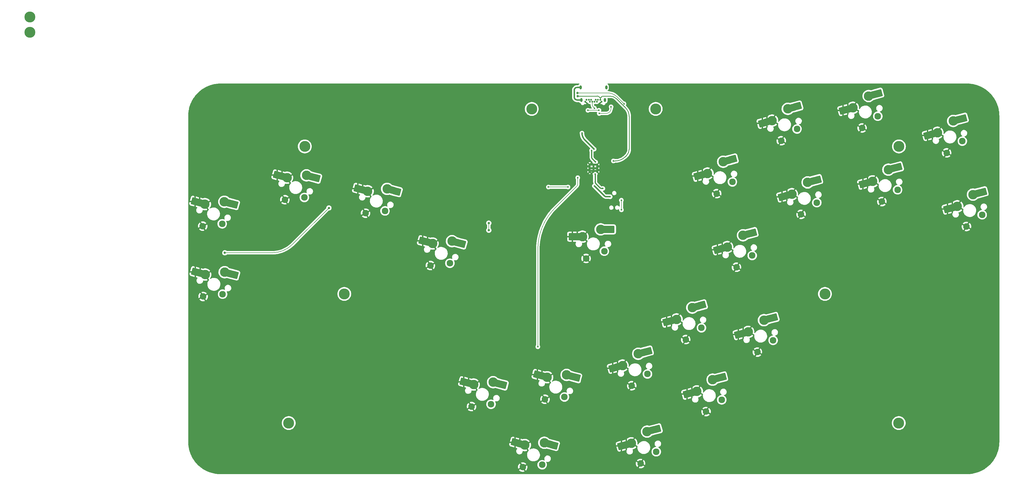
<source format=gbl>
G04 #@! TF.GenerationSoftware,KiCad,Pcbnew,(7.0.0)*
G04 #@! TF.CreationDate,2023-04-19T14:41:34-07:00*
G04 #@! TF.ProjectId,OpenRectangle,4f70656e-5265-4637-9461-6e676c652e6b,rev?*
G04 #@! TF.SameCoordinates,Original*
G04 #@! TF.FileFunction,Copper,L2,Bot*
G04 #@! TF.FilePolarity,Positive*
%FSLAX46Y46*%
G04 Gerber Fmt 4.6, Leading zero omitted, Abs format (unit mm)*
G04 Created by KiCad (PCBNEW (7.0.0)) date 2023-04-19 14:41:34*
%MOMM*%
%LPD*%
G01*
G04 APERTURE LIST*
G04 Aperture macros list*
%AMRoundRect*
0 Rectangle with rounded corners*
0 $1 Rounding radius*
0 $2 $3 $4 $5 $6 $7 $8 $9 X,Y pos of 4 corners*
0 Add a 4 corners polygon primitive as box body*
4,1,4,$2,$3,$4,$5,$6,$7,$8,$9,$2,$3,0*
0 Add four circle primitives for the rounded corners*
1,1,$1+$1,$2,$3*
1,1,$1+$1,$4,$5*
1,1,$1+$1,$6,$7*
1,1,$1+$1,$8,$9*
0 Add four rect primitives between the rounded corners*
20,1,$1+$1,$2,$3,$4,$5,0*
20,1,$1+$1,$4,$5,$6,$7,0*
20,1,$1+$1,$6,$7,$8,$9,0*
20,1,$1+$1,$8,$9,$2,$3,0*%
%AMRotRect*
0 Rectangle, with rotation*
0 The origin of the aperture is its center*
0 $1 length*
0 $2 width*
0 $3 Rotation angle, in degrees counterclockwise*
0 Add horizontal line*
21,1,$1,$2,0,0,$3*%
G04 Aperture macros list end*
G04 #@! TA.AperFunction,ComponentPad*
%ADD10C,3.800000*%
G04 #@! TD*
G04 #@! TA.AperFunction,ComponentPad*
%ADD11C,2.300000*%
G04 #@! TD*
G04 #@! TA.AperFunction,ComponentPad*
%ADD12C,3.300000*%
G04 #@! TD*
G04 #@! TA.AperFunction,SMDPad,CuDef*
%ADD13RotRect,1.650000X2.500000X165.000000*%
G04 #@! TD*
G04 #@! TA.AperFunction,SMDPad,CuDef*
%ADD14RoundRect,0.250000X1.248893X0.700636X-0.731255X1.231215X-1.248893X-0.700636X0.731255X-1.231215X0*%
G04 #@! TD*
G04 #@! TA.AperFunction,SMDPad,CuDef*
%ADD15RotRect,1.650000X2.500000X345.000000*%
G04 #@! TD*
G04 #@! TA.AperFunction,ComponentPad*
%ADD16C,0.600000*%
G04 #@! TD*
G04 #@! TA.AperFunction,ComponentPad*
%ADD17C,0.650000*%
G04 #@! TD*
G04 #@! TA.AperFunction,ComponentPad*
%ADD18O,0.800000X1.400000*%
G04 #@! TD*
G04 #@! TA.AperFunction,SMDPad,CuDef*
%ADD19RotRect,1.650000X2.500000X15.000000*%
G04 #@! TD*
G04 #@! TA.AperFunction,SMDPad,CuDef*
%ADD20RoundRect,0.250000X0.731255X1.231215X-1.248893X0.700636X-0.731255X-1.231215X1.248893X-0.700636X0*%
G04 #@! TD*
G04 #@! TA.AperFunction,SMDPad,CuDef*
%ADD21RotRect,1.650000X2.500000X195.000000*%
G04 #@! TD*
G04 #@! TA.AperFunction,SMDPad,CuDef*
%ADD22R,1.650000X2.500000*%
G04 #@! TD*
G04 #@! TA.AperFunction,SMDPad,CuDef*
%ADD23RoundRect,0.250000X1.025000X1.000000X-1.025000X1.000000X-1.025000X-1.000000X1.025000X-1.000000X0*%
G04 #@! TD*
G04 #@! TA.AperFunction,ViaPad*
%ADD24C,0.800000*%
G04 #@! TD*
G04 #@! TA.AperFunction,ViaPad*
%ADD25C,0.600000*%
G04 #@! TD*
G04 #@! TA.AperFunction,Conductor*
%ADD26C,0.200000*%
G04 #@! TD*
G04 #@! TA.AperFunction,Conductor*
%ADD27C,0.635000*%
G04 #@! TD*
G04 #@! TA.AperFunction,Conductor*
%ADD28C,0.250000*%
G04 #@! TD*
G04 #@! TA.AperFunction,Conductor*
%ADD29C,0.500000*%
G04 #@! TD*
G04 #@! TA.AperFunction,Conductor*
%ADD30C,0.381000*%
G04 #@! TD*
G04 APERTURE END LIST*
D10*
X2175000Y-7525000D03*
X2175000Y-2175000D03*
D11*
X188495874Y-134704751D03*
X181704845Y-135514702D03*
X62571074Y-99651655D03*
X69362103Y-98841704D03*
D10*
X279275000Y-98760000D03*
X305060000Y-47313383D03*
D11*
X327173146Y-45479258D03*
X321696917Y-49576211D03*
X253920545Y-85360724D03*
X248444316Y-89457677D03*
X304589245Y-62445896D03*
X299113016Y-66542849D03*
X261212701Y-114944898D03*
X255736472Y-119041851D03*
D10*
X111765000Y-98760000D03*
D11*
X125952219Y-69813090D03*
X119161190Y-70623041D03*
X180734080Y-158346938D03*
X173943051Y-159156889D03*
X69218754Y-74311674D03*
X62427725Y-75121625D03*
X297693251Y-36776684D03*
X292217022Y-40873637D03*
X276430431Y-66911080D03*
X270954202Y-71008033D03*
X217413760Y-126680789D03*
X211937531Y-130777742D03*
D10*
X92395000Y-143800000D03*
D11*
X202388500Y-83866866D03*
X196038500Y-86406866D03*
D12*
X70070000Y-91180000D03*
D13*
X71808666Y-91645873D03*
D14*
X73499037Y-92098808D03*
X59849934Y-91071143D03*
D15*
X61516155Y-91517605D03*
D12*
X63278971Y-91989951D03*
D11*
X247024810Y-59692478D03*
X241548581Y-63789431D03*
X236246143Y-110576311D03*
X230769914Y-114673264D03*
X162900472Y-137243168D03*
X156109443Y-138053119D03*
X148574312Y-88052615D03*
X141783283Y-88862566D03*
D10*
X98000000Y-47313383D03*
D11*
X269534437Y-41241868D03*
X264058208Y-45338821D03*
X97856886Y-65107131D03*
X91065857Y-65917082D03*
D10*
X304995000Y-143800000D03*
D11*
X220485032Y-153803186D03*
X215008803Y-157900139D03*
D16*
X197305000Y-53620000D03*
X197305000Y-54895000D03*
X197305000Y-56170000D03*
X198580000Y-53620000D03*
X198580000Y-54895000D03*
X198580000Y-56170000D03*
X199855000Y-53620000D03*
X199855000Y-54895000D03*
X199855000Y-56170000D03*
D11*
X243317415Y-135698708D03*
X237841186Y-139795661D03*
D10*
X220290000Y-34240000D03*
X177100000Y-34240000D03*
D11*
X334069140Y-71148470D03*
X328592911Y-75245423D03*
D12*
X182455874Y-127824752D03*
D15*
X180693058Y-127352406D03*
D14*
X179026837Y-126905944D03*
X192675940Y-127933609D03*
D13*
X190985569Y-127480674D03*
D12*
X189246903Y-127014801D03*
D17*
X195778500Y-31710000D03*
X196178500Y-31010000D03*
X196978500Y-31010000D03*
X197378500Y-31710000D03*
X197778500Y-31010000D03*
X198178500Y-31710000D03*
X198978500Y-31710000D03*
X199378500Y-31010000D03*
X199778500Y-31710000D03*
X200178500Y-31010000D03*
X200978500Y-31010000D03*
X201378500Y-31710000D03*
D18*
X203068499Y-26719999D03*
X202633499Y-31109999D03*
X194373499Y-31109999D03*
X194088499Y-26719999D03*
D12*
X63173200Y-67432570D03*
D15*
X61410384Y-66960224D03*
D14*
X59744163Y-66513762D03*
X73393266Y-67541427D03*
D13*
X71702895Y-67088492D03*
D12*
X69964229Y-66622619D03*
X238349654Y-56757776D03*
D19*
X236586839Y-57230120D03*
D20*
X234920618Y-57676584D03*
X247254920Y-51742016D03*
D21*
X245564548Y-52194948D03*
D12*
X243825883Y-52660823D03*
X245245389Y-82426022D03*
D19*
X243482574Y-82898366D03*
D20*
X241816353Y-83344830D03*
X254150655Y-77410262D03*
D21*
X252460283Y-77863194D03*
D12*
X250721618Y-78329069D03*
X194768500Y-78786866D03*
D22*
X192943499Y-78786865D03*
D23*
X191218500Y-78786866D03*
X204668500Y-76246866D03*
D22*
X202918499Y-76246865D03*
D12*
X201118500Y-76246866D03*
X208738604Y-123746087D03*
D19*
X206975789Y-124218431D03*
D20*
X205309568Y-124664895D03*
X217643870Y-118730327D03*
D21*
X215953498Y-119183259D03*
D12*
X214214833Y-119649134D03*
X91811332Y-58228027D03*
D15*
X90048516Y-57755681D03*
D14*
X88382295Y-57309219D03*
X102031398Y-58336884D03*
D13*
X100341027Y-57883949D03*
D12*
X98602361Y-57418076D03*
X252537545Y-112010196D03*
D19*
X250774730Y-112482540D03*
D20*
X249108509Y-112929004D03*
X261442811Y-106994436D03*
D21*
X259752439Y-107447368D03*
D12*
X258013774Y-107913243D03*
X142528758Y-81173511D03*
D15*
X140765942Y-80701165D03*
D14*
X139099721Y-80254703D03*
X152748824Y-81282368D03*
D13*
X151058453Y-80829433D03*
D12*
X149319787Y-80363560D03*
X260859281Y-38307166D03*
D19*
X259096466Y-38779510D03*
D20*
X257430245Y-39225974D03*
X269764547Y-33291406D03*
D21*
X268074175Y-33744338D03*
D12*
X266335510Y-34210213D03*
X119906665Y-62933986D03*
D15*
X118143849Y-62461640D03*
D14*
X116477628Y-62015178D03*
X130126731Y-63042843D03*
D13*
X128436360Y-62589908D03*
D12*
X126697694Y-62124035D03*
X211809876Y-150868484D03*
D19*
X210047061Y-151340828D03*
D20*
X208380840Y-151787292D03*
X220715142Y-145852724D03*
D21*
X219024770Y-146305656D03*
D12*
X217286105Y-146771531D03*
X174688526Y-151467834D03*
D15*
X172925710Y-150995488D03*
D14*
X171259489Y-150549026D03*
X184908592Y-151576691D03*
D13*
X183218221Y-151123756D03*
D12*
X181479555Y-150657883D03*
X156854918Y-130364064D03*
D15*
X155092102Y-129891718D03*
D14*
X153425881Y-129445256D03*
X167074984Y-130472921D03*
D13*
X165384613Y-130019986D03*
D12*
X163645947Y-129554113D03*
X295914089Y-59511194D03*
D19*
X294151274Y-59983538D03*
D20*
X292485053Y-60430002D03*
X304819355Y-54495434D03*
D21*
X303128983Y-54948366D03*
D12*
X301390318Y-55414241D03*
X318497990Y-42544556D03*
D19*
X316735175Y-43016900D03*
D20*
X315068954Y-43463364D03*
X327403256Y-37528796D03*
D21*
X325712884Y-37981728D03*
D12*
X323974219Y-38447603D03*
X234642259Y-132764006D03*
D19*
X232879444Y-133236350D03*
D20*
X231213223Y-133682814D03*
X243547525Y-127748246D03*
D21*
X241857153Y-128201178D03*
D12*
X240118488Y-128667053D03*
X267755275Y-63976378D03*
D19*
X265992460Y-64448722D03*
D20*
X264326239Y-64895186D03*
X276660541Y-58960618D03*
D21*
X274970169Y-59413550D03*
D12*
X273231504Y-59879425D03*
X325393984Y-68213768D03*
D19*
X323631169Y-68686112D03*
D20*
X321964948Y-69132576D03*
X334299250Y-63198008D03*
D21*
X332608878Y-63650940D03*
D12*
X330870213Y-64116815D03*
X289018095Y-33841982D03*
D19*
X287255280Y-34314326D03*
D20*
X285589059Y-34760790D03*
X297923361Y-28826222D03*
D21*
X296232989Y-29279154D03*
D12*
X294494324Y-29745029D03*
X227570987Y-107641609D03*
D19*
X225808172Y-108113953D03*
D20*
X224141951Y-108560417D03*
X236476253Y-102625849D03*
D21*
X234785881Y-103078781D03*
D12*
X233047216Y-103544656D03*
D24*
X70120000Y-84410000D03*
X106410000Y-68780000D03*
D25*
X191312750Y-58054018D03*
X197789750Y-45735018D03*
X187627500Y-45465000D03*
X196000000Y-37350000D03*
X200202750Y-63896018D03*
X192865000Y-64912018D03*
X199567750Y-67579018D03*
X204170000Y-38570000D03*
X204012739Y-67390000D03*
X196600000Y-41630000D03*
X202361750Y-47259018D03*
X205536750Y-49070000D03*
X207260000Y-45475000D03*
X204650000Y-46635000D03*
X193344750Y-49926018D03*
X200806000Y-45242893D03*
X206902000Y-58831893D03*
X198901000Y-45242893D03*
X189729504Y-61479605D03*
X182911089Y-61481089D03*
D24*
X162130000Y-76550000D03*
X162130000Y-74050000D03*
D25*
X205560000Y-52380000D03*
D24*
X193100000Y-29740000D03*
D25*
X194620000Y-42670000D03*
X198805750Y-48275018D03*
X204412739Y-64870000D03*
X198932750Y-61102018D03*
X201853750Y-61991018D03*
X199186750Y-56994500D03*
X199313750Y-52757250D03*
X197945000Y-48767250D03*
X200520000Y-34710000D03*
X196670000Y-34710000D03*
X198928000Y-34010000D03*
X208340500Y-66090000D03*
X208343911Y-69423911D03*
X204750000Y-33500500D03*
X200610000Y-35810000D03*
D24*
X193000000Y-28640000D03*
D25*
X209261589Y-32468411D03*
X193120000Y-58220000D03*
X179220000Y-117190000D03*
D26*
X86663530Y-84393969D02*
G75*
G03*
X93724926Y-81465072I-9630J9999969D01*
G01*
X70120000Y-84410000D02*
X70100000Y-84390000D01*
X86663530Y-84394000D02*
X70120000Y-84410000D01*
X106410000Y-68780000D02*
X93724927Y-81465073D01*
D27*
X198580000Y-53620000D02*
X198580000Y-56170000D01*
X199855000Y-56170000D02*
X199855000Y-53620000D01*
X197605000Y-55870000D02*
X199555000Y-55870000D01*
X199555000Y-55870000D02*
X199855000Y-56170000D01*
X197305000Y-56170000D02*
X197305000Y-53620000D01*
X199855000Y-53620000D02*
X197305000Y-53620000D01*
X197305000Y-56170000D02*
X197605000Y-55870000D01*
X199855000Y-54895000D02*
X197305000Y-54895000D01*
D26*
X189729504Y-61479605D02*
X182912573Y-61479605D01*
X182912573Y-61479605D02*
X182911089Y-61481089D01*
X162130000Y-74050000D02*
X162130000Y-76550000D01*
D28*
X200589893Y-30032893D02*
X200978500Y-30421500D01*
X206208241Y-52380000D02*
X205560000Y-52380000D01*
X210161321Y-50448679D02*
X209659599Y-50950401D01*
X202024214Y-29790000D02*
X204457359Y-29790000D01*
X193100000Y-29740000D02*
X199882786Y-29740000D01*
X200978500Y-30421500D02*
X201317107Y-30082893D01*
X206578679Y-30668679D02*
X209837486Y-33927486D01*
X211040000Y-36830612D02*
X211040000Y-48327359D01*
X200978500Y-31010000D02*
X200978500Y-30421500D01*
X200589900Y-30032886D02*
G75*
G03*
X199882786Y-29740000I-707100J-707114D01*
G01*
X211040003Y-36830612D02*
G75*
G03*
X209837486Y-33927486I-4105603J12D01*
G01*
X206578699Y-30668659D02*
G75*
G03*
X204457359Y-29790000I-2121299J-2121341D01*
G01*
X210161341Y-50448699D02*
G75*
G03*
X211040000Y-48327359I-2121341J2121299D01*
G01*
X202024214Y-29790010D02*
G75*
G03*
X201317107Y-30082893I-14J-999990D01*
G01*
X206208241Y-52380016D02*
G75*
G03*
X209659599Y-50950401I-41J4881016D01*
G01*
D29*
X203114946Y-64870000D02*
X204412739Y-64870000D01*
X198932750Y-61102018D02*
X202407839Y-64577107D01*
X195623570Y-45092838D02*
X198805750Y-48275018D01*
X202407816Y-64577130D02*
G75*
G03*
X203114946Y-64870000I707084J707130D01*
G01*
X194619996Y-42670000D02*
G75*
G03*
X195623570Y-45092838I3426404J0D01*
G01*
D30*
X199479643Y-60334893D02*
X200842875Y-61698125D01*
X199186750Y-56994500D02*
X199186750Y-59627786D01*
X201549982Y-61991018D02*
X201853750Y-61991018D01*
X197945000Y-50974286D02*
X197945000Y-48767250D01*
X199313750Y-52757250D02*
X198237893Y-51681393D01*
X199186745Y-59627786D02*
G75*
G03*
X199479643Y-60334893I999955J-14D01*
G01*
X197945010Y-50974286D02*
G75*
G03*
X198237893Y-51681393I999990J-14D01*
G01*
X200842880Y-61698120D02*
G75*
G03*
X201549982Y-61991018I707120J707120D01*
G01*
D26*
X196670000Y-34710000D02*
X200520000Y-34710000D01*
D29*
X192900000Y-26720000D02*
X194088500Y-26720000D01*
X194373500Y-31110000D02*
X192900000Y-31110000D01*
X191900000Y-30110000D02*
X191900000Y-27720000D01*
X192900000Y-26720000D02*
G75*
G03*
X191900000Y-27720000I0J-1000000D01*
G01*
X191900000Y-30110000D02*
G75*
G03*
X192900000Y-31110000I1000000J0D01*
G01*
D26*
X198178500Y-32567542D02*
X198178500Y-31710000D01*
X198928000Y-34010000D02*
X198668495Y-33750495D01*
X198178486Y-32567542D02*
G75*
G03*
X198668495Y-33750495I1673014J42D01*
G01*
X208340500Y-69420500D02*
X208343911Y-69423911D01*
X208340500Y-66090000D02*
X208340500Y-69420500D01*
X200610000Y-35810000D02*
X203024430Y-35810000D01*
X204750000Y-34084430D02*
X204750000Y-33500500D01*
X203024430Y-35810000D02*
G75*
G03*
X204750000Y-34084430I-30J1725600D01*
G01*
X193000000Y-28640000D02*
X203443334Y-28640000D01*
X206840210Y-30047032D02*
X209261589Y-32468411D01*
X206840191Y-30047051D02*
G75*
G03*
X203443334Y-28640000I-3396891J-3396849D01*
G01*
X192827107Y-61142893D02*
X192820000Y-61150000D01*
X193120000Y-58220000D02*
X193120000Y-60435786D01*
X192770000Y-61200000D02*
X185240119Y-68729881D01*
X179220000Y-117190000D02*
X179210000Y-117170000D01*
X179212010Y-83287876D02*
X179220000Y-117190000D01*
X185240099Y-68729861D02*
G75*
G03*
X179212011Y-83287876I14553201J-14553139D01*
G01*
X192827114Y-61142900D02*
G75*
G03*
X193120000Y-60435786I-707114J707100D01*
G01*
G04 #@! TA.AperFunction,Conductor*
G36*
X193621453Y-25417377D02*
G01*
X193667571Y-25463488D01*
X193684459Y-25526479D01*
X193667592Y-25589476D01*
X193630256Y-25626829D01*
X193631748Y-25628882D01*
X193482591Y-25737250D01*
X193482583Y-25737256D01*
X193477247Y-25741134D01*
X193472830Y-25746039D01*
X193472825Y-25746044D01*
X193358427Y-25873097D01*
X193349460Y-25883056D01*
X193346161Y-25888769D01*
X193346158Y-25888774D01*
X193340542Y-25898502D01*
X193294423Y-25944620D01*
X193231424Y-25961500D01*
X192979722Y-25961500D01*
X192900000Y-25961500D01*
X192774230Y-25961500D01*
X192769787Y-25962138D01*
X192769784Y-25962139D01*
X192529691Y-25996659D01*
X192529686Y-25996659D01*
X192525249Y-25997298D01*
X192520938Y-25998563D01*
X192520937Y-25998564D01*
X192288216Y-26066896D01*
X192288205Y-26066899D01*
X192283897Y-26068165D01*
X192279818Y-26070027D01*
X192279804Y-26070033D01*
X192059181Y-26170789D01*
X192059172Y-26170793D01*
X192055088Y-26172659D01*
X192051308Y-26175087D01*
X192051301Y-26175092D01*
X191847259Y-26306221D01*
X191847248Y-26306228D01*
X191843478Y-26308652D01*
X191840091Y-26311586D01*
X191840080Y-26311595D01*
X191656769Y-26470435D01*
X191656761Y-26470442D01*
X191653376Y-26473376D01*
X191650442Y-26476761D01*
X191650435Y-26476769D01*
X191491595Y-26660080D01*
X191491586Y-26660091D01*
X191488652Y-26663478D01*
X191486228Y-26667248D01*
X191486221Y-26667259D01*
X191355092Y-26871301D01*
X191355087Y-26871308D01*
X191352659Y-26875088D01*
X191350793Y-26879172D01*
X191350789Y-26879181D01*
X191250033Y-27099804D01*
X191250027Y-27099818D01*
X191248165Y-27103897D01*
X191246899Y-27108205D01*
X191246896Y-27108216D01*
X191204919Y-27251180D01*
X191177298Y-27345249D01*
X191176659Y-27349686D01*
X191176659Y-27349691D01*
X191147683Y-27551225D01*
X191141500Y-27594230D01*
X191141500Y-27631344D01*
X191141500Y-30030278D01*
X191141500Y-30110000D01*
X191141500Y-30235770D01*
X191142138Y-30240213D01*
X191142139Y-30240215D01*
X191174932Y-30468299D01*
X191177298Y-30484751D01*
X191178564Y-30489062D01*
X191246896Y-30721783D01*
X191246898Y-30721789D01*
X191248165Y-30726103D01*
X191250029Y-30730185D01*
X191250033Y-30730195D01*
X191345748Y-30939780D01*
X191352659Y-30954912D01*
X191355091Y-30958696D01*
X191355092Y-30958698D01*
X191456591Y-31116635D01*
X191488652Y-31166522D01*
X191491591Y-31169914D01*
X191491595Y-31169919D01*
X191650435Y-31353230D01*
X191653376Y-31356624D01*
X191656769Y-31359564D01*
X191830225Y-31509865D01*
X191843478Y-31521348D01*
X192055088Y-31657341D01*
X192114707Y-31684568D01*
X192277592Y-31758956D01*
X192283897Y-31761835D01*
X192525249Y-31832702D01*
X192774230Y-31868500D01*
X192811344Y-31868500D01*
X192900000Y-31868500D01*
X192979722Y-31868500D01*
X193516424Y-31868500D01*
X193579423Y-31885380D01*
X193625542Y-31931498D01*
X193634460Y-31946944D01*
X193762247Y-32088866D01*
X193916748Y-32201118D01*
X194091212Y-32278794D01*
X194154448Y-32292235D01*
X194201418Y-32312902D01*
X194236254Y-32350586D01*
X194253173Y-32399035D01*
X194266734Y-32502047D01*
X194266735Y-32502053D01*
X194267813Y-32510236D01*
X194270972Y-32517864D01*
X194270973Y-32517865D01*
X194322641Y-32642603D01*
X194322642Y-32642605D01*
X194325802Y-32650233D01*
X194330828Y-32656783D01*
X194330830Y-32656786D01*
X194375175Y-32714577D01*
X194418049Y-32770451D01*
X194538267Y-32862698D01*
X194678264Y-32920687D01*
X194790780Y-32935500D01*
X194862098Y-32935500D01*
X194866220Y-32935500D01*
X194978736Y-32920687D01*
X195118733Y-32862698D01*
X195238951Y-32770451D01*
X195331198Y-32650233D01*
X195361688Y-32576623D01*
X195398804Y-32526921D01*
X195455141Y-32500952D01*
X195517042Y-32505013D01*
X195526131Y-32507967D01*
X195684491Y-32541627D01*
X195697551Y-32543000D01*
X195859449Y-32543000D01*
X195872508Y-32541627D01*
X196030870Y-32507966D01*
X196043363Y-32503907D01*
X196146870Y-32457821D01*
X196156039Y-32450690D01*
X196150033Y-32440743D01*
X195673528Y-31964238D01*
X195639952Y-31903915D01*
X195643204Y-31834954D01*
X195682308Y-31778058D01*
X195745523Y-31750309D01*
X195813870Y-31760035D01*
X195919516Y-31807072D01*
X196090896Y-31843500D01*
X196097499Y-31843500D01*
X196219020Y-31843500D01*
X196267238Y-31853091D01*
X196308115Y-31880405D01*
X196509525Y-32081815D01*
X196520866Y-32088867D01*
X196525212Y-32089296D01*
X196572165Y-32083375D01*
X196627302Y-32103104D01*
X196667565Y-32145625D01*
X196700470Y-32202618D01*
X196704886Y-32207523D01*
X196704888Y-32207525D01*
X196780470Y-32291467D01*
X196817708Y-32332823D01*
X196959454Y-32435808D01*
X197119516Y-32507072D01*
X197290896Y-32543500D01*
X197297499Y-32543500D01*
X197443988Y-32543500D01*
X197506987Y-32560380D01*
X197553106Y-32606497D01*
X197569988Y-32669495D01*
X197569988Y-32692148D01*
X197569988Y-32692164D01*
X197569989Y-32695680D01*
X197570383Y-32699178D01*
X197570384Y-32699192D01*
X197591250Y-32884344D01*
X197598684Y-32950312D01*
X197599469Y-32953753D01*
X197599470Y-32953756D01*
X197654919Y-33196678D01*
X197654922Y-33196691D01*
X197655708Y-33200131D01*
X197656871Y-33203456D01*
X197656875Y-33203468D01*
X197739178Y-33438664D01*
X197740344Y-33441995D01*
X197741872Y-33445168D01*
X197741875Y-33445175D01*
X197849994Y-33669683D01*
X197849998Y-33669690D01*
X197851526Y-33672863D01*
X197853402Y-33675848D01*
X197853405Y-33675854D01*
X197969379Y-33860425D01*
X197987857Y-33889831D01*
X197990063Y-33892597D01*
X197990065Y-33892600D01*
X197993527Y-33896942D01*
X198020223Y-33961394D01*
X198008537Y-34030171D01*
X197962050Y-34082188D01*
X197895015Y-34101500D01*
X197254722Y-34101500D01*
X197213106Y-34094429D01*
X197178933Y-34075541D01*
X197177281Y-34073889D01*
X197171291Y-34070125D01*
X197029006Y-33980721D01*
X197029003Y-33980719D01*
X197023015Y-33976957D01*
X197016339Y-33974621D01*
X197016335Y-33974619D01*
X196857724Y-33919119D01*
X196857720Y-33919118D01*
X196851047Y-33916783D01*
X196840636Y-33915610D01*
X196677029Y-33897176D01*
X196670000Y-33896384D01*
X196662971Y-33897176D01*
X196495981Y-33915991D01*
X196495979Y-33915991D01*
X196488953Y-33916783D01*
X196482280Y-33919117D01*
X196482275Y-33919119D01*
X196323664Y-33974619D01*
X196323656Y-33974622D01*
X196316985Y-33976957D01*
X196311000Y-33980717D01*
X196310993Y-33980721D01*
X196168714Y-34070121D01*
X196168709Y-34070125D01*
X196162719Y-34073889D01*
X196157714Y-34078893D01*
X196157710Y-34078897D01*
X196038897Y-34197710D01*
X196038893Y-34197714D01*
X196033889Y-34202719D01*
X196030126Y-34208707D01*
X196030121Y-34208714D01*
X195940721Y-34350993D01*
X195940717Y-34351000D01*
X195936957Y-34356985D01*
X195934622Y-34363656D01*
X195934619Y-34363664D01*
X195879119Y-34522275D01*
X195879117Y-34522280D01*
X195876783Y-34528953D01*
X195875991Y-34535979D01*
X195875991Y-34535981D01*
X195870910Y-34581074D01*
X195856384Y-34710000D01*
X195863866Y-34776402D01*
X195875905Y-34883259D01*
X195876783Y-34891047D01*
X195879118Y-34897720D01*
X195879119Y-34897724D01*
X195934619Y-35056335D01*
X195934621Y-35056339D01*
X195936957Y-35063015D01*
X195940719Y-35069003D01*
X195940721Y-35069006D01*
X196025251Y-35203535D01*
X196033889Y-35217281D01*
X196162719Y-35346111D01*
X196168713Y-35349877D01*
X196168714Y-35349878D01*
X196223810Y-35384497D01*
X196316985Y-35443043D01*
X196488953Y-35503217D01*
X196670000Y-35523616D01*
X196851047Y-35503217D01*
X197023015Y-35443043D01*
X197177281Y-35346111D01*
X197178933Y-35344458D01*
X197213106Y-35325571D01*
X197254722Y-35318500D01*
X199747835Y-35318500D01*
X199805667Y-35332556D01*
X199850596Y-35371587D01*
X199872598Y-35426886D01*
X199866764Y-35486115D01*
X199819119Y-35622275D01*
X199819117Y-35622280D01*
X199816783Y-35628953D01*
X199815991Y-35635979D01*
X199815991Y-35635981D01*
X199809897Y-35690067D01*
X199796384Y-35810000D01*
X199816783Y-35991047D01*
X199819118Y-35997720D01*
X199819119Y-35997724D01*
X199874619Y-36156335D01*
X199874621Y-36156339D01*
X199876957Y-36163015D01*
X199880719Y-36169003D01*
X199880721Y-36169006D01*
X199956551Y-36289689D01*
X199973889Y-36317281D01*
X200102719Y-36446111D01*
X200108713Y-36449877D01*
X200108714Y-36449878D01*
X200250993Y-36539278D01*
X200256985Y-36543043D01*
X200428953Y-36603217D01*
X200610000Y-36623616D01*
X200791047Y-36603217D01*
X200963015Y-36543043D01*
X201117281Y-36446111D01*
X201118933Y-36444458D01*
X201153106Y-36425571D01*
X201194722Y-36418500D01*
X202950551Y-36418500D01*
X202950555Y-36418501D01*
X203024441Y-36418500D01*
X203064315Y-36418500D01*
X203064319Y-36418499D01*
X203165624Y-36418498D01*
X203445933Y-36384458D01*
X203720095Y-36316879D01*
X203984112Y-36216748D01*
X204234136Y-36085523D01*
X204466519Y-35925119D01*
X204677874Y-35737874D01*
X204865119Y-35526519D01*
X205025523Y-35294136D01*
X205156748Y-35044112D01*
X205256879Y-34780095D01*
X205324458Y-34505933D01*
X205358498Y-34225624D01*
X205358499Y-34124319D01*
X205358500Y-34124315D01*
X205358500Y-34085222D01*
X205365571Y-34043606D01*
X205384458Y-34009433D01*
X205386111Y-34007781D01*
X205483043Y-33853515D01*
X205543217Y-33681547D01*
X205563616Y-33500500D01*
X205543217Y-33319453D01*
X205483043Y-33147485D01*
X205464544Y-33118044D01*
X205389878Y-32999214D01*
X205389877Y-32999213D01*
X205386111Y-32993219D01*
X205257281Y-32864389D01*
X205251287Y-32860623D01*
X205251285Y-32860621D01*
X205109006Y-32771221D01*
X205109003Y-32771219D01*
X205103015Y-32767457D01*
X205096339Y-32765121D01*
X205096335Y-32765119D01*
X204937724Y-32709619D01*
X204937720Y-32709618D01*
X204931047Y-32707283D01*
X204750000Y-32686884D01*
X204742971Y-32687676D01*
X204575981Y-32706491D01*
X204575979Y-32706491D01*
X204568953Y-32707283D01*
X204562280Y-32709617D01*
X204562275Y-32709619D01*
X204403664Y-32765119D01*
X204403656Y-32765122D01*
X204396985Y-32767457D01*
X204391000Y-32771217D01*
X204390993Y-32771221D01*
X204248714Y-32860621D01*
X204248707Y-32860626D01*
X204242719Y-32864389D01*
X204237714Y-32869393D01*
X204237710Y-32869397D01*
X204118897Y-32988210D01*
X204118893Y-32988214D01*
X204113889Y-32993219D01*
X204110126Y-32999207D01*
X204110121Y-32999214D01*
X204020721Y-33141493D01*
X204020717Y-33141500D01*
X204016957Y-33147485D01*
X204014622Y-33154156D01*
X204014619Y-33154164D01*
X203959119Y-33312775D01*
X203959117Y-33312780D01*
X203956783Y-33319453D01*
X203955991Y-33326479D01*
X203955991Y-33326481D01*
X203950645Y-33373926D01*
X203936384Y-33500500D01*
X203956783Y-33681547D01*
X203959118Y-33688220D01*
X203959119Y-33688224D01*
X204014619Y-33846835D01*
X204014621Y-33846839D01*
X204016957Y-33853515D01*
X204020719Y-33859503D01*
X204020721Y-33859506D01*
X204080414Y-33954506D01*
X204113889Y-34007781D01*
X204115018Y-34008910D01*
X204135634Y-34048208D01*
X204140523Y-34095582D01*
X204125486Y-34267416D01*
X204121672Y-34289044D01*
X204076980Y-34455832D01*
X204069468Y-34476471D01*
X203996493Y-34632964D01*
X203985512Y-34651984D01*
X203886467Y-34793433D01*
X203872349Y-34810257D01*
X203750257Y-34932349D01*
X203733433Y-34946467D01*
X203591984Y-35045512D01*
X203572964Y-35056493D01*
X203416471Y-35129468D01*
X203395832Y-35136980D01*
X203229044Y-35181672D01*
X203207416Y-35185486D01*
X203029904Y-35201020D01*
X203018920Y-35201500D01*
X201382165Y-35201500D01*
X201324333Y-35187444D01*
X201279404Y-35148413D01*
X201257402Y-35093114D01*
X201263236Y-35033885D01*
X201265018Y-35028791D01*
X201313217Y-34891047D01*
X201333616Y-34710000D01*
X201313217Y-34528953D01*
X201253043Y-34356985D01*
X201168110Y-34221815D01*
X201159878Y-34208714D01*
X201159877Y-34208713D01*
X201156111Y-34202719D01*
X201027281Y-34073889D01*
X201021287Y-34070123D01*
X201021285Y-34070121D01*
X200879006Y-33980721D01*
X200879003Y-33980719D01*
X200873015Y-33976957D01*
X200866339Y-33974621D01*
X200866335Y-33974619D01*
X200707724Y-33919119D01*
X200707720Y-33919118D01*
X200701047Y-33916783D01*
X200690636Y-33915610D01*
X200527029Y-33897176D01*
X200520000Y-33896384D01*
X200512971Y-33897176D01*
X200345981Y-33915991D01*
X200345979Y-33915991D01*
X200338953Y-33916783D01*
X200332280Y-33919117D01*
X200332275Y-33919119D01*
X200173664Y-33974619D01*
X200173656Y-33974622D01*
X200166985Y-33976957D01*
X200161000Y-33980717D01*
X200160993Y-33980721D01*
X200018708Y-34070125D01*
X200018702Y-34070129D01*
X200012719Y-34073889D01*
X200011066Y-34075541D01*
X199976894Y-34094429D01*
X199935278Y-34101500D01*
X199864526Y-34101500D01*
X199805650Y-34086898D01*
X199760420Y-34046478D01*
X199739318Y-33989607D01*
X199737675Y-33975021D01*
X199721217Y-33828953D01*
X199661043Y-33656985D01*
X199591815Y-33546810D01*
X199567878Y-33508714D01*
X199567877Y-33508713D01*
X199564111Y-33502719D01*
X199435281Y-33373889D01*
X199429287Y-33370123D01*
X199429285Y-33370121D01*
X199287006Y-33280721D01*
X199287003Y-33280719D01*
X199281015Y-33276957D01*
X199274339Y-33274621D01*
X199274335Y-33274619D01*
X199115724Y-33219119D01*
X199115720Y-33219118D01*
X199109047Y-33216783D01*
X199102020Y-33215991D01*
X199102019Y-33215991D01*
X199058166Y-33211050D01*
X199004640Y-33192151D01*
X198964841Y-33151677D01*
X198958600Y-33141493D01*
X198908194Y-33059237D01*
X198899219Y-33041622D01*
X198888125Y-33014841D01*
X198842882Y-32905618D01*
X198836777Y-32886831D01*
X198802407Y-32743680D01*
X198799317Y-32724164D01*
X198795791Y-32679387D01*
X198809136Y-32612298D01*
X198855568Y-32562068D01*
X198921403Y-32543500D01*
X199059501Y-32543500D01*
X199066104Y-32543500D01*
X199237484Y-32507072D01*
X199327250Y-32467104D01*
X199378500Y-32456211D01*
X199429749Y-32467104D01*
X199519516Y-32507072D01*
X199690896Y-32543500D01*
X199859501Y-32543500D01*
X199866104Y-32543500D01*
X200037484Y-32507072D01*
X200197546Y-32435808D01*
X200339292Y-32332823D01*
X200456530Y-32202618D01*
X200489434Y-32145625D01*
X200529696Y-32103104D01*
X200584835Y-32083375D01*
X200631786Y-32089295D01*
X200636133Y-32088867D01*
X200647471Y-32081817D01*
X200848884Y-31880405D01*
X200889761Y-31853091D01*
X200937979Y-31843500D01*
X201059501Y-31843500D01*
X201066104Y-31843500D01*
X201237484Y-31807072D01*
X201343125Y-31760037D01*
X201411472Y-31750310D01*
X201474688Y-31778059D01*
X201513792Y-31834955D01*
X201517044Y-31903916D01*
X201483469Y-31964239D01*
X201006964Y-32440744D01*
X201000959Y-32450689D01*
X201010128Y-32457821D01*
X201113636Y-32503907D01*
X201126129Y-32507966D01*
X201284491Y-32541627D01*
X201297551Y-32543000D01*
X201459449Y-32543000D01*
X201472512Y-32541627D01*
X201515500Y-32532489D01*
X201573245Y-32533748D01*
X201624362Y-32560641D01*
X201658108Y-32607517D01*
X201672641Y-32642603D01*
X201675802Y-32650233D01*
X201680827Y-32656782D01*
X201680828Y-32656783D01*
X201718970Y-32706491D01*
X201768049Y-32770451D01*
X201888267Y-32862698D01*
X202028264Y-32920687D01*
X202140780Y-32935500D01*
X202212098Y-32935500D01*
X202216220Y-32935500D01*
X202328736Y-32920687D01*
X202468733Y-32862698D01*
X202588951Y-32770451D01*
X202681198Y-32650233D01*
X202739187Y-32510236D01*
X202753827Y-32399032D01*
X202770745Y-32350586D01*
X202805580Y-32312902D01*
X202852549Y-32292235D01*
X202915788Y-32278794D01*
X203090252Y-32201118D01*
X203244753Y-32088866D01*
X203372540Y-31946944D01*
X203468027Y-31781556D01*
X203527042Y-31599928D01*
X203542000Y-31457610D01*
X203542000Y-30762390D01*
X203527042Y-30620072D01*
X203524030Y-30610801D01*
X203516763Y-30588436D01*
X203512147Y-30529789D01*
X203534660Y-30475439D01*
X203579393Y-30437233D01*
X203636596Y-30423500D01*
X204380443Y-30423500D01*
X204380447Y-30423501D01*
X204453831Y-30423500D01*
X204460893Y-30423697D01*
X204715275Y-30437980D01*
X204729304Y-30439561D01*
X204976997Y-30481641D01*
X204990758Y-30484782D01*
X205232183Y-30554333D01*
X205245506Y-30558995D01*
X205477637Y-30655142D01*
X205490338Y-30661259D01*
X205710243Y-30782792D01*
X205722202Y-30790307D01*
X205927099Y-30935686D01*
X205938140Y-30944490D01*
X206121500Y-31108347D01*
X206127724Y-31113909D01*
X206132859Y-31118764D01*
X206157250Y-31143154D01*
X209387332Y-34373237D01*
X209391597Y-34377715D01*
X209614206Y-34623325D01*
X209622050Y-34632883D01*
X209817656Y-34896624D01*
X209824526Y-34906906D01*
X209889190Y-35014790D01*
X209980974Y-35167923D01*
X209993335Y-35188545D01*
X209999162Y-35199446D01*
X210042353Y-35290766D01*
X210139557Y-35496285D01*
X210144289Y-35507709D01*
X210254910Y-35816875D01*
X210258499Y-35828708D01*
X210338284Y-36147230D01*
X210340696Y-36159357D01*
X210388876Y-36484157D01*
X210390088Y-36496463D01*
X210406348Y-36827455D01*
X210406500Y-36833637D01*
X210406500Y-48250443D01*
X210406499Y-48250447D01*
X210406499Y-48250454D01*
X210406499Y-48250455D01*
X210406499Y-48323832D01*
X210406301Y-48330895D01*
X210392019Y-48585269D01*
X210390437Y-48599310D01*
X210348359Y-48846989D01*
X210345215Y-48860765D01*
X210275668Y-49102176D01*
X210271002Y-49115512D01*
X210174862Y-49347625D01*
X210168731Y-49360357D01*
X210047209Y-49580239D01*
X210039692Y-49592202D01*
X209894317Y-49797094D01*
X209885507Y-49808142D01*
X209716081Y-49997733D01*
X209711230Y-50002864D01*
X209694172Y-50019924D01*
X209694166Y-50019930D01*
X209213596Y-50500497D01*
X209209626Y-50504298D01*
X208942502Y-50749073D01*
X208934081Y-50756138D01*
X208648847Y-50975006D01*
X208639843Y-50981311D01*
X208336608Y-51174494D01*
X208327089Y-51179990D01*
X208008177Y-51346006D01*
X207998215Y-51350651D01*
X207666028Y-51488250D01*
X207655698Y-51492010D01*
X207312808Y-51600124D01*
X207302191Y-51602969D01*
X206951172Y-51680790D01*
X206940347Y-51682699D01*
X206583880Y-51729632D01*
X206572930Y-51730590D01*
X206211350Y-51746380D01*
X206205853Y-51746500D01*
X206107736Y-51746500D01*
X206040700Y-51727187D01*
X205919006Y-51650721D01*
X205919003Y-51650719D01*
X205913015Y-51646957D01*
X205906339Y-51644621D01*
X205906335Y-51644619D01*
X205747724Y-51589119D01*
X205747720Y-51589118D01*
X205741047Y-51586783D01*
X205560000Y-51566384D01*
X205552971Y-51567176D01*
X205385981Y-51585991D01*
X205385979Y-51585991D01*
X205378953Y-51586783D01*
X205372280Y-51589117D01*
X205372275Y-51589119D01*
X205213664Y-51644619D01*
X205213656Y-51644622D01*
X205206985Y-51646957D01*
X205201000Y-51650717D01*
X205200993Y-51650721D01*
X205058714Y-51740121D01*
X205058707Y-51740126D01*
X205052719Y-51743889D01*
X205047714Y-51748893D01*
X205047710Y-51748897D01*
X204928897Y-51867710D01*
X204928893Y-51867714D01*
X204923889Y-51872719D01*
X204920126Y-51878707D01*
X204920121Y-51878714D01*
X204830721Y-52020993D01*
X204830717Y-52021000D01*
X204826957Y-52026985D01*
X204824622Y-52033656D01*
X204824619Y-52033664D01*
X204769119Y-52192275D01*
X204769117Y-52192280D01*
X204766783Y-52198953D01*
X204765991Y-52205979D01*
X204765991Y-52205981D01*
X204761599Y-52244960D01*
X204746384Y-52380000D01*
X204766783Y-52561047D01*
X204769118Y-52567720D01*
X204769119Y-52567724D01*
X204824619Y-52726335D01*
X204824621Y-52726339D01*
X204826957Y-52733015D01*
X204830719Y-52739003D01*
X204830721Y-52739006D01*
X204902431Y-52853132D01*
X204923889Y-52887281D01*
X205052719Y-53016111D01*
X205058713Y-53019877D01*
X205058714Y-53019878D01*
X205069170Y-53026448D01*
X205206985Y-53113043D01*
X205378953Y-53173217D01*
X205560000Y-53193616D01*
X205741047Y-53173217D01*
X205913015Y-53113043D01*
X206040699Y-53032813D01*
X206107736Y-53013500D01*
X206131321Y-53013500D01*
X206131325Y-53013501D01*
X206208185Y-53013500D01*
X206208246Y-53013508D01*
X206208246Y-53013516D01*
X206424910Y-53013515D01*
X206856901Y-52979513D01*
X207284893Y-52911723D01*
X207706246Y-52810562D01*
X208118364Y-52676655D01*
X208156585Y-52660823D01*
X241662339Y-52660823D01*
X241662633Y-52665121D01*
X241680168Y-52921487D01*
X241682490Y-52955426D01*
X241742569Y-53244540D01*
X241744006Y-53248583D01*
X241744009Y-53248594D01*
X241840016Y-53518731D01*
X241840019Y-53518738D01*
X241841456Y-53522781D01*
X241843430Y-53526592D01*
X241843432Y-53526595D01*
X241975326Y-53781140D01*
X241975329Y-53781145D01*
X241977309Y-53784966D01*
X242147597Y-54026210D01*
X242349149Y-54242019D01*
X242578210Y-54428373D01*
X242830512Y-54581802D01*
X243101356Y-54699446D01*
X243385697Y-54779115D01*
X243678238Y-54819323D01*
X243969223Y-54819323D01*
X243973528Y-54819323D01*
X244266069Y-54779115D01*
X244550410Y-54699446D01*
X244821254Y-54581802D01*
X245073556Y-54428373D01*
X245302617Y-54242019D01*
X245472753Y-54059846D01*
X245532225Y-54024142D01*
X246671149Y-53718969D01*
X246671157Y-53718968D01*
X248748949Y-53162224D01*
X248846544Y-53125087D01*
X248994687Y-53027653D01*
X249116366Y-52898681D01*
X249205022Y-52745125D01*
X249255876Y-52575261D01*
X249266185Y-52398249D01*
X249249550Y-52295161D01*
X248934824Y-51120592D01*
X321103104Y-51120592D01*
X321114073Y-51129395D01*
X321178411Y-51156045D01*
X321187787Y-51159092D01*
X321431934Y-51217706D01*
X321441680Y-51219250D01*
X321691987Y-51238950D01*
X321701847Y-51238950D01*
X321952153Y-51219250D01*
X321961899Y-51217706D01*
X322206040Y-51159094D01*
X322215425Y-51156044D01*
X322447386Y-51059962D01*
X322456181Y-51055481D01*
X322670264Y-50924291D01*
X322678237Y-50918498D01*
X322869160Y-50755433D01*
X322876142Y-50748451D01*
X322980464Y-50626306D01*
X322985714Y-50616406D01*
X322977461Y-50608827D01*
X321804255Y-49931475D01*
X321791169Y-49927968D01*
X321781593Y-49937544D01*
X321106447Y-51106931D01*
X321103104Y-51120592D01*
X248934824Y-51120592D01*
X248705747Y-50265665D01*
X248668610Y-50168069D01*
X248571176Y-50019927D01*
X248550441Y-50000365D01*
X248447544Y-49903287D01*
X248442203Y-49898248D01*
X248435847Y-49894578D01*
X248435844Y-49894576D01*
X248295007Y-49813264D01*
X248288647Y-49809592D01*
X248236105Y-49793862D01*
X248125812Y-49760842D01*
X248125809Y-49760841D01*
X248118783Y-49758738D01*
X248111459Y-49758311D01*
X248111457Y-49758311D01*
X247948640Y-49748829D01*
X247941772Y-49748429D01*
X247934980Y-49749524D01*
X247934979Y-49749525D01*
X247841847Y-49764553D01*
X247841838Y-49764554D01*
X247838683Y-49765064D01*
X247835608Y-49765887D01*
X247835589Y-49765892D01*
X245953320Y-50270246D01*
X245953291Y-50270252D01*
X245953285Y-50270254D01*
X245953265Y-50270259D01*
X245953250Y-50270263D01*
X244626203Y-50625844D01*
X244588574Y-50630037D01*
X244552362Y-50623048D01*
X244550410Y-50622200D01*
X244546285Y-50621044D01*
X244546276Y-50621041D01*
X244270210Y-50543691D01*
X244270206Y-50543690D01*
X244266069Y-50542531D01*
X244261806Y-50541945D01*
X244261801Y-50541944D01*
X243977796Y-50502909D01*
X243977787Y-50502908D01*
X243973528Y-50502323D01*
X243678238Y-50502323D01*
X243673979Y-50502908D01*
X243673969Y-50502909D01*
X243389964Y-50541944D01*
X243389956Y-50541945D01*
X243385697Y-50542531D01*
X243381562Y-50543689D01*
X243381555Y-50543691D01*
X243105497Y-50621039D01*
X243105487Y-50621042D01*
X243101356Y-50622200D01*
X243097418Y-50623910D01*
X243097408Y-50623914D01*
X242834456Y-50738130D01*
X242834445Y-50738135D01*
X242830512Y-50739844D01*
X242826845Y-50742073D01*
X242826839Y-50742077D01*
X242581883Y-50891039D01*
X242581879Y-50891041D01*
X242578210Y-50893273D01*
X242574883Y-50895979D01*
X242574874Y-50895986D01*
X242352484Y-51076913D01*
X242352477Y-51076919D01*
X242349149Y-51079627D01*
X242346217Y-51082765D01*
X242346212Y-51082771D01*
X242150536Y-51292288D01*
X242150529Y-51292296D01*
X242147597Y-51295436D01*
X242145117Y-51298948D01*
X242145114Y-51298953D01*
X241979795Y-51533157D01*
X241979790Y-51533165D01*
X241977309Y-51536680D01*
X241975333Y-51540493D01*
X241975326Y-51540505D01*
X241843432Y-51795050D01*
X241843428Y-51795059D01*
X241841456Y-51798865D01*
X241840021Y-51802901D01*
X241840016Y-51802914D01*
X241744009Y-52073051D01*
X241744004Y-52073066D01*
X241742569Y-52077106D01*
X241741694Y-52081313D01*
X241741694Y-52081316D01*
X241705402Y-52255964D01*
X241682490Y-52366220D01*
X241682196Y-52370505D01*
X241682196Y-52370512D01*
X241668584Y-52569525D01*
X241662339Y-52660823D01*
X208156585Y-52660823D01*
X208518705Y-52510826D01*
X208904802Y-52314098D01*
X209274274Y-52087685D01*
X209624842Y-51832981D01*
X209954346Y-51551557D01*
X210107551Y-51398353D01*
X210161942Y-51343962D01*
X210554882Y-50951022D01*
X210554884Y-50951019D01*
X210554887Y-50951019D01*
X210609206Y-50896698D01*
X210609287Y-50896636D01*
X210609298Y-50896647D01*
X210735518Y-50770425D01*
X210961997Y-50494453D01*
X211160336Y-50197611D01*
X211328624Y-49882757D01*
X211465241Y-49552924D01*
X211568870Y-49211289D01*
X211638514Y-48861142D01*
X211673502Y-48505854D01*
X211673500Y-48327350D01*
X211673500Y-48297229D01*
X211673500Y-47313383D01*
X302646738Y-47313383D01*
X302646987Y-47317341D01*
X302665517Y-47611882D01*
X302665518Y-47611892D01*
X302665767Y-47615845D01*
X302666508Y-47619733D01*
X302666510Y-47619743D01*
X302721810Y-47909636D01*
X302721813Y-47909648D01*
X302722555Y-47913537D01*
X302723777Y-47917299D01*
X302723781Y-47917313D01*
X302782146Y-48096940D01*
X302816206Y-48201764D01*
X302817893Y-48205349D01*
X302817895Y-48205354D01*
X302932563Y-48449036D01*
X302945242Y-48475981D01*
X302983340Y-48536014D01*
X303105507Y-48728519D01*
X303105513Y-48728528D01*
X303107630Y-48731863D01*
X303110149Y-48734908D01*
X303110152Y-48734912D01*
X303298283Y-48962323D01*
X303300808Y-48965375D01*
X303521729Y-49172833D01*
X303766910Y-49350967D01*
X304032483Y-49496968D01*
X304314261Y-49608532D01*
X304607800Y-49683899D01*
X304908470Y-49721883D01*
X305207571Y-49721883D01*
X305211530Y-49721883D01*
X305512200Y-49683899D01*
X305805739Y-49608532D01*
X305874921Y-49581141D01*
X320034178Y-49581141D01*
X320053877Y-49831447D01*
X320055421Y-49841193D01*
X320114033Y-50085334D01*
X320117083Y-50094719D01*
X320213165Y-50326680D01*
X320217646Y-50335475D01*
X320348836Y-50549558D01*
X320354629Y-50557531D01*
X320517701Y-50748463D01*
X320524664Y-50755426D01*
X320646820Y-50859758D01*
X320656720Y-50865008D01*
X320664299Y-50856755D01*
X321341651Y-49683549D01*
X321345158Y-49670463D01*
X321335582Y-49660887D01*
X321025666Y-49481957D01*
X322048674Y-49481957D01*
X322058250Y-49491533D01*
X323227637Y-50166679D01*
X323241298Y-50170022D01*
X323250101Y-50159053D01*
X323276751Y-50094716D01*
X323279798Y-50085340D01*
X323338412Y-49841193D01*
X323339956Y-49831447D01*
X323359656Y-49581141D01*
X323359656Y-49571281D01*
X323339956Y-49320974D01*
X323338412Y-49311228D01*
X323279800Y-49067087D01*
X323276750Y-49057702D01*
X323180668Y-48825741D01*
X323176187Y-48816946D01*
X323044997Y-48602863D01*
X323039204Y-48594890D01*
X322876132Y-48403958D01*
X322869169Y-48396995D01*
X322747012Y-48292662D01*
X322737112Y-48287412D01*
X322729533Y-48295665D01*
X322052181Y-49468871D01*
X322048674Y-49481957D01*
X321025666Y-49481957D01*
X320166195Y-48985741D01*
X320152534Y-48982398D01*
X320143732Y-48993366D01*
X320117083Y-49057702D01*
X320114033Y-49067087D01*
X320055421Y-49311228D01*
X320053877Y-49320974D01*
X320034178Y-49571281D01*
X320034178Y-49581141D01*
X305874921Y-49581141D01*
X306087517Y-49496968D01*
X306353090Y-49350967D01*
X306598271Y-49172833D01*
X306819192Y-48965375D01*
X307012370Y-48731863D01*
X307136660Y-48536014D01*
X320408118Y-48536014D01*
X320416371Y-48543593D01*
X321589577Y-49220945D01*
X321602663Y-49224452D01*
X321612239Y-49214876D01*
X322287385Y-48045489D01*
X322290728Y-48031828D01*
X322279760Y-48023025D01*
X322215425Y-47996377D01*
X322206040Y-47993327D01*
X321961899Y-47934715D01*
X321952153Y-47933171D01*
X321701847Y-47913472D01*
X321691987Y-47913472D01*
X321441680Y-47933171D01*
X321431934Y-47934715D01*
X321187793Y-47993327D01*
X321178408Y-47996377D01*
X320946447Y-48092459D01*
X320937652Y-48096940D01*
X320723569Y-48228130D01*
X320715596Y-48233923D01*
X320524664Y-48396995D01*
X320517701Y-48403958D01*
X320413368Y-48526114D01*
X320408118Y-48536014D01*
X307136660Y-48536014D01*
X307174758Y-48475981D01*
X307303794Y-48201764D01*
X307397445Y-47913537D01*
X307454233Y-47615845D01*
X307473262Y-47313383D01*
X307454233Y-47010921D01*
X307397445Y-46713229D01*
X307388890Y-46686901D01*
X307334025Y-46518043D01*
X307303794Y-46425002D01*
X307174758Y-46150785D01*
X307034192Y-45929289D01*
X307014492Y-45898246D01*
X307014488Y-45898240D01*
X307012370Y-45894903D01*
X307005466Y-45886558D01*
X306821716Y-45664442D01*
X306819192Y-45661391D01*
X306634136Y-45487612D01*
X306601157Y-45456643D01*
X306601155Y-45456642D01*
X306598271Y-45453933D01*
X306569560Y-45433073D01*
X306356292Y-45278125D01*
X306356287Y-45278122D01*
X306353090Y-45275799D01*
X306337043Y-45266977D01*
X306090985Y-45131704D01*
X306090977Y-45131700D01*
X306087517Y-45129798D01*
X305994422Y-45092939D01*
X305809408Y-45019686D01*
X305809398Y-45019682D01*
X305805739Y-45018234D01*
X305780300Y-45011702D01*
X305516035Y-44943851D01*
X305516025Y-44943849D01*
X305512200Y-44942867D01*
X305508275Y-44942371D01*
X305508264Y-44942369D01*
X305215461Y-44905379D01*
X305215451Y-44905378D01*
X305211530Y-44904883D01*
X304908470Y-44904883D01*
X304904549Y-44905378D01*
X304904538Y-44905379D01*
X304611735Y-44942369D01*
X304611721Y-44942371D01*
X304607800Y-44942867D01*
X304603977Y-44943848D01*
X304603964Y-44943851D01*
X304318081Y-45017253D01*
X304318078Y-45017253D01*
X304314261Y-45018234D01*
X304310605Y-45019681D01*
X304310591Y-45019686D01*
X304036157Y-45128343D01*
X304036152Y-45128345D01*
X304032483Y-45129798D01*
X304029028Y-45131697D01*
X304029014Y-45131704D01*
X303770381Y-45273890D01*
X303770371Y-45273895D01*
X303766910Y-45275799D01*
X303763719Y-45278117D01*
X303763707Y-45278125D01*
X303524932Y-45451605D01*
X303524923Y-45451612D01*
X303521729Y-45453933D01*
X303518851Y-45456635D01*
X303518842Y-45456643D01*
X303303694Y-45658680D01*
X303303687Y-45658687D01*
X303300808Y-45661391D01*
X303298291Y-45664433D01*
X303298283Y-45664442D01*
X303110152Y-45891853D01*
X303110143Y-45891864D01*
X303107630Y-45894903D01*
X303105518Y-45898230D01*
X303105507Y-45898246D01*
X302947366Y-46147438D01*
X302945242Y-46150785D01*
X302943557Y-46154363D01*
X302943554Y-46154371D01*
X302817895Y-46421411D01*
X302817890Y-46421421D01*
X302816206Y-46425002D01*
X302814982Y-46428768D01*
X302814980Y-46428774D01*
X302723781Y-46709452D01*
X302723776Y-46709469D01*
X302722555Y-46713229D01*
X302721814Y-46717113D01*
X302721810Y-46717129D01*
X302666510Y-47007022D01*
X302666508Y-47007034D01*
X302665767Y-47010921D01*
X302665518Y-47014871D01*
X302665517Y-47014883D01*
X302646987Y-47309425D01*
X302646738Y-47313383D01*
X211673500Y-47313383D01*
X211673500Y-46883202D01*
X263464395Y-46883202D01*
X263475364Y-46892005D01*
X263539702Y-46918655D01*
X263549078Y-46921702D01*
X263793225Y-46980316D01*
X263802971Y-46981860D01*
X264053278Y-47001560D01*
X264063138Y-47001560D01*
X264313444Y-46981860D01*
X264323190Y-46980316D01*
X264567331Y-46921704D01*
X264576716Y-46918654D01*
X264808677Y-46822572D01*
X264817472Y-46818091D01*
X265031555Y-46686901D01*
X265039528Y-46681108D01*
X265230451Y-46518043D01*
X265237433Y-46511061D01*
X265341755Y-46388916D01*
X265347005Y-46379016D01*
X265338752Y-46371437D01*
X264165546Y-45694085D01*
X264152460Y-45690578D01*
X264142884Y-45700154D01*
X263467738Y-46869541D01*
X263464395Y-46883202D01*
X211673500Y-46883202D01*
X211673500Y-45343751D01*
X262395469Y-45343751D01*
X262415168Y-45594057D01*
X262416712Y-45603803D01*
X262475324Y-45847944D01*
X262478374Y-45857329D01*
X262574456Y-46089290D01*
X262578937Y-46098085D01*
X262710127Y-46312168D01*
X262715920Y-46320141D01*
X262878992Y-46511073D01*
X262885955Y-46518036D01*
X263008111Y-46622368D01*
X263018011Y-46627618D01*
X263025590Y-46619365D01*
X263702942Y-45446159D01*
X263706449Y-45433073D01*
X263696873Y-45423497D01*
X263386957Y-45244567D01*
X264409965Y-45244567D01*
X264419541Y-45254143D01*
X265588928Y-45929289D01*
X265602589Y-45932632D01*
X265611392Y-45921663D01*
X265638042Y-45857326D01*
X265641089Y-45847950D01*
X265699703Y-45603803D01*
X265701247Y-45594057D01*
X265720947Y-45343751D01*
X265720947Y-45333891D01*
X265701247Y-45083584D01*
X265699703Y-45073838D01*
X265641091Y-44829697D01*
X265638041Y-44820312D01*
X265541959Y-44588351D01*
X265537478Y-44579556D01*
X265406288Y-44365473D01*
X265400495Y-44357500D01*
X265237423Y-44166568D01*
X265230460Y-44159605D01*
X265108303Y-44055272D01*
X265098403Y-44050022D01*
X265090824Y-44058275D01*
X264413472Y-45231481D01*
X264409965Y-45244567D01*
X263386957Y-45244567D01*
X262527486Y-44748351D01*
X262513825Y-44745008D01*
X262505023Y-44755976D01*
X262478374Y-44820312D01*
X262475324Y-44829697D01*
X262416712Y-45073838D01*
X262415168Y-45083584D01*
X262395469Y-45333891D01*
X262395469Y-45343751D01*
X211673500Y-45343751D01*
X211673500Y-44298624D01*
X262769409Y-44298624D01*
X262777662Y-44306203D01*
X263950868Y-44983555D01*
X263963954Y-44987062D01*
X263973530Y-44977486D01*
X264648676Y-43808099D01*
X264652019Y-43794438D01*
X264641051Y-43785635D01*
X264576716Y-43758987D01*
X264567331Y-43755937D01*
X264417452Y-43719955D01*
X313294494Y-43719955D01*
X313294867Y-43731365D01*
X313617770Y-44936454D01*
X313619742Y-44942553D01*
X313653267Y-45030656D01*
X313659494Y-45042832D01*
X313749048Y-45178993D01*
X313758423Y-45190166D01*
X313876630Y-45301689D01*
X313888331Y-45310400D01*
X314029071Y-45391656D01*
X314042456Y-45397430D01*
X314198146Y-45444039D01*
X314212504Y-45446571D01*
X314375205Y-45456048D01*
X314388864Y-45455353D01*
X314481926Y-45440335D01*
X314488197Y-45438993D01*
X314801628Y-45355009D01*
X314812339Y-45349433D01*
X314814954Y-45337642D01*
X314814954Y-45272911D01*
X316799326Y-45272911D01*
X316799611Y-45278898D01*
X316799611Y-45278902D01*
X316808438Y-45464197D01*
X316809553Y-45487612D01*
X316810968Y-45493445D01*
X316810969Y-45493451D01*
X316851053Y-45658680D01*
X316860228Y-45696498D01*
X316862722Y-45701959D01*
X316947025Y-45886558D01*
X316947027Y-45886562D01*
X316949519Y-45892018D01*
X317074199Y-46067107D01*
X317078541Y-46071247D01*
X317161958Y-46150785D01*
X317229762Y-46215435D01*
X317410585Y-46331643D01*
X317610133Y-46411530D01*
X317821193Y-46452208D01*
X317979282Y-46452208D01*
X317982283Y-46452208D01*
X318142636Y-46436896D01*
X318348874Y-46376339D01*
X318539924Y-46277846D01*
X318708882Y-46144976D01*
X318849641Y-45982532D01*
X318957113Y-45796385D01*
X319027415Y-45593262D01*
X319058004Y-45380505D01*
X319047777Y-45165804D01*
X318997102Y-44956918D01*
X318932314Y-44815052D01*
X318920929Y-44762319D01*
X318932642Y-44709657D01*
X318965306Y-44666721D01*
X319012934Y-44641382D01*
X319218216Y-44583864D01*
X319226284Y-44580997D01*
X319489183Y-44466804D01*
X319496807Y-44462853D01*
X319741700Y-44313930D01*
X319748709Y-44308983D01*
X319971046Y-44128100D01*
X319977318Y-44122241D01*
X320172947Y-43912772D01*
X320178368Y-43906109D01*
X320217435Y-43850763D01*
X320222047Y-43837629D01*
X320212353Y-43827637D01*
X318590963Y-42891527D01*
X318590956Y-42891524D01*
X318260138Y-42700525D01*
X318214019Y-42654406D01*
X318197138Y-42591406D01*
X318214019Y-42528406D01*
X318259112Y-42450302D01*
X318849747Y-42450302D01*
X318859323Y-42459878D01*
X320472787Y-43391412D01*
X320485051Y-43395266D01*
X320498127Y-43393507D01*
X320556254Y-43399352D01*
X320605498Y-43430785D01*
X320635271Y-43481049D01*
X320639174Y-43539339D01*
X320601398Y-43763295D01*
X320597442Y-43786749D01*
X320597301Y-43790949D01*
X320597301Y-43790955D01*
X320588364Y-44058275D01*
X320587401Y-44087071D01*
X320587821Y-44091255D01*
X320587822Y-44091256D01*
X320617056Y-44381853D01*
X320617057Y-44381861D01*
X320617479Y-44386052D01*
X320687138Y-44678356D01*
X320795137Y-44958767D01*
X320797157Y-44962453D01*
X320935115Y-45214196D01*
X320939547Y-45222282D01*
X320942040Y-45225666D01*
X320942041Y-45225667D01*
X321111786Y-45456048D01*
X321117791Y-45464197D01*
X321326689Y-45680196D01*
X321562514Y-45866425D01*
X321821055Y-46019559D01*
X322097701Y-46136867D01*
X322387514Y-46216255D01*
X322685323Y-46256307D01*
X322908493Y-46256307D01*
X322910601Y-46256307D01*
X323135387Y-46241259D01*
X323429855Y-46181406D01*
X323713719Y-46082838D01*
X323981911Y-45947314D01*
X324229648Y-45777253D01*
X324452507Y-45575689D01*
X324534034Y-45479258D01*
X325509518Y-45479258D01*
X325509906Y-45484188D01*
X325529611Y-45734573D01*
X325529612Y-45734581D01*
X325530000Y-45739507D01*
X325531154Y-45744315D01*
X325531155Y-45744319D01*
X325588345Y-45982532D01*
X325590942Y-45993347D01*
X325592835Y-45997917D01*
X325592836Y-45997920D01*
X325601799Y-46019559D01*
X325690843Y-46234529D01*
X325693428Y-46238748D01*
X325693429Y-46238749D01*
X325824236Y-46452208D01*
X325827243Y-46457114D01*
X325996783Y-46655621D01*
X326195290Y-46825161D01*
X326417875Y-46961561D01*
X326659057Y-47061462D01*
X326912897Y-47122404D01*
X327173146Y-47142886D01*
X327433395Y-47122404D01*
X327687235Y-47061462D01*
X327928417Y-46961561D01*
X328151002Y-46825161D01*
X328349509Y-46655621D01*
X328519049Y-46457114D01*
X328655449Y-46234529D01*
X328755350Y-45993347D01*
X328816292Y-45739507D01*
X328836774Y-45479258D01*
X328816292Y-45219009D01*
X328755350Y-44965169D01*
X328655449Y-44723987D01*
X328519049Y-44501402D01*
X328349509Y-44302895D01*
X328151002Y-44133355D01*
X328082303Y-44091256D01*
X327970327Y-44022637D01*
X327929393Y-43982109D01*
X327910773Y-43927599D01*
X327918360Y-43870497D01*
X327950568Y-43822740D01*
X328000661Y-43794309D01*
X328162680Y-43746737D01*
X328353730Y-43648244D01*
X328522688Y-43515374D01*
X328663447Y-43352930D01*
X328770919Y-43166783D01*
X328841221Y-42963660D01*
X328871810Y-42750903D01*
X328861583Y-42536202D01*
X328810908Y-42327316D01*
X328721617Y-42131796D01*
X328596937Y-41956707D01*
X328538081Y-41900588D01*
X328445712Y-41812515D01*
X328445710Y-41812513D01*
X328441374Y-41808379D01*
X328436332Y-41805139D01*
X328436330Y-41805137D01*
X328265599Y-41695415D01*
X328265597Y-41695414D01*
X328260551Y-41692171D01*
X328254976Y-41689939D01*
X328066582Y-41614517D01*
X328066577Y-41614515D01*
X328061003Y-41612284D01*
X328055108Y-41611148D01*
X328055102Y-41611146D01*
X327855832Y-41572741D01*
X327849943Y-41571606D01*
X327688853Y-41571606D01*
X327685875Y-41571890D01*
X327685861Y-41571891D01*
X327534475Y-41586347D01*
X327534470Y-41586347D01*
X327528500Y-41586918D01*
X327522750Y-41588606D01*
X327522741Y-41588608D01*
X327328026Y-41645782D01*
X327328020Y-41645784D01*
X327322262Y-41647475D01*
X327316925Y-41650226D01*
X327316921Y-41650228D01*
X327136547Y-41743217D01*
X327136542Y-41743220D01*
X327131212Y-41745968D01*
X327126500Y-41749672D01*
X327126496Y-41749676D01*
X326966967Y-41875130D01*
X326966957Y-41875139D01*
X326962254Y-41878838D01*
X326958331Y-41883364D01*
X326958326Y-41883370D01*
X326825427Y-42036743D01*
X326825422Y-42036749D01*
X326821495Y-42041282D01*
X326818497Y-42046474D01*
X326818491Y-42046483D01*
X326717025Y-42222228D01*
X326717021Y-42222234D01*
X326714023Y-42227429D01*
X326712061Y-42233097D01*
X326712059Y-42233102D01*
X326674713Y-42341006D01*
X326643721Y-42430552D01*
X326642867Y-42436489D01*
X326642867Y-42436491D01*
X326624679Y-42562999D01*
X326613132Y-42643309D01*
X326613417Y-42649296D01*
X326613417Y-42649300D01*
X326623027Y-42851047D01*
X326623359Y-42858010D01*
X326624774Y-42863843D01*
X326624775Y-42863849D01*
X326650365Y-42969331D01*
X326674034Y-43066896D01*
X326676528Y-43072357D01*
X326760831Y-43256956D01*
X326760833Y-43256960D01*
X326763325Y-43262416D01*
X326888005Y-43437505D01*
X326892347Y-43441645D01*
X327036699Y-43579284D01*
X327043568Y-43585833D01*
X327048611Y-43589074D01*
X327048615Y-43589077D01*
X327061544Y-43597386D01*
X327103925Y-43642840D01*
X327119423Y-43703024D01*
X327104269Y-43763295D01*
X327062150Y-43808991D01*
X327003310Y-43828996D01*
X326917831Y-43835723D01*
X326917822Y-43835724D01*
X326912897Y-43836112D01*
X326908090Y-43837266D01*
X326908084Y-43837267D01*
X326663869Y-43895898D01*
X326663860Y-43895900D01*
X326659057Y-43897054D01*
X326654489Y-43898945D01*
X326654483Y-43898948D01*
X326422449Y-43995060D01*
X326422444Y-43995062D01*
X326417875Y-43996955D01*
X326413660Y-43999537D01*
X326413654Y-43999541D01*
X326199507Y-44130770D01*
X326199499Y-44130775D01*
X326195290Y-44133355D01*
X326191529Y-44136566D01*
X326191525Y-44136570D01*
X326000545Y-44299681D01*
X326000538Y-44299687D01*
X325996783Y-44302895D01*
X325993575Y-44306650D01*
X325993569Y-44306657D01*
X325830458Y-44497637D01*
X325830454Y-44497641D01*
X325827243Y-44501402D01*
X325824663Y-44505611D01*
X325824658Y-44505619D01*
X325693429Y-44719766D01*
X325693425Y-44719772D01*
X325690843Y-44723987D01*
X325688950Y-44728556D01*
X325688948Y-44728561D01*
X325592836Y-44960595D01*
X325592833Y-44960601D01*
X325590942Y-44965169D01*
X325589788Y-44969972D01*
X325589786Y-44969981D01*
X325531155Y-45214196D01*
X325531154Y-45214202D01*
X325530000Y-45219009D01*
X325529612Y-45223932D01*
X325529611Y-45223942D01*
X325511694Y-45451605D01*
X325509518Y-45479258D01*
X324534034Y-45479258D01*
X324646511Y-45346219D01*
X324808199Y-45092939D01*
X324934686Y-44820367D01*
X325023714Y-44533369D01*
X325073694Y-44237065D01*
X325083735Y-43936743D01*
X325053657Y-43637762D01*
X324983998Y-43345458D01*
X324875999Y-43065047D01*
X324731589Y-42801532D01*
X324574089Y-42587771D01*
X324555837Y-42562999D01*
X324555836Y-42562997D01*
X324553345Y-42559617D01*
X324344447Y-42343618D01*
X324108622Y-42157389D01*
X324105007Y-42155248D01*
X324105003Y-42155245D01*
X323853706Y-42006402D01*
X323853704Y-42006401D01*
X323850081Y-42004255D01*
X323573435Y-41886947D01*
X323569382Y-41885836D01*
X323569377Y-41885835D01*
X323287686Y-41808672D01*
X323287682Y-41808671D01*
X323283622Y-41807559D01*
X323279451Y-41806998D01*
X323279446Y-41806997D01*
X322989989Y-41768068D01*
X322989979Y-41768067D01*
X322985813Y-41767507D01*
X322760535Y-41767507D01*
X322758451Y-41767646D01*
X322758436Y-41767647D01*
X322539947Y-41782273D01*
X322539932Y-41782274D01*
X322535749Y-41782555D01*
X322531621Y-41783393D01*
X322531621Y-41783394D01*
X322245413Y-41841568D01*
X322245411Y-41841568D01*
X322241281Y-41842408D01*
X322237302Y-41843789D01*
X322237297Y-41843791D01*
X321961408Y-41939590D01*
X321961405Y-41939590D01*
X321957417Y-41940976D01*
X321953658Y-41942875D01*
X321953645Y-41942881D01*
X321692991Y-42074596D01*
X321692980Y-42074602D01*
X321689225Y-42076500D01*
X321685760Y-42078877D01*
X321685749Y-42078885D01*
X321444957Y-42244179D01*
X321444950Y-42244184D01*
X321441488Y-42246561D01*
X321438371Y-42249379D01*
X321438366Y-42249384D01*
X321221754Y-42445298D01*
X321221749Y-42445302D01*
X321218629Y-42448125D01*
X321215917Y-42451331D01*
X321215907Y-42451343D01*
X321027341Y-42674381D01*
X321027332Y-42674392D01*
X321024625Y-42677595D01*
X320909638Y-42857719D01*
X320872800Y-42915425D01*
X320824141Y-42959718D01*
X320759788Y-42973442D01*
X320697292Y-42952854D01*
X320653696Y-42903569D01*
X320640890Y-42839027D01*
X320660739Y-42548854D01*
X320660739Y-42540258D01*
X320641179Y-42254315D01*
X320640011Y-42245813D01*
X320581695Y-41965184D01*
X320579380Y-41956919D01*
X320483396Y-41686845D01*
X320479980Y-41678982D01*
X320348118Y-41424499D01*
X320343649Y-41417151D01*
X320178370Y-41183003D01*
X320172947Y-41176338D01*
X319977318Y-40966870D01*
X319971046Y-40961011D01*
X319801004Y-40822673D01*
X319791062Y-40817664D01*
X319783554Y-40825890D01*
X318853254Y-42437216D01*
X318849747Y-42450302D01*
X318259112Y-42450302D01*
X319340626Y-40577066D01*
X319343993Y-40563473D01*
X319333197Y-40554553D01*
X319226296Y-40508119D01*
X319218205Y-40505244D01*
X318942220Y-40427916D01*
X318933802Y-40426167D01*
X318649869Y-40387142D01*
X318641296Y-40386556D01*
X318354684Y-40386556D01*
X318346110Y-40387142D01*
X318062177Y-40426167D01*
X318053759Y-40427916D01*
X317777764Y-40505246D01*
X317769695Y-40508114D01*
X317506796Y-40622307D01*
X317499172Y-40626258D01*
X317254279Y-40775181D01*
X317247270Y-40780128D01*
X317024933Y-40961011D01*
X317018661Y-40966870D01*
X316952949Y-41037230D01*
X316946768Y-41048049D01*
X316977330Y-41087786D01*
X316989176Y-41141123D01*
X316989176Y-44669188D01*
X316972295Y-44732188D01*
X316903219Y-44851830D01*
X316903215Y-44851836D01*
X316900217Y-44857031D01*
X316898255Y-44862699D01*
X316898253Y-44862704D01*
X316844763Y-45017253D01*
X316829915Y-45060154D01*
X316829061Y-45066091D01*
X316829061Y-45066093D01*
X316805283Y-45231481D01*
X316799326Y-45272911D01*
X314814954Y-45272911D01*
X314814954Y-45200828D01*
X315322954Y-45200828D01*
X315325545Y-45211942D01*
X315336955Y-45211569D01*
X316467850Y-44908546D01*
X316478561Y-44902970D01*
X316481176Y-44891179D01*
X316481176Y-41279437D01*
X316478584Y-41268322D01*
X316467174Y-41268695D01*
X315652813Y-41486903D01*
X315652808Y-41486903D01*
X315652809Y-41486904D01*
X315336279Y-41571718D01*
X315325568Y-41577294D01*
X315322954Y-41589086D01*
X315322954Y-45200828D01*
X314814954Y-45200828D01*
X314814954Y-43733954D01*
X314811447Y-43720870D01*
X314798364Y-43717364D01*
X313305609Y-43717364D01*
X313294494Y-43719955D01*
X264417452Y-43719955D01*
X264323190Y-43697325D01*
X264313444Y-43695781D01*
X264063138Y-43676082D01*
X264053278Y-43676082D01*
X263802971Y-43695781D01*
X263793225Y-43697325D01*
X263549084Y-43755937D01*
X263539699Y-43758987D01*
X263307738Y-43855069D01*
X263298943Y-43859550D01*
X263084860Y-43990740D01*
X263076887Y-43996533D01*
X262885955Y-44159605D01*
X262878992Y-44166568D01*
X262774659Y-44288724D01*
X262769409Y-44298624D01*
X211673500Y-44298624D01*
X211673500Y-39482565D01*
X255655785Y-39482565D01*
X255656158Y-39493975D01*
X255979061Y-40699064D01*
X255981033Y-40705163D01*
X256014558Y-40793266D01*
X256020785Y-40805442D01*
X256110339Y-40941603D01*
X256119714Y-40952776D01*
X256237921Y-41064299D01*
X256249622Y-41073010D01*
X256390362Y-41154266D01*
X256403747Y-41160040D01*
X256559437Y-41206649D01*
X256573795Y-41209181D01*
X256736496Y-41218658D01*
X256750155Y-41217963D01*
X256843217Y-41202945D01*
X256849488Y-41201603D01*
X257162919Y-41117619D01*
X257173630Y-41112043D01*
X257176245Y-41100252D01*
X257176245Y-41035521D01*
X259160617Y-41035521D01*
X259160902Y-41041508D01*
X259160902Y-41041512D01*
X259169661Y-41225394D01*
X259170844Y-41250222D01*
X259172259Y-41256055D01*
X259172260Y-41256061D01*
X259195033Y-41349932D01*
X259221519Y-41459108D01*
X259224013Y-41464569D01*
X259308316Y-41649168D01*
X259308318Y-41649172D01*
X259310810Y-41654628D01*
X259435490Y-41829717D01*
X259451988Y-41845448D01*
X259577564Y-41965184D01*
X259591053Y-41978045D01*
X259771876Y-42094253D01*
X259971424Y-42174140D01*
X260182484Y-42214818D01*
X260340573Y-42214818D01*
X260343574Y-42214818D01*
X260503927Y-42199506D01*
X260710165Y-42138949D01*
X260901215Y-42040456D01*
X261070173Y-41907586D01*
X261210932Y-41745142D01*
X261318404Y-41558995D01*
X261388706Y-41355872D01*
X261419295Y-41143115D01*
X261409068Y-40928414D01*
X261358393Y-40719528D01*
X261293605Y-40577662D01*
X261282220Y-40524929D01*
X261293933Y-40472267D01*
X261326597Y-40429331D01*
X261374225Y-40403992D01*
X261579507Y-40346474D01*
X261587575Y-40343607D01*
X261850474Y-40229414D01*
X261858098Y-40225463D01*
X262102991Y-40076540D01*
X262110000Y-40071593D01*
X262332337Y-39890710D01*
X262338609Y-39884851D01*
X262534238Y-39675382D01*
X262539659Y-39668719D01*
X262578726Y-39613373D01*
X262583338Y-39600239D01*
X262573644Y-39590247D01*
X260952254Y-38654137D01*
X260952247Y-38654134D01*
X260621429Y-38463135D01*
X260575310Y-38417016D01*
X260558429Y-38354016D01*
X260575310Y-38291016D01*
X260620403Y-38212912D01*
X261211038Y-38212912D01*
X261220614Y-38222488D01*
X262834078Y-39154022D01*
X262846342Y-39157876D01*
X262859418Y-39156117D01*
X262917545Y-39161962D01*
X262966789Y-39193395D01*
X262996562Y-39243659D01*
X263000465Y-39301949D01*
X262962748Y-39525556D01*
X262958733Y-39549359D01*
X262958592Y-39553559D01*
X262958592Y-39553565D01*
X262948982Y-39841019D01*
X262948692Y-39849681D01*
X262949112Y-39853865D01*
X262949113Y-39853866D01*
X262978347Y-40144463D01*
X262978348Y-40144471D01*
X262978770Y-40148662D01*
X263048429Y-40440966D01*
X263156428Y-40721377D01*
X263158448Y-40725063D01*
X263296406Y-40976806D01*
X263300838Y-40984892D01*
X263303331Y-40988276D01*
X263303332Y-40988277D01*
X263473077Y-41218658D01*
X263479082Y-41226807D01*
X263687980Y-41442806D01*
X263923805Y-41629035D01*
X264182346Y-41782169D01*
X264458992Y-41899477D01*
X264748805Y-41978865D01*
X265046614Y-42018917D01*
X265269784Y-42018917D01*
X265271892Y-42018917D01*
X265496678Y-42003869D01*
X265791146Y-41944016D01*
X266075010Y-41845448D01*
X266343202Y-41709924D01*
X266590939Y-41539863D01*
X266813798Y-41338299D01*
X266895325Y-41241868D01*
X267870809Y-41241868D01*
X267871197Y-41246798D01*
X267890902Y-41497183D01*
X267890903Y-41497191D01*
X267891291Y-41502117D01*
X267892445Y-41506925D01*
X267892446Y-41506929D01*
X267949834Y-41745968D01*
X267952233Y-41755957D01*
X267954126Y-41760527D01*
X267954127Y-41760530D01*
X267963090Y-41782169D01*
X268052134Y-41997139D01*
X268054719Y-42001358D01*
X268054720Y-42001359D01*
X268185527Y-42214818D01*
X268188534Y-42219724D01*
X268258513Y-42301659D01*
X268346224Y-42404357D01*
X268358074Y-42418231D01*
X268556581Y-42587771D01*
X268779166Y-42724171D01*
X269020348Y-42824072D01*
X269274188Y-42885014D01*
X269534437Y-42905496D01*
X269794686Y-42885014D01*
X270048526Y-42824072D01*
X270106076Y-42800234D01*
X313058591Y-42800234D01*
X313059287Y-42813893D01*
X313074305Y-42906955D01*
X313075647Y-42913226D01*
X313151427Y-43196037D01*
X313157003Y-43206749D01*
X313168795Y-43209364D01*
X314798364Y-43209364D01*
X314811447Y-43205857D01*
X314814954Y-43192774D01*
X314814954Y-41725900D01*
X314812362Y-41714785D01*
X314800952Y-41715158D01*
X313578184Y-42042798D01*
X313572095Y-42044767D01*
X313483977Y-42078299D01*
X313471815Y-42084518D01*
X313335640Y-42174081D01*
X313324476Y-42183449D01*
X313212950Y-42301659D01*
X313204239Y-42313360D01*
X313122987Y-42454094D01*
X313117209Y-42467488D01*
X313070599Y-42623177D01*
X313068068Y-42637532D01*
X313058591Y-42800234D01*
X270106076Y-42800234D01*
X270289708Y-42724171D01*
X270512293Y-42587771D01*
X270710800Y-42418231D01*
X270710982Y-42418018D01*
X291623209Y-42418018D01*
X291634178Y-42426821D01*
X291698516Y-42453471D01*
X291707892Y-42456518D01*
X291952039Y-42515132D01*
X291961785Y-42516676D01*
X292212092Y-42536376D01*
X292221952Y-42536376D01*
X292472258Y-42516676D01*
X292482004Y-42515132D01*
X292726145Y-42456520D01*
X292735530Y-42453470D01*
X292967491Y-42357388D01*
X292976286Y-42352907D01*
X293190369Y-42221717D01*
X293198342Y-42215924D01*
X293389265Y-42052859D01*
X293396247Y-42045877D01*
X293500569Y-41923732D01*
X293505819Y-41913832D01*
X293497566Y-41906253D01*
X292324360Y-41228901D01*
X292311274Y-41225394D01*
X292301698Y-41234970D01*
X291626552Y-42404357D01*
X291623209Y-42418018D01*
X270710982Y-42418018D01*
X270880340Y-42219724D01*
X271016740Y-41997139D01*
X271116641Y-41755957D01*
X271177583Y-41502117D01*
X271198065Y-41241868D01*
X271177583Y-40981619D01*
X271152842Y-40878567D01*
X290554283Y-40878567D01*
X290573982Y-41128873D01*
X290575526Y-41138619D01*
X290634138Y-41382760D01*
X290637188Y-41392145D01*
X290733270Y-41624106D01*
X290737751Y-41632901D01*
X290868941Y-41846984D01*
X290874734Y-41854957D01*
X291037806Y-42045889D01*
X291044769Y-42052852D01*
X291166925Y-42157184D01*
X291176825Y-42162434D01*
X291184404Y-42154181D01*
X291861756Y-40980975D01*
X291865263Y-40967889D01*
X291855687Y-40958313D01*
X291545771Y-40779383D01*
X292568779Y-40779383D01*
X292578355Y-40788959D01*
X293747742Y-41464105D01*
X293761403Y-41467448D01*
X293770206Y-41456479D01*
X293796856Y-41392142D01*
X293799903Y-41382766D01*
X293858517Y-41138619D01*
X293860061Y-41128873D01*
X293879761Y-40878567D01*
X293879761Y-40868707D01*
X293860061Y-40618400D01*
X293858517Y-40608654D01*
X293799905Y-40364513D01*
X293796855Y-40355128D01*
X293700773Y-40123167D01*
X293696292Y-40114372D01*
X293565102Y-39900289D01*
X293559309Y-39892316D01*
X293396237Y-39701384D01*
X293389274Y-39694421D01*
X293267117Y-39590088D01*
X293257217Y-39584838D01*
X293249638Y-39593091D01*
X292572286Y-40766297D01*
X292568779Y-40779383D01*
X291545771Y-40779383D01*
X290686300Y-40283167D01*
X290672639Y-40279824D01*
X290663837Y-40290792D01*
X290637188Y-40355128D01*
X290634138Y-40364513D01*
X290575526Y-40608654D01*
X290573982Y-40618400D01*
X290554283Y-40868707D01*
X290554283Y-40878567D01*
X271152842Y-40878567D01*
X271116641Y-40727779D01*
X271016740Y-40486597D01*
X270880340Y-40264012D01*
X270710800Y-40065505D01*
X270512293Y-39895965D01*
X270508075Y-39893380D01*
X270410262Y-39833440D01*
X290928223Y-39833440D01*
X290936476Y-39841019D01*
X292109682Y-40518371D01*
X292122768Y-40521878D01*
X292132344Y-40512302D01*
X292807490Y-39342915D01*
X292810833Y-39329254D01*
X292799865Y-39320451D01*
X292735530Y-39293803D01*
X292726145Y-39290753D01*
X292482004Y-39232141D01*
X292472258Y-39230597D01*
X292221952Y-39210898D01*
X292212092Y-39210898D01*
X291961785Y-39230597D01*
X291952039Y-39232141D01*
X291707898Y-39290753D01*
X291698513Y-39293803D01*
X291466552Y-39389885D01*
X291457757Y-39394366D01*
X291243674Y-39525556D01*
X291235701Y-39531349D01*
X291044769Y-39694421D01*
X291037806Y-39701384D01*
X290933473Y-39823540D01*
X290928223Y-39833440D01*
X270410262Y-39833440D01*
X270331618Y-39785247D01*
X270290684Y-39744719D01*
X270272064Y-39690209D01*
X270279651Y-39633107D01*
X270311859Y-39585350D01*
X270361952Y-39556919D01*
X270523971Y-39509347D01*
X270715021Y-39410854D01*
X270883979Y-39277984D01*
X271024738Y-39115540D01*
X271132210Y-38929393D01*
X271202512Y-38726270D01*
X271233101Y-38513513D01*
X271229961Y-38447603D01*
X321810675Y-38447603D01*
X321810969Y-38451901D01*
X321829329Y-38720330D01*
X321830826Y-38742206D01*
X321890905Y-39031320D01*
X321892342Y-39035363D01*
X321892345Y-39035374D01*
X321988352Y-39305511D01*
X321988355Y-39305518D01*
X321989792Y-39309561D01*
X321991766Y-39313372D01*
X321991768Y-39313375D01*
X322123662Y-39567920D01*
X322123665Y-39567925D01*
X322125645Y-39571746D01*
X322295933Y-39812990D01*
X322298871Y-39816136D01*
X322298872Y-39816137D01*
X322327348Y-39846627D01*
X322497485Y-40028799D01*
X322726546Y-40215153D01*
X322978848Y-40368582D01*
X323249692Y-40486226D01*
X323534033Y-40565895D01*
X323826574Y-40606103D01*
X324117559Y-40606103D01*
X324121864Y-40606103D01*
X324414405Y-40565895D01*
X324698746Y-40486226D01*
X324969590Y-40368582D01*
X325221892Y-40215153D01*
X325450953Y-40028799D01*
X325621089Y-39846626D01*
X325680561Y-39810922D01*
X326819485Y-39505749D01*
X326819493Y-39505748D01*
X328897285Y-38949004D01*
X328994880Y-38911867D01*
X329143023Y-38814433D01*
X329264702Y-38685461D01*
X329353358Y-38531905D01*
X329404212Y-38362041D01*
X329414521Y-38185029D01*
X329397886Y-38081941D01*
X328854083Y-36052445D01*
X328816946Y-35954849D01*
X328719512Y-35806707D01*
X328699963Y-35788264D01*
X328595880Y-35690067D01*
X328590539Y-35685028D01*
X328584183Y-35681358D01*
X328584180Y-35681356D01*
X328443343Y-35600044D01*
X328436983Y-35596372D01*
X328384441Y-35580642D01*
X328274148Y-35547622D01*
X328274145Y-35547621D01*
X328267119Y-35545518D01*
X328259795Y-35545091D01*
X328259793Y-35545091D01*
X328096976Y-35535609D01*
X328090108Y-35535209D01*
X328083316Y-35536304D01*
X328083315Y-35536305D01*
X327990183Y-35551333D01*
X327990174Y-35551334D01*
X327987019Y-35551844D01*
X327983944Y-35552667D01*
X327983925Y-35552672D01*
X326101656Y-36057026D01*
X326101627Y-36057032D01*
X326101621Y-36057034D01*
X326101601Y-36057039D01*
X326101586Y-36057043D01*
X324774539Y-36412624D01*
X324736910Y-36416817D01*
X324700698Y-36409828D01*
X324698746Y-36408980D01*
X324694621Y-36407824D01*
X324694612Y-36407821D01*
X324418546Y-36330471D01*
X324418542Y-36330470D01*
X324414405Y-36329311D01*
X324410142Y-36328725D01*
X324410137Y-36328724D01*
X324126132Y-36289689D01*
X324126123Y-36289688D01*
X324121864Y-36289103D01*
X323826574Y-36289103D01*
X323822315Y-36289688D01*
X323822305Y-36289689D01*
X323538300Y-36328724D01*
X323538292Y-36328725D01*
X323534033Y-36329311D01*
X323529898Y-36330469D01*
X323529891Y-36330471D01*
X323253833Y-36407819D01*
X323253823Y-36407822D01*
X323249692Y-36408980D01*
X323245754Y-36410690D01*
X323245744Y-36410694D01*
X322982792Y-36524910D01*
X322982781Y-36524915D01*
X322978848Y-36526624D01*
X322975181Y-36528853D01*
X322975175Y-36528857D01*
X322730219Y-36677819D01*
X322730215Y-36677821D01*
X322726546Y-36680053D01*
X322723219Y-36682759D01*
X322723210Y-36682766D01*
X322500820Y-36863693D01*
X322500813Y-36863699D01*
X322497485Y-36866407D01*
X322494553Y-36869545D01*
X322494548Y-36869551D01*
X322298872Y-37079068D01*
X322298865Y-37079076D01*
X322295933Y-37082216D01*
X322293453Y-37085728D01*
X322293450Y-37085733D01*
X322128131Y-37319937D01*
X322128126Y-37319945D01*
X322125645Y-37323460D01*
X322123669Y-37327273D01*
X322123662Y-37327285D01*
X321991768Y-37581830D01*
X321991764Y-37581839D01*
X321989792Y-37585645D01*
X321988357Y-37589681D01*
X321988352Y-37589694D01*
X321892345Y-37859831D01*
X321892340Y-37859846D01*
X321890905Y-37863886D01*
X321890030Y-37868093D01*
X321890030Y-37868096D01*
X321849265Y-38064269D01*
X321830826Y-38153000D01*
X321830532Y-38157285D01*
X321830532Y-38157292D01*
X321816873Y-38356993D01*
X321810675Y-38447603D01*
X271229961Y-38447603D01*
X271222874Y-38298812D01*
X271172199Y-38089926D01*
X271082908Y-37894406D01*
X270958228Y-37719317D01*
X270907566Y-37671011D01*
X270807003Y-37575125D01*
X270807001Y-37575123D01*
X270802665Y-37570989D01*
X270797623Y-37567749D01*
X270797621Y-37567747D01*
X270626890Y-37458025D01*
X270626888Y-37458024D01*
X270621842Y-37454781D01*
X270616267Y-37452549D01*
X270427873Y-37377127D01*
X270427868Y-37377125D01*
X270422294Y-37374894D01*
X270416399Y-37373758D01*
X270416393Y-37373756D01*
X270217123Y-37335351D01*
X270211234Y-37334216D01*
X270050144Y-37334216D01*
X270047166Y-37334500D01*
X270047152Y-37334501D01*
X269895766Y-37348957D01*
X269895761Y-37348957D01*
X269889791Y-37349528D01*
X269884041Y-37351216D01*
X269884032Y-37351218D01*
X269689317Y-37408392D01*
X269689311Y-37408394D01*
X269683553Y-37410085D01*
X269678216Y-37412836D01*
X269678212Y-37412838D01*
X269497838Y-37505827D01*
X269497833Y-37505830D01*
X269492503Y-37508578D01*
X269487791Y-37512282D01*
X269487787Y-37512286D01*
X269328258Y-37637740D01*
X269328248Y-37637749D01*
X269323545Y-37641448D01*
X269319622Y-37645974D01*
X269319617Y-37645980D01*
X269186718Y-37799353D01*
X269186713Y-37799359D01*
X269182786Y-37803892D01*
X269179788Y-37809084D01*
X269179782Y-37809093D01*
X269078316Y-37984838D01*
X269078312Y-37984844D01*
X269075314Y-37990039D01*
X269073352Y-37995707D01*
X269073350Y-37995712D01*
X269007827Y-38185029D01*
X269005012Y-38193162D01*
X269004158Y-38199099D01*
X269004158Y-38199101D01*
X268980732Y-38362041D01*
X268974423Y-38405919D01*
X268974708Y-38411906D01*
X268974708Y-38411910D01*
X268983746Y-38601637D01*
X268984650Y-38620620D01*
X268986065Y-38626453D01*
X268986066Y-38626459D01*
X269007659Y-38715464D01*
X269035325Y-38829506D01*
X269037819Y-38834967D01*
X269122122Y-39019566D01*
X269122124Y-39019570D01*
X269124616Y-39025026D01*
X269249296Y-39200115D01*
X269253638Y-39204255D01*
X269375501Y-39320451D01*
X269404859Y-39348443D01*
X269409902Y-39351684D01*
X269409906Y-39351687D01*
X269422835Y-39359996D01*
X269465216Y-39405450D01*
X269480714Y-39465634D01*
X269465560Y-39525905D01*
X269423441Y-39571601D01*
X269364601Y-39591606D01*
X269279122Y-39598333D01*
X269279113Y-39598334D01*
X269274188Y-39598722D01*
X269269381Y-39599876D01*
X269269375Y-39599877D01*
X269025160Y-39658508D01*
X269025151Y-39658510D01*
X269020348Y-39659664D01*
X269015780Y-39661555D01*
X269015774Y-39661558D01*
X268783740Y-39757670D01*
X268783735Y-39757672D01*
X268779166Y-39759565D01*
X268774951Y-39762147D01*
X268774945Y-39762151D01*
X268560798Y-39893380D01*
X268560790Y-39893385D01*
X268556581Y-39895965D01*
X268552820Y-39899176D01*
X268552816Y-39899180D01*
X268361836Y-40062291D01*
X268361829Y-40062297D01*
X268358074Y-40065505D01*
X268354866Y-40069260D01*
X268354860Y-40069267D01*
X268191749Y-40260247D01*
X268191745Y-40260251D01*
X268188534Y-40264012D01*
X268185954Y-40268221D01*
X268185949Y-40268229D01*
X268054720Y-40482376D01*
X268054716Y-40482382D01*
X268052134Y-40486597D01*
X268050241Y-40491166D01*
X268050239Y-40491171D01*
X267954127Y-40723205D01*
X267954124Y-40723211D01*
X267952233Y-40727779D01*
X267951079Y-40732582D01*
X267951077Y-40732591D01*
X267892446Y-40976806D01*
X267892445Y-40976812D01*
X267891291Y-40981619D01*
X267890903Y-40986542D01*
X267890902Y-40986552D01*
X267871756Y-41229829D01*
X267870809Y-41241868D01*
X266895325Y-41241868D01*
X267007802Y-41108829D01*
X267169490Y-40855549D01*
X267295977Y-40582977D01*
X267385005Y-40295979D01*
X267434985Y-39999675D01*
X267445026Y-39699353D01*
X267414948Y-39400372D01*
X267345289Y-39108068D01*
X267237290Y-38827657D01*
X267092880Y-38564142D01*
X266914636Y-38322227D01*
X266705738Y-38106228D01*
X266469913Y-37919999D01*
X266466298Y-37917858D01*
X266466294Y-37917855D01*
X266214997Y-37769012D01*
X266214995Y-37769011D01*
X266211372Y-37766865D01*
X265934726Y-37649557D01*
X265930673Y-37648446D01*
X265930668Y-37648445D01*
X265648977Y-37571282D01*
X265648973Y-37571281D01*
X265644913Y-37570169D01*
X265640742Y-37569608D01*
X265640737Y-37569607D01*
X265351280Y-37530678D01*
X265351270Y-37530677D01*
X265347104Y-37530117D01*
X265121826Y-37530117D01*
X265119742Y-37530256D01*
X265119727Y-37530257D01*
X264901238Y-37544883D01*
X264901223Y-37544884D01*
X264897040Y-37545165D01*
X264892912Y-37546003D01*
X264892912Y-37546004D01*
X264606704Y-37604178D01*
X264606702Y-37604178D01*
X264602572Y-37605018D01*
X264598593Y-37606399D01*
X264598588Y-37606401D01*
X264322699Y-37702200D01*
X264322696Y-37702200D01*
X264318708Y-37703586D01*
X264314949Y-37705485D01*
X264314936Y-37705491D01*
X264054282Y-37837206D01*
X264054271Y-37837212D01*
X264050516Y-37839110D01*
X264047051Y-37841487D01*
X264047040Y-37841495D01*
X263806248Y-38006789D01*
X263806241Y-38006794D01*
X263802779Y-38009171D01*
X263799662Y-38011989D01*
X263799657Y-38011994D01*
X263583045Y-38207908D01*
X263583040Y-38207912D01*
X263579920Y-38210735D01*
X263577208Y-38213941D01*
X263577198Y-38213953D01*
X263388632Y-38436991D01*
X263388623Y-38437002D01*
X263385916Y-38440205D01*
X263270743Y-38620620D01*
X263234091Y-38678035D01*
X263185432Y-38722328D01*
X263121079Y-38736052D01*
X263058583Y-38715464D01*
X263014987Y-38666179D01*
X263002181Y-38601637D01*
X263022030Y-38311464D01*
X263022030Y-38302868D01*
X263002470Y-38016925D01*
X263001302Y-38008423D01*
X262942986Y-37727794D01*
X262940671Y-37719529D01*
X262844687Y-37449455D01*
X262841271Y-37441592D01*
X262709409Y-37187109D01*
X262704940Y-37179761D01*
X262539661Y-36945613D01*
X262534238Y-36938948D01*
X262338609Y-36729480D01*
X262332337Y-36723621D01*
X262162295Y-36585283D01*
X262152353Y-36580274D01*
X262144845Y-36588500D01*
X261214545Y-38199826D01*
X261211038Y-38212912D01*
X260620403Y-38212912D01*
X261701917Y-36339676D01*
X261705284Y-36326083D01*
X261694488Y-36317163D01*
X261587587Y-36270729D01*
X261579496Y-36267854D01*
X261303511Y-36190526D01*
X261295093Y-36188777D01*
X261011160Y-36149752D01*
X261002587Y-36149166D01*
X260715975Y-36149166D01*
X260707401Y-36149752D01*
X260423468Y-36188777D01*
X260415050Y-36190526D01*
X260139055Y-36267856D01*
X260130986Y-36270724D01*
X259868087Y-36384917D01*
X259860463Y-36388868D01*
X259615570Y-36537791D01*
X259608561Y-36542738D01*
X259386224Y-36723621D01*
X259379952Y-36729480D01*
X259314240Y-36799840D01*
X259308059Y-36810659D01*
X259338621Y-36850396D01*
X259350467Y-36903733D01*
X259350467Y-40431798D01*
X259333586Y-40494798D01*
X259264510Y-40614440D01*
X259264506Y-40614446D01*
X259261508Y-40619641D01*
X259259546Y-40625309D01*
X259259544Y-40625314D01*
X259202906Y-40788959D01*
X259191206Y-40822764D01*
X259190352Y-40828701D01*
X259190352Y-40828703D01*
X259168427Y-40981203D01*
X259160617Y-41035521D01*
X257176245Y-41035521D01*
X257176245Y-40963438D01*
X257684245Y-40963438D01*
X257686836Y-40974552D01*
X257698246Y-40974179D01*
X258829141Y-40671156D01*
X258839852Y-40665580D01*
X258842467Y-40653789D01*
X258842467Y-37042047D01*
X258839875Y-37030932D01*
X258828465Y-37031305D01*
X258014104Y-37249513D01*
X258014099Y-37249513D01*
X258014100Y-37249514D01*
X257697570Y-37334328D01*
X257686859Y-37339904D01*
X257684245Y-37351696D01*
X257684245Y-40963438D01*
X257176245Y-40963438D01*
X257176245Y-39496564D01*
X257172738Y-39483480D01*
X257159655Y-39479974D01*
X255666900Y-39479974D01*
X255655785Y-39482565D01*
X211673500Y-39482565D01*
X211673500Y-38562844D01*
X255419882Y-38562844D01*
X255420578Y-38576503D01*
X255435596Y-38669565D01*
X255436938Y-38675836D01*
X255512718Y-38958647D01*
X255518294Y-38969359D01*
X255530086Y-38971974D01*
X257159655Y-38971974D01*
X257172738Y-38968467D01*
X257176245Y-38955384D01*
X257176245Y-37488510D01*
X257173653Y-37477395D01*
X257162243Y-37477768D01*
X255939475Y-37805408D01*
X255933386Y-37807377D01*
X255845268Y-37840909D01*
X255833106Y-37847128D01*
X255696931Y-37936691D01*
X255685767Y-37946059D01*
X255574241Y-38064269D01*
X255565530Y-38075970D01*
X255484278Y-38216704D01*
X255478500Y-38230098D01*
X255431890Y-38385787D01*
X255429359Y-38400142D01*
X255419882Y-38562844D01*
X211673500Y-38562844D01*
X211673500Y-36830625D01*
X211673502Y-36830614D01*
X211673503Y-36830614D01*
X211673503Y-36644412D01*
X211644285Y-36273157D01*
X211586029Y-35905338D01*
X211499094Y-35543224D01*
X211384014Y-35189048D01*
X211241502Y-34844992D01*
X211072433Y-34513178D01*
X210905028Y-34240000D01*
X217876738Y-34240000D01*
X217876987Y-34243958D01*
X217895517Y-34538499D01*
X217895518Y-34538509D01*
X217895767Y-34542462D01*
X217896508Y-34546350D01*
X217896510Y-34546360D01*
X217951810Y-34836253D01*
X217951813Y-34836265D01*
X217952555Y-34840154D01*
X217953777Y-34843916D01*
X217953781Y-34843930D01*
X218043493Y-35120032D01*
X218046206Y-35128381D01*
X218047893Y-35131966D01*
X218047895Y-35131971D01*
X218141553Y-35331005D01*
X218175242Y-35402598D01*
X218209757Y-35456985D01*
X218335507Y-35655136D01*
X218335513Y-35655145D01*
X218337630Y-35658480D01*
X218340149Y-35661525D01*
X218340152Y-35661529D01*
X218523977Y-35883735D01*
X218530808Y-35891992D01*
X218751729Y-36099450D01*
X218792343Y-36128958D01*
X218983520Y-36267856D01*
X218996910Y-36277584D01*
X219109854Y-36339676D01*
X219253231Y-36418499D01*
X219262483Y-36423585D01*
X219544261Y-36535149D01*
X219837800Y-36610516D01*
X220138470Y-36648500D01*
X220437571Y-36648500D01*
X220441530Y-36648500D01*
X220742200Y-36610516D01*
X221035739Y-36535149D01*
X221317517Y-36423585D01*
X221583090Y-36277584D01*
X221828271Y-36099450D01*
X222049192Y-35891992D01*
X222242370Y-35658480D01*
X222404758Y-35402598D01*
X222533794Y-35128381D01*
X222627445Y-34840154D01*
X222684233Y-34542462D01*
X222703262Y-34240000D01*
X222701388Y-34210213D01*
X264171966Y-34210213D01*
X264172260Y-34214511D01*
X264188235Y-34448071D01*
X264192117Y-34504816D01*
X264252196Y-34793930D01*
X264253633Y-34797973D01*
X264253636Y-34797984D01*
X264349643Y-35068121D01*
X264349646Y-35068128D01*
X264351083Y-35072171D01*
X264353057Y-35075982D01*
X264353059Y-35075985D01*
X264484953Y-35330530D01*
X264484956Y-35330535D01*
X264486936Y-35334356D01*
X264489421Y-35337877D01*
X264489422Y-35337878D01*
X264497890Y-35349874D01*
X264657224Y-35575600D01*
X264660162Y-35578746D01*
X264660163Y-35578747D01*
X264707052Y-35628953D01*
X264858776Y-35791409D01*
X265087837Y-35977763D01*
X265340139Y-36131192D01*
X265610983Y-36248836D01*
X265895324Y-36328505D01*
X266187865Y-36368713D01*
X266478850Y-36368713D01*
X266483155Y-36368713D01*
X266775696Y-36328505D01*
X267060037Y-36248836D01*
X267330881Y-36131192D01*
X267583183Y-35977763D01*
X267812244Y-35791409D01*
X267982380Y-35609236D01*
X268041852Y-35573532D01*
X269180776Y-35268359D01*
X269180784Y-35268358D01*
X270117441Y-35017381D01*
X283814599Y-35017381D01*
X283814972Y-35028791D01*
X284137875Y-36233880D01*
X284139847Y-36239979D01*
X284173372Y-36328082D01*
X284179599Y-36340258D01*
X284269153Y-36476419D01*
X284278528Y-36487592D01*
X284396735Y-36599115D01*
X284408436Y-36607826D01*
X284549176Y-36689082D01*
X284562561Y-36694856D01*
X284718251Y-36741465D01*
X284732609Y-36743997D01*
X284895310Y-36753474D01*
X284908969Y-36752779D01*
X285002031Y-36737761D01*
X285008302Y-36736419D01*
X285321733Y-36652435D01*
X285332444Y-36646859D01*
X285335059Y-36635068D01*
X285335059Y-36570337D01*
X287319431Y-36570337D01*
X287319716Y-36576324D01*
X287319716Y-36576328D01*
X287328543Y-36761623D01*
X287329658Y-36785038D01*
X287331073Y-36790871D01*
X287331074Y-36790877D01*
X287353847Y-36884748D01*
X287380333Y-36993924D01*
X287382827Y-36999385D01*
X287467130Y-37183984D01*
X287467132Y-37183988D01*
X287469624Y-37189444D01*
X287594304Y-37364533D01*
X287598646Y-37368673D01*
X287665743Y-37432650D01*
X287749867Y-37512861D01*
X287930690Y-37629069D01*
X288130238Y-37708956D01*
X288341298Y-37749634D01*
X288499387Y-37749634D01*
X288502388Y-37749634D01*
X288662741Y-37734322D01*
X288868979Y-37673765D01*
X289060029Y-37575272D01*
X289228987Y-37442402D01*
X289369746Y-37279958D01*
X289477218Y-37093811D01*
X289547520Y-36890688D01*
X289578109Y-36677931D01*
X289567882Y-36463230D01*
X289517207Y-36254344D01*
X289452419Y-36112478D01*
X289441034Y-36059745D01*
X289452747Y-36007083D01*
X289485411Y-35964147D01*
X289533039Y-35938808D01*
X289738321Y-35881290D01*
X289746389Y-35878423D01*
X290009288Y-35764230D01*
X290016912Y-35760279D01*
X290261805Y-35611356D01*
X290268814Y-35606409D01*
X290491151Y-35425526D01*
X290497423Y-35419667D01*
X290693052Y-35210198D01*
X290698473Y-35203535D01*
X290737540Y-35148189D01*
X290742152Y-35135055D01*
X290732458Y-35125063D01*
X289111068Y-34188953D01*
X289111061Y-34188950D01*
X288780243Y-33997951D01*
X288734124Y-33951832D01*
X288717243Y-33888832D01*
X288734124Y-33825832D01*
X288779217Y-33747728D01*
X289369852Y-33747728D01*
X289379428Y-33757304D01*
X290992892Y-34688838D01*
X291005156Y-34692692D01*
X291018232Y-34690933D01*
X291076359Y-34696778D01*
X291125603Y-34728211D01*
X291155376Y-34778475D01*
X291159279Y-34836765D01*
X291118928Y-35075985D01*
X291117547Y-35084175D01*
X291117406Y-35088375D01*
X291117406Y-35088381D01*
X291107938Y-35371587D01*
X291107506Y-35384497D01*
X291107926Y-35388681D01*
X291107927Y-35388682D01*
X291137161Y-35679279D01*
X291137162Y-35679287D01*
X291137584Y-35683478D01*
X291207243Y-35975782D01*
X291315242Y-36256193D01*
X291317262Y-36259879D01*
X291455220Y-36511622D01*
X291459652Y-36519708D01*
X291462145Y-36523092D01*
X291462146Y-36523093D01*
X291631891Y-36753474D01*
X291637896Y-36761623D01*
X291846794Y-36977622D01*
X292082619Y-37163851D01*
X292341160Y-37316985D01*
X292617806Y-37434293D01*
X292907619Y-37513681D01*
X293205428Y-37553733D01*
X293428598Y-37553733D01*
X293430706Y-37553733D01*
X293655492Y-37538685D01*
X293949960Y-37478832D01*
X294233824Y-37380264D01*
X294502016Y-37244740D01*
X294749753Y-37074679D01*
X294972612Y-36873115D01*
X295054139Y-36776684D01*
X296029623Y-36776684D01*
X296030011Y-36781614D01*
X296049716Y-37031999D01*
X296049717Y-37032007D01*
X296050105Y-37036933D01*
X296051259Y-37041741D01*
X296051260Y-37041745D01*
X296108450Y-37279958D01*
X296111047Y-37290773D01*
X296112940Y-37295343D01*
X296112941Y-37295346D01*
X296135384Y-37349528D01*
X296210948Y-37531955D01*
X296213533Y-37536174D01*
X296213534Y-37536175D01*
X296344341Y-37749634D01*
X296347348Y-37754540D01*
X296440738Y-37863886D01*
X296488662Y-37919999D01*
X296516888Y-37953047D01*
X296715395Y-38122587D01*
X296937980Y-38258987D01*
X297179162Y-38358888D01*
X297433002Y-38419830D01*
X297693251Y-38440312D01*
X297953500Y-38419830D01*
X298207340Y-38358888D01*
X298448522Y-38258987D01*
X298671107Y-38122587D01*
X298869614Y-37953047D01*
X299039154Y-37754540D01*
X299175554Y-37531955D01*
X299275455Y-37290773D01*
X299336397Y-37036933D01*
X299356879Y-36776684D01*
X299336397Y-36516435D01*
X299275455Y-36262595D01*
X299175554Y-36021413D01*
X299039154Y-35798828D01*
X298869614Y-35600321D01*
X298862524Y-35594266D01*
X298793377Y-35535209D01*
X298671107Y-35430781D01*
X298630577Y-35405944D01*
X298490432Y-35320063D01*
X298449498Y-35279535D01*
X298430878Y-35225025D01*
X298438465Y-35167923D01*
X298470673Y-35120166D01*
X298520766Y-35091735D01*
X298682785Y-35044163D01*
X298873835Y-34945670D01*
X299042793Y-34812800D01*
X299183552Y-34650356D01*
X299291024Y-34464209D01*
X299361326Y-34261086D01*
X299391915Y-34048329D01*
X299381688Y-33833628D01*
X299331013Y-33624742D01*
X299241722Y-33429222D01*
X299117042Y-33254133D01*
X299071858Y-33211050D01*
X298965817Y-33109941D01*
X298965815Y-33109939D01*
X298961479Y-33105805D01*
X298956437Y-33102565D01*
X298956435Y-33102563D01*
X298785704Y-32992841D01*
X298785702Y-32992840D01*
X298780656Y-32989597D01*
X298775081Y-32987365D01*
X298586687Y-32911943D01*
X298586682Y-32911941D01*
X298581108Y-32909710D01*
X298575213Y-32908574D01*
X298575207Y-32908572D01*
X298375937Y-32870167D01*
X298370048Y-32869032D01*
X298208958Y-32869032D01*
X298205980Y-32869316D01*
X298205966Y-32869317D01*
X298054580Y-32883773D01*
X298054575Y-32883773D01*
X298048605Y-32884344D01*
X298042855Y-32886032D01*
X298042846Y-32886034D01*
X297848131Y-32943208D01*
X297848125Y-32943210D01*
X297842367Y-32944901D01*
X297837030Y-32947652D01*
X297837026Y-32947654D01*
X297656652Y-33040643D01*
X297656647Y-33040646D01*
X297651317Y-33043394D01*
X297646605Y-33047098D01*
X297646601Y-33047102D01*
X297487072Y-33172556D01*
X297487062Y-33172565D01*
X297482359Y-33176264D01*
X297478436Y-33180790D01*
X297478431Y-33180796D01*
X297345532Y-33334169D01*
X297345527Y-33334175D01*
X297341600Y-33338708D01*
X297338602Y-33343900D01*
X297338596Y-33343909D01*
X297237130Y-33519654D01*
X297237126Y-33519660D01*
X297234128Y-33524855D01*
X297232166Y-33530523D01*
X297232164Y-33530528D01*
X297182329Y-33674518D01*
X297163826Y-33727978D01*
X297162972Y-33733915D01*
X297162972Y-33733917D01*
X297136795Y-33915991D01*
X297133237Y-33940735D01*
X297133522Y-33946722D01*
X297133522Y-33946726D01*
X297141982Y-34124319D01*
X297143464Y-34155436D01*
X297144879Y-34161269D01*
X297144880Y-34161275D01*
X297163979Y-34240000D01*
X297194139Y-34364322D01*
X297196633Y-34369783D01*
X297280936Y-34554382D01*
X297280938Y-34554386D01*
X297283430Y-34559842D01*
X297408110Y-34734931D01*
X297412452Y-34739071D01*
X297474238Y-34797984D01*
X297563673Y-34883259D01*
X297568716Y-34886500D01*
X297568720Y-34886503D01*
X297581649Y-34894812D01*
X297624030Y-34940266D01*
X297639528Y-35000450D01*
X297624374Y-35060721D01*
X297582255Y-35106417D01*
X297523415Y-35126422D01*
X297437936Y-35133149D01*
X297437927Y-35133150D01*
X297433002Y-35133538D01*
X297428195Y-35134692D01*
X297428189Y-35134693D01*
X297183974Y-35193324D01*
X297183965Y-35193326D01*
X297179162Y-35194480D01*
X297174594Y-35196371D01*
X297174588Y-35196374D01*
X296942554Y-35292486D01*
X296942549Y-35292488D01*
X296937980Y-35294381D01*
X296933765Y-35296963D01*
X296933759Y-35296967D01*
X296719612Y-35428196D01*
X296719604Y-35428201D01*
X296715395Y-35430781D01*
X296711634Y-35433992D01*
X296711630Y-35433996D01*
X296520650Y-35597107D01*
X296520643Y-35597113D01*
X296516888Y-35600321D01*
X296513680Y-35604076D01*
X296513674Y-35604083D01*
X296350563Y-35795063D01*
X296350559Y-35795067D01*
X296347348Y-35798828D01*
X296344768Y-35803037D01*
X296344763Y-35803045D01*
X296213534Y-36017192D01*
X296213530Y-36017198D01*
X296210948Y-36021413D01*
X296209055Y-36025982D01*
X296209053Y-36025987D01*
X296112941Y-36258021D01*
X296112938Y-36258027D01*
X296111047Y-36262595D01*
X296109893Y-36267398D01*
X296109891Y-36267407D01*
X296051260Y-36511622D01*
X296051259Y-36511628D01*
X296050105Y-36516435D01*
X296049717Y-36521358D01*
X296049716Y-36521368D01*
X296031504Y-36752779D01*
X296029623Y-36776684D01*
X295054139Y-36776684D01*
X295166616Y-36643645D01*
X295328304Y-36390365D01*
X295454791Y-36117793D01*
X295543819Y-35830795D01*
X295593799Y-35534491D01*
X295603840Y-35234169D01*
X295573762Y-34935188D01*
X295504103Y-34642884D01*
X295396104Y-34362473D01*
X295251694Y-34098958D01*
X295073450Y-33857043D01*
X294864552Y-33641044D01*
X294628727Y-33454815D01*
X294625112Y-33452674D01*
X294625108Y-33452671D01*
X294373811Y-33303828D01*
X294373809Y-33303827D01*
X294370186Y-33301681D01*
X294093540Y-33184373D01*
X294089487Y-33183262D01*
X294089482Y-33183261D01*
X293807791Y-33106098D01*
X293807787Y-33106097D01*
X293803727Y-33104985D01*
X293799556Y-33104424D01*
X293799551Y-33104423D01*
X293510094Y-33065494D01*
X293510084Y-33065493D01*
X293505918Y-33064933D01*
X293280640Y-33064933D01*
X293278556Y-33065072D01*
X293278541Y-33065073D01*
X293060052Y-33079699D01*
X293060037Y-33079700D01*
X293055854Y-33079981D01*
X293051726Y-33080819D01*
X293051726Y-33080820D01*
X292765518Y-33138994D01*
X292765516Y-33138994D01*
X292761386Y-33139834D01*
X292757407Y-33141215D01*
X292757402Y-33141217D01*
X292481513Y-33237016D01*
X292481510Y-33237016D01*
X292477522Y-33238402D01*
X292473763Y-33240301D01*
X292473750Y-33240307D01*
X292213096Y-33372022D01*
X292213085Y-33372028D01*
X292209330Y-33373926D01*
X292205865Y-33376303D01*
X292205854Y-33376311D01*
X291965062Y-33541605D01*
X291965055Y-33541610D01*
X291961593Y-33543987D01*
X291958476Y-33546805D01*
X291958471Y-33546810D01*
X291741859Y-33742724D01*
X291741854Y-33742728D01*
X291738734Y-33745551D01*
X291736022Y-33748757D01*
X291736012Y-33748769D01*
X291547446Y-33971807D01*
X291547437Y-33971818D01*
X291544730Y-33975021D01*
X291429557Y-34155436D01*
X291392905Y-34212851D01*
X291344246Y-34257144D01*
X291279893Y-34270868D01*
X291217397Y-34250280D01*
X291173801Y-34200995D01*
X291160995Y-34136453D01*
X291180844Y-33846280D01*
X291180844Y-33837684D01*
X291161284Y-33551741D01*
X291160116Y-33543239D01*
X291101800Y-33262610D01*
X291099485Y-33254345D01*
X291003501Y-32984271D01*
X291000085Y-32976408D01*
X290868223Y-32721925D01*
X290863754Y-32714577D01*
X290698475Y-32480429D01*
X290693052Y-32473764D01*
X290497423Y-32264296D01*
X290491151Y-32258437D01*
X290321109Y-32120099D01*
X290311167Y-32115090D01*
X290303659Y-32123316D01*
X289373359Y-33734642D01*
X289369852Y-33747728D01*
X288779217Y-33747728D01*
X289860731Y-31874492D01*
X289864098Y-31860899D01*
X289853302Y-31851979D01*
X289746401Y-31805545D01*
X289738310Y-31802670D01*
X289462325Y-31725342D01*
X289453907Y-31723593D01*
X289169974Y-31684568D01*
X289161401Y-31683982D01*
X288874789Y-31683982D01*
X288866215Y-31684568D01*
X288582282Y-31723593D01*
X288573864Y-31725342D01*
X288297869Y-31802672D01*
X288289800Y-31805540D01*
X288026901Y-31919733D01*
X288019277Y-31923684D01*
X287774384Y-32072607D01*
X287767375Y-32077554D01*
X287545038Y-32258437D01*
X287538766Y-32264296D01*
X287473054Y-32334656D01*
X287466873Y-32345475D01*
X287497435Y-32385212D01*
X287509281Y-32438549D01*
X287509281Y-35966614D01*
X287492400Y-36029614D01*
X287423324Y-36149256D01*
X287423320Y-36149262D01*
X287420322Y-36154457D01*
X287418360Y-36160125D01*
X287418358Y-36160130D01*
X287356217Y-36339676D01*
X287350020Y-36357580D01*
X287349166Y-36363517D01*
X287349166Y-36363519D01*
X287327241Y-36516019D01*
X287319431Y-36570337D01*
X285335059Y-36570337D01*
X285335059Y-36498254D01*
X285843059Y-36498254D01*
X285845650Y-36509368D01*
X285857060Y-36508995D01*
X286987955Y-36205972D01*
X286998666Y-36200396D01*
X287001281Y-36188605D01*
X287001281Y-32576863D01*
X286998689Y-32565748D01*
X286987279Y-32566121D01*
X286172918Y-32784329D01*
X286172913Y-32784329D01*
X286172914Y-32784330D01*
X285856384Y-32869144D01*
X285845673Y-32874720D01*
X285843059Y-32886512D01*
X285843059Y-36498254D01*
X285335059Y-36498254D01*
X285335059Y-35031380D01*
X285331552Y-35018296D01*
X285318469Y-35014790D01*
X283825714Y-35014790D01*
X283814599Y-35017381D01*
X270117441Y-35017381D01*
X271258576Y-34711614D01*
X271356171Y-34674477D01*
X271504314Y-34577043D01*
X271625993Y-34448071D01*
X271714649Y-34294515D01*
X271765503Y-34124651D01*
X271767075Y-34097660D01*
X283578696Y-34097660D01*
X283579392Y-34111319D01*
X283594410Y-34204381D01*
X283595752Y-34210652D01*
X283671532Y-34493463D01*
X283677108Y-34504175D01*
X283688900Y-34506790D01*
X285318469Y-34506790D01*
X285331552Y-34503283D01*
X285335059Y-34490200D01*
X285335059Y-33023326D01*
X285332467Y-33012211D01*
X285321057Y-33012584D01*
X284098289Y-33340224D01*
X284092200Y-33342193D01*
X284004082Y-33375725D01*
X283991920Y-33381944D01*
X283855745Y-33471507D01*
X283844581Y-33480875D01*
X283733055Y-33599085D01*
X283724344Y-33610786D01*
X283643092Y-33751520D01*
X283637314Y-33764914D01*
X283590704Y-33920603D01*
X283588173Y-33934958D01*
X283578696Y-34097660D01*
X271767075Y-34097660D01*
X271775812Y-33947639D01*
X271759177Y-33844551D01*
X271215374Y-31815055D01*
X271178237Y-31717459D01*
X271080803Y-31569317D01*
X270951830Y-31447638D01*
X270945474Y-31443968D01*
X270945471Y-31443966D01*
X270804634Y-31362654D01*
X270798274Y-31358982D01*
X270697924Y-31328939D01*
X270635439Y-31310232D01*
X270635436Y-31310231D01*
X270628410Y-31308128D01*
X270621086Y-31307701D01*
X270621084Y-31307701D01*
X270458267Y-31298219D01*
X270451399Y-31297819D01*
X270444607Y-31298914D01*
X270444606Y-31298915D01*
X270351474Y-31313943D01*
X270351465Y-31313944D01*
X270348310Y-31314454D01*
X270345235Y-31315277D01*
X270345216Y-31315282D01*
X268462947Y-31819636D01*
X268462918Y-31819642D01*
X268462912Y-31819644D01*
X268462892Y-31819649D01*
X268462877Y-31819653D01*
X267135830Y-32175234D01*
X267098201Y-32179427D01*
X267061989Y-32172438D01*
X267060037Y-32171590D01*
X267055912Y-32170434D01*
X267055903Y-32170431D01*
X266779837Y-32093081D01*
X266779833Y-32093080D01*
X266775696Y-32091921D01*
X266771433Y-32091335D01*
X266771428Y-32091334D01*
X266487423Y-32052299D01*
X266487414Y-32052298D01*
X266483155Y-32051713D01*
X266187865Y-32051713D01*
X266183606Y-32052298D01*
X266183596Y-32052299D01*
X265899591Y-32091334D01*
X265899583Y-32091335D01*
X265895324Y-32091921D01*
X265891189Y-32093079D01*
X265891182Y-32093081D01*
X265615124Y-32170429D01*
X265615114Y-32170432D01*
X265610983Y-32171590D01*
X265607045Y-32173300D01*
X265607035Y-32173304D01*
X265344083Y-32287520D01*
X265344072Y-32287525D01*
X265340139Y-32289234D01*
X265336472Y-32291463D01*
X265336466Y-32291467D01*
X265091510Y-32440429D01*
X265091506Y-32440431D01*
X265087837Y-32442663D01*
X265084510Y-32445369D01*
X265084501Y-32445376D01*
X264862111Y-32626303D01*
X264862104Y-32626309D01*
X264858776Y-32629017D01*
X264855844Y-32632155D01*
X264855839Y-32632161D01*
X264660163Y-32841678D01*
X264660156Y-32841686D01*
X264657224Y-32844826D01*
X264654744Y-32848338D01*
X264654741Y-32848343D01*
X264489422Y-33082547D01*
X264489417Y-33082555D01*
X264486936Y-33086070D01*
X264484960Y-33089883D01*
X264484953Y-33089895D01*
X264353059Y-33344440D01*
X264353055Y-33344449D01*
X264351083Y-33348255D01*
X264349648Y-33352291D01*
X264349643Y-33352304D01*
X264253636Y-33622441D01*
X264253631Y-33622456D01*
X264252196Y-33626496D01*
X264251321Y-33630703D01*
X264251321Y-33630706D01*
X264195948Y-33897176D01*
X264192117Y-33915610D01*
X264191823Y-33919895D01*
X264191823Y-33919902D01*
X264177842Y-34124309D01*
X264171966Y-34210213D01*
X222701388Y-34210213D01*
X222684233Y-33937538D01*
X222627445Y-33639846D01*
X222623107Y-33626496D01*
X222584452Y-33507529D01*
X222533794Y-33351619D01*
X222404758Y-33077402D01*
X222283312Y-32886034D01*
X222244492Y-32824863D01*
X222244488Y-32824857D01*
X222242370Y-32821520D01*
X222141171Y-32699192D01*
X222051716Y-32591059D01*
X222049192Y-32588008D01*
X221957653Y-32502047D01*
X221831157Y-32383260D01*
X221831155Y-32383259D01*
X221828271Y-32380550D01*
X221825067Y-32378222D01*
X221586292Y-32204742D01*
X221586287Y-32204739D01*
X221583090Y-32202416D01*
X221568329Y-32194301D01*
X221320985Y-32058321D01*
X221320977Y-32058317D01*
X221317517Y-32056415D01*
X221298950Y-32049063D01*
X221039408Y-31946303D01*
X221039398Y-31946299D01*
X221035739Y-31944851D01*
X220937910Y-31919733D01*
X220746035Y-31870468D01*
X220746025Y-31870466D01*
X220742200Y-31869484D01*
X220738275Y-31868988D01*
X220738264Y-31868986D01*
X220445461Y-31831996D01*
X220445451Y-31831995D01*
X220441530Y-31831500D01*
X220138470Y-31831500D01*
X220134549Y-31831995D01*
X220134538Y-31831996D01*
X219841735Y-31868986D01*
X219841721Y-31868988D01*
X219837800Y-31869484D01*
X219833977Y-31870465D01*
X219833964Y-31870468D01*
X219548081Y-31943870D01*
X219548078Y-31943870D01*
X219544261Y-31944851D01*
X219540605Y-31946298D01*
X219540591Y-31946303D01*
X219266157Y-32054960D01*
X219266152Y-32054962D01*
X219262483Y-32056415D01*
X219259028Y-32058314D01*
X219259014Y-32058321D01*
X219000381Y-32200507D01*
X219000371Y-32200512D01*
X218996910Y-32202416D01*
X218993719Y-32204734D01*
X218993707Y-32204742D01*
X218754932Y-32378222D01*
X218754923Y-32378229D01*
X218751729Y-32380550D01*
X218748851Y-32383252D01*
X218748842Y-32383260D01*
X218533694Y-32585297D01*
X218533687Y-32585304D01*
X218530808Y-32588008D01*
X218528291Y-32591050D01*
X218528283Y-32591059D01*
X218340152Y-32818470D01*
X218340143Y-32818481D01*
X218337630Y-32821520D01*
X218335518Y-32824847D01*
X218335507Y-32824863D01*
X218177366Y-33074055D01*
X218175242Y-33077402D01*
X218173557Y-33080980D01*
X218173554Y-33080988D01*
X218047895Y-33348028D01*
X218047890Y-33348038D01*
X218046206Y-33351619D01*
X218044982Y-33355385D01*
X218044980Y-33355391D01*
X217953781Y-33636069D01*
X217953776Y-33636086D01*
X217952555Y-33639846D01*
X217951814Y-33643730D01*
X217951810Y-33643746D01*
X217896510Y-33933639D01*
X217896508Y-33933651D01*
X217895767Y-33937538D01*
X217895518Y-33941488D01*
X217895517Y-33941500D01*
X217879192Y-34200995D01*
X217876738Y-34240000D01*
X210905028Y-34240000D01*
X210877852Y-34195653D01*
X210658958Y-33894373D01*
X210417100Y-33611196D01*
X210285436Y-33479532D01*
X210231045Y-33425141D01*
X210231044Y-33425140D01*
X210231043Y-33425138D01*
X209923949Y-33118044D01*
X209894115Y-33070564D01*
X209887836Y-33014841D01*
X209906355Y-32961917D01*
X209994632Y-32821426D01*
X210054806Y-32649458D01*
X210075205Y-32468411D01*
X210054806Y-32287364D01*
X209994632Y-32115396D01*
X209897700Y-31961130D01*
X209768870Y-31832300D01*
X209762876Y-31828534D01*
X209762874Y-31828532D01*
X209620595Y-31739132D01*
X209620592Y-31739130D01*
X209614604Y-31735368D01*
X209607928Y-31733032D01*
X209607924Y-31733030D01*
X209449315Y-31677531D01*
X209449314Y-31677530D01*
X209442636Y-31675194D01*
X209435615Y-31674402D01*
X209435607Y-31674401D01*
X209358291Y-31665690D01*
X209317729Y-31654004D01*
X209283304Y-31629577D01*
X207398756Y-29745029D01*
X292330780Y-29745029D01*
X292331074Y-29749327D01*
X292347049Y-29982887D01*
X292350931Y-30039632D01*
X292411010Y-30328746D01*
X292412447Y-30332789D01*
X292412450Y-30332800D01*
X292508457Y-30602937D01*
X292508460Y-30602944D01*
X292509897Y-30606987D01*
X292511871Y-30610798D01*
X292511873Y-30610801D01*
X292643767Y-30865346D01*
X292643770Y-30865351D01*
X292645750Y-30869172D01*
X292816038Y-31110416D01*
X292818976Y-31113562D01*
X292818977Y-31113563D01*
X292846613Y-31143154D01*
X293017590Y-31326225D01*
X293246651Y-31512579D01*
X293498953Y-31666008D01*
X293769797Y-31783652D01*
X294054138Y-31863321D01*
X294346679Y-31903529D01*
X294637664Y-31903529D01*
X294641969Y-31903529D01*
X294934510Y-31863321D01*
X295218851Y-31783652D01*
X295489695Y-31666008D01*
X295741997Y-31512579D01*
X295971058Y-31326225D01*
X296141194Y-31144052D01*
X296200666Y-31108348D01*
X297339590Y-30803175D01*
X297339598Y-30803174D01*
X299417390Y-30246430D01*
X299514985Y-30209293D01*
X299663128Y-30111859D01*
X299784807Y-29982887D01*
X299873463Y-29829331D01*
X299924317Y-29659467D01*
X299934626Y-29482455D01*
X299917991Y-29379367D01*
X299374188Y-27349871D01*
X299337051Y-27252275D01*
X299239617Y-27104133D01*
X299203924Y-27070459D01*
X299115985Y-26987493D01*
X299110644Y-26982454D01*
X299104288Y-26978784D01*
X299104285Y-26978782D01*
X298963448Y-26897470D01*
X298957088Y-26893798D01*
X298881943Y-26871301D01*
X298794253Y-26845048D01*
X298794250Y-26845047D01*
X298787224Y-26842944D01*
X298779900Y-26842517D01*
X298779898Y-26842517D01*
X298617081Y-26833035D01*
X298610213Y-26832635D01*
X298603421Y-26833730D01*
X298603420Y-26833731D01*
X298510288Y-26848759D01*
X298510279Y-26848760D01*
X298507124Y-26849270D01*
X298504049Y-26850093D01*
X298504030Y-26850098D01*
X296621761Y-27354452D01*
X296621732Y-27354458D01*
X296621726Y-27354460D01*
X296621706Y-27354465D01*
X296621691Y-27354469D01*
X295294644Y-27710050D01*
X295257015Y-27714243D01*
X295220803Y-27707254D01*
X295218851Y-27706406D01*
X295214726Y-27705250D01*
X295214717Y-27705247D01*
X294938651Y-27627897D01*
X294938647Y-27627896D01*
X294934510Y-27626737D01*
X294930247Y-27626151D01*
X294930242Y-27626150D01*
X294646237Y-27587115D01*
X294646228Y-27587114D01*
X294641969Y-27586529D01*
X294346679Y-27586529D01*
X294342420Y-27587114D01*
X294342410Y-27587115D01*
X294058405Y-27626150D01*
X294058397Y-27626151D01*
X294054138Y-27626737D01*
X294050003Y-27627895D01*
X294049996Y-27627897D01*
X293773938Y-27705245D01*
X293773928Y-27705248D01*
X293769797Y-27706406D01*
X293765859Y-27708116D01*
X293765849Y-27708120D01*
X293502897Y-27822336D01*
X293502886Y-27822341D01*
X293498953Y-27824050D01*
X293495286Y-27826279D01*
X293495280Y-27826283D01*
X293250324Y-27975245D01*
X293250320Y-27975247D01*
X293246651Y-27977479D01*
X293243324Y-27980185D01*
X293243315Y-27980192D01*
X293020925Y-28161119D01*
X293020918Y-28161125D01*
X293017590Y-28163833D01*
X293014658Y-28166971D01*
X293014653Y-28166977D01*
X292818977Y-28376494D01*
X292818970Y-28376502D01*
X292816038Y-28379642D01*
X292813558Y-28383154D01*
X292813555Y-28383159D01*
X292648236Y-28617363D01*
X292648231Y-28617371D01*
X292645750Y-28620886D01*
X292643774Y-28624699D01*
X292643767Y-28624711D01*
X292511873Y-28879256D01*
X292511869Y-28879265D01*
X292509897Y-28883071D01*
X292508462Y-28887107D01*
X292508457Y-28887120D01*
X292412450Y-29157257D01*
X292412445Y-29157272D01*
X292411010Y-29161312D01*
X292410135Y-29165519D01*
X292410135Y-29165522D01*
X292357470Y-29418961D01*
X292350931Y-29450426D01*
X292350637Y-29454711D01*
X292350637Y-29454718D01*
X292336632Y-29659467D01*
X292330780Y-29745029D01*
X207398756Y-29745029D01*
X207242576Y-29588849D01*
X207242282Y-29588555D01*
X207242172Y-29588470D01*
X207241984Y-29588294D01*
X207121852Y-29468160D01*
X207121851Y-29468159D01*
X207120101Y-29466409D01*
X206796696Y-29190192D01*
X206756947Y-29161312D01*
X206454615Y-28941652D01*
X206454603Y-28941644D01*
X206452617Y-28940201D01*
X206450512Y-28938911D01*
X206450506Y-28938907D01*
X206092090Y-28719266D01*
X206089985Y-28717976D01*
X205711035Y-28524888D01*
X205708767Y-28523948D01*
X205708755Y-28523943D01*
X205320368Y-28363066D01*
X205320363Y-28363064D01*
X205318103Y-28362128D01*
X205315780Y-28361373D01*
X205315766Y-28361368D01*
X204915967Y-28231463D01*
X204915969Y-28231463D01*
X204913613Y-28230698D01*
X204911202Y-28230119D01*
X204911198Y-28230118D01*
X204502468Y-28131987D01*
X204502453Y-28131984D01*
X204500058Y-28131409D01*
X204497626Y-28131023D01*
X204497617Y-28131022D01*
X204082434Y-28065261D01*
X204082423Y-28065259D01*
X204079988Y-28064874D01*
X204077528Y-28064680D01*
X204077508Y-28064678D01*
X203658479Y-28031696D01*
X203658459Y-28031695D01*
X203655992Y-28031501D01*
X203653527Y-28031500D01*
X203653502Y-28031500D01*
X203609706Y-28031500D01*
X203549006Y-28015914D01*
X203503323Y-27973013D01*
X203483958Y-27913410D01*
X203495701Y-27851851D01*
X203535646Y-27803566D01*
X203679753Y-27698866D01*
X203807540Y-27556944D01*
X203903027Y-27391556D01*
X203962042Y-27209928D01*
X203977000Y-27067610D01*
X203977000Y-26372390D01*
X203962042Y-26230072D01*
X203909435Y-26068165D01*
X203905069Y-26054728D01*
X203905068Y-26054726D01*
X203903027Y-26048444D01*
X203807540Y-25883056D01*
X203679753Y-25741134D01*
X203674411Y-25737253D01*
X203674408Y-25737250D01*
X203525252Y-25628882D01*
X203526743Y-25626829D01*
X203489408Y-25589476D01*
X203472541Y-25526479D01*
X203489429Y-25463488D01*
X203535547Y-25417377D01*
X203598541Y-25400500D01*
X328808158Y-25400500D01*
X328811821Y-25400552D01*
X329256163Y-25413481D01*
X329256295Y-25413521D01*
X329256295Y-25413485D01*
X329256863Y-25413502D01*
X329464603Y-25419780D01*
X329471713Y-25420198D01*
X329846479Y-25452986D01*
X330128989Y-25478658D01*
X330135743Y-25479458D01*
X330493331Y-25531837D01*
X330788703Y-25576793D01*
X330795116Y-25577942D01*
X331142414Y-25649654D01*
X331143235Y-25649826D01*
X331441363Y-25713823D01*
X331447498Y-25715303D01*
X331682426Y-25778252D01*
X331786606Y-25806167D01*
X331787829Y-25806502D01*
X331886681Y-25834058D01*
X332084764Y-25889278D01*
X332090493Y-25891024D01*
X332421847Y-26000822D01*
X332423098Y-26001246D01*
X332716641Y-26102541D01*
X332721969Y-26104517D01*
X333044972Y-26232838D01*
X333046497Y-26233457D01*
X333334734Y-26352849D01*
X333339666Y-26355019D01*
X333653712Y-26501461D01*
X333655505Y-26502316D01*
X333936865Y-26639311D01*
X333941452Y-26641664D01*
X334245724Y-26805725D01*
X334247694Y-26806811D01*
X334520935Y-26960920D01*
X334525155Y-26963410D01*
X334564200Y-26987493D01*
X334818869Y-27144576D01*
X334821133Y-27146006D01*
X334909848Y-27203364D01*
X335084935Y-27316566D01*
X335088735Y-27319123D01*
X335371137Y-27516863D01*
X335373464Y-27518533D01*
X335482448Y-27598725D01*
X335626812Y-27704951D01*
X335630285Y-27707601D01*
X335662246Y-27732872D01*
X335900483Y-27921246D01*
X335902972Y-27923266D01*
X336144694Y-28124717D01*
X336147784Y-28127378D01*
X336405089Y-28356360D01*
X336407574Y-28358635D01*
X336433626Y-28383159D01*
X336636804Y-28574420D01*
X336639535Y-28577070D01*
X336882928Y-28820463D01*
X336885578Y-28823194D01*
X337101345Y-29052405D01*
X337103645Y-29054917D01*
X337329722Y-29308957D01*
X337332614Y-29312207D01*
X337335281Y-29315304D01*
X337536732Y-29557026D01*
X337538776Y-29559544D01*
X337752397Y-29829713D01*
X337755047Y-29833186D01*
X337941438Y-30086497D01*
X337943159Y-30088895D01*
X338054046Y-30247259D01*
X338140854Y-30371233D01*
X338143452Y-30375093D01*
X338313992Y-30638865D01*
X338315422Y-30641129D01*
X338496580Y-30934829D01*
X338499087Y-30939078D01*
X338653141Y-31212221D01*
X338654298Y-31214320D01*
X338818326Y-31518530D01*
X338820706Y-31523170D01*
X338957654Y-31804435D01*
X338958564Y-31806344D01*
X339028407Y-31956121D01*
X339092117Y-32092749D01*
X339104957Y-32120283D01*
X339107171Y-32125315D01*
X339226506Y-32413416D01*
X339227195Y-32415114D01*
X339355464Y-32737985D01*
X339357474Y-32743404D01*
X339458714Y-33036788D01*
X339459211Y-33038256D01*
X339568962Y-33369465D01*
X339570729Y-33375264D01*
X339653496Y-33672169D01*
X339653831Y-33673392D01*
X339744691Y-34012485D01*
X339746178Y-34018651D01*
X339810159Y-34316705D01*
X339810362Y-34317670D01*
X339882046Y-34664829D01*
X339883215Y-34671351D01*
X339928119Y-34966393D01*
X339928223Y-34967089D01*
X339980533Y-35324203D01*
X339981346Y-35331063D01*
X340006980Y-35613163D01*
X340006876Y-35613172D01*
X340007019Y-35613583D01*
X340039798Y-35988252D01*
X340040220Y-35995428D01*
X340046514Y-36203701D01*
X340046518Y-36203842D01*
X340059447Y-36648179D01*
X340059500Y-36651844D01*
X340059500Y-150368156D01*
X340059447Y-150371821D01*
X340046518Y-150816157D01*
X340046514Y-150816298D01*
X340040220Y-151024570D01*
X340039798Y-151031746D01*
X340007025Y-151406340D01*
X340006987Y-151406761D01*
X339981346Y-151688936D01*
X339980533Y-151695795D01*
X339928223Y-152052909D01*
X339928119Y-152053605D01*
X339883215Y-152348647D01*
X339882046Y-152355169D01*
X339810362Y-152702328D01*
X339810159Y-152703293D01*
X339746178Y-153001347D01*
X339744691Y-153007513D01*
X339653831Y-153346606D01*
X339653496Y-153347829D01*
X339570729Y-153644734D01*
X339568962Y-153650533D01*
X339459211Y-153981742D01*
X339458714Y-153983210D01*
X339357474Y-154276594D01*
X339355464Y-154282013D01*
X339227195Y-154604884D01*
X339226506Y-154606582D01*
X339107171Y-154894683D01*
X339104957Y-154899715D01*
X338958564Y-155213654D01*
X338957654Y-155215563D01*
X338820706Y-155496828D01*
X338818326Y-155501468D01*
X338654298Y-155805678D01*
X338653141Y-155807777D01*
X338499087Y-156080920D01*
X338496580Y-156085169D01*
X338315422Y-156378869D01*
X338313992Y-156381133D01*
X338143452Y-156644905D01*
X338140854Y-156648765D01*
X337943164Y-156931096D01*
X337941438Y-156933501D01*
X337755047Y-157186812D01*
X337752397Y-157190285D01*
X337538776Y-157460454D01*
X337536732Y-157462972D01*
X337335281Y-157704694D01*
X337332614Y-157707791D01*
X337103726Y-157964993D01*
X337101345Y-157967593D01*
X336885578Y-158196804D01*
X336882928Y-158199535D01*
X336639535Y-158442928D01*
X336636804Y-158445578D01*
X336407593Y-158661345D01*
X336405011Y-158663708D01*
X336350828Y-158711928D01*
X336147791Y-158892614D01*
X336144694Y-158895281D01*
X335902972Y-159096732D01*
X335900454Y-159098776D01*
X335630285Y-159312397D01*
X335626812Y-159315047D01*
X335373501Y-159501438D01*
X335371096Y-159503164D01*
X335088765Y-159700854D01*
X335084905Y-159703452D01*
X334821133Y-159873992D01*
X334818869Y-159875422D01*
X334525169Y-160056580D01*
X334520920Y-160059087D01*
X334247777Y-160213141D01*
X334245678Y-160214298D01*
X333941468Y-160378326D01*
X333936828Y-160380706D01*
X333655563Y-160517654D01*
X333653654Y-160518564D01*
X333339715Y-160664957D01*
X333334683Y-160667171D01*
X333046582Y-160786506D01*
X333044884Y-160787195D01*
X332722013Y-160915464D01*
X332716594Y-160917474D01*
X332423210Y-161018714D01*
X332421742Y-161019211D01*
X332090533Y-161128962D01*
X332084734Y-161130729D01*
X331787829Y-161213496D01*
X331786606Y-161213831D01*
X331447513Y-161304691D01*
X331441347Y-161306178D01*
X331143293Y-161370159D01*
X331142328Y-161370362D01*
X330795169Y-161442046D01*
X330788647Y-161443215D01*
X330493605Y-161488119D01*
X330492909Y-161488223D01*
X330135795Y-161540533D01*
X330128936Y-161541346D01*
X329846761Y-161566987D01*
X329846340Y-161567025D01*
X329471746Y-161599798D01*
X329464570Y-161600220D01*
X329256298Y-161606514D01*
X329256157Y-161606518D01*
X328811821Y-161619447D01*
X328808156Y-161619500D01*
X68611844Y-161619500D01*
X68608179Y-161619447D01*
X68163841Y-161606518D01*
X68163702Y-161606476D01*
X68163701Y-161606514D01*
X67955428Y-161600220D01*
X67948252Y-161599798D01*
X67573658Y-161567025D01*
X67573237Y-161566987D01*
X67291062Y-161541346D01*
X67284203Y-161540533D01*
X66927089Y-161488223D01*
X66926393Y-161488119D01*
X66631351Y-161443215D01*
X66624829Y-161442046D01*
X66277670Y-161370362D01*
X66276705Y-161370159D01*
X65978651Y-161306178D01*
X65972485Y-161304691D01*
X65633392Y-161213831D01*
X65632169Y-161213496D01*
X65335264Y-161130729D01*
X65329465Y-161128962D01*
X64998256Y-161019211D01*
X64996788Y-161018714D01*
X64703404Y-160917474D01*
X64697985Y-160915464D01*
X64375114Y-160787195D01*
X64373416Y-160786506D01*
X64085315Y-160667171D01*
X64080283Y-160664957D01*
X64028135Y-160640640D01*
X63987100Y-160621505D01*
X63766344Y-160518564D01*
X63764435Y-160517654D01*
X63483170Y-160380706D01*
X63478530Y-160378326D01*
X63174320Y-160214298D01*
X63172221Y-160213141D01*
X63161304Y-160206984D01*
X63143751Y-160197084D01*
X172654252Y-160197084D01*
X172659502Y-160206984D01*
X172763835Y-160329141D01*
X172770798Y-160336104D01*
X172961730Y-160499176D01*
X172969703Y-160504969D01*
X173183786Y-160636159D01*
X173192581Y-160640640D01*
X173424542Y-160736722D01*
X173433927Y-160739772D01*
X173678068Y-160798384D01*
X173687814Y-160799928D01*
X173938121Y-160819628D01*
X173947981Y-160819628D01*
X174198287Y-160799928D01*
X174208033Y-160798384D01*
X174452180Y-160739770D01*
X174461556Y-160736723D01*
X174525893Y-160710073D01*
X174536862Y-160701270D01*
X174533519Y-160687609D01*
X173858373Y-159518222D01*
X173848797Y-159508646D01*
X173835711Y-159512153D01*
X172662505Y-160189505D01*
X172654252Y-160197084D01*
X63143751Y-160197084D01*
X63039364Y-160138209D01*
X62899078Y-160059087D01*
X62894829Y-160056580D01*
X62601129Y-159875422D01*
X62598865Y-159873992D01*
X62335093Y-159703452D01*
X62331233Y-159700854D01*
X62319789Y-159692841D01*
X62048895Y-159503159D01*
X62046497Y-159501438D01*
X61793186Y-159315047D01*
X61789713Y-159312397D01*
X61599275Y-159161819D01*
X172280312Y-159161819D01*
X172300011Y-159412125D01*
X172301555Y-159421871D01*
X172360167Y-159666012D01*
X172363217Y-159675397D01*
X172389865Y-159739732D01*
X172398668Y-159750700D01*
X172412329Y-159747357D01*
X173271800Y-159251141D01*
X174294808Y-159251141D01*
X174298315Y-159264227D01*
X174975667Y-160437433D01*
X174983246Y-160445686D01*
X174993146Y-160440436D01*
X175115291Y-160336114D01*
X175122273Y-160329132D01*
X175285338Y-160138209D01*
X175291131Y-160130236D01*
X175422321Y-159916153D01*
X175426802Y-159907358D01*
X175522884Y-159675397D01*
X175525934Y-159666012D01*
X175584546Y-159421871D01*
X175586090Y-159412125D01*
X175605790Y-159161819D01*
X175605790Y-159151959D01*
X175586090Y-158901652D01*
X175584546Y-158891906D01*
X175525932Y-158647759D01*
X175522885Y-158638383D01*
X175496235Y-158574045D01*
X175487432Y-158563076D01*
X175473771Y-158566419D01*
X174304384Y-159241565D01*
X174294808Y-159251141D01*
X173271800Y-159251141D01*
X173581716Y-159072211D01*
X173591292Y-159062635D01*
X173587785Y-159049549D01*
X172910433Y-157876343D01*
X172902854Y-157868090D01*
X172892954Y-157873340D01*
X172770798Y-157977673D01*
X172763835Y-157984636D01*
X172600763Y-158175568D01*
X172594970Y-158183541D01*
X172463780Y-158397624D01*
X172459299Y-158406419D01*
X172363217Y-158638380D01*
X172360167Y-158647765D01*
X172301555Y-158891906D01*
X172300011Y-158901652D01*
X172280312Y-159151959D01*
X172280312Y-159161819D01*
X61599275Y-159161819D01*
X61519544Y-159098776D01*
X61517026Y-159096732D01*
X61275304Y-158895281D01*
X61272207Y-158892614D01*
X61250713Y-158873486D01*
X61014917Y-158663645D01*
X61012405Y-158661345D01*
X60997972Y-158647759D01*
X60949631Y-158602253D01*
X60783194Y-158445578D01*
X60780463Y-158442928D01*
X60537070Y-158199535D01*
X60534420Y-158196804D01*
X60356198Y-158007477D01*
X60318635Y-157967574D01*
X60316360Y-157965089D01*
X60087378Y-157707784D01*
X60084717Y-157704694D01*
X60007888Y-157612506D01*
X173349238Y-157612506D01*
X173352581Y-157626167D01*
X174027727Y-158795554D01*
X174037303Y-158805130D01*
X174050389Y-158801623D01*
X174837925Y-158346938D01*
X179070452Y-158346938D01*
X179070840Y-158351868D01*
X179090545Y-158602253D01*
X179090546Y-158602261D01*
X179090934Y-158607187D01*
X179092088Y-158611995D01*
X179092089Y-158611999D01*
X179101358Y-158650608D01*
X179151876Y-158861027D01*
X179153769Y-158865597D01*
X179153770Y-158865600D01*
X179164960Y-158892614D01*
X179251777Y-159102209D01*
X179254362Y-159106428D01*
X179254363Y-159106429D01*
X179351061Y-159264227D01*
X179388177Y-159324794D01*
X179504905Y-159461466D01*
X179545200Y-159508646D01*
X179557717Y-159523301D01*
X179756224Y-159692841D01*
X179978809Y-159829241D01*
X180219991Y-159929142D01*
X180473831Y-159990084D01*
X180734080Y-160010566D01*
X180994329Y-159990084D01*
X181248169Y-159929142D01*
X181489351Y-159829241D01*
X181711936Y-159692841D01*
X181910443Y-159523301D01*
X181977728Y-159444520D01*
X214414990Y-159444520D01*
X214425959Y-159453323D01*
X214490297Y-159479973D01*
X214499673Y-159483020D01*
X214743820Y-159541634D01*
X214753566Y-159543178D01*
X215003873Y-159562878D01*
X215013733Y-159562878D01*
X215264039Y-159543178D01*
X215273785Y-159541634D01*
X215517926Y-159483022D01*
X215527311Y-159479972D01*
X215759272Y-159383890D01*
X215768067Y-159379409D01*
X215982150Y-159248219D01*
X215990123Y-159242426D01*
X216181046Y-159079361D01*
X216188028Y-159072379D01*
X216292350Y-158950234D01*
X216297600Y-158940334D01*
X216289347Y-158932755D01*
X215116141Y-158255403D01*
X215103055Y-158251896D01*
X215093479Y-158261472D01*
X214418333Y-159430859D01*
X214414990Y-159444520D01*
X181977728Y-159444520D01*
X182079983Y-159324794D01*
X182216383Y-159102209D01*
X182316284Y-158861027D01*
X182377226Y-158607187D01*
X182397708Y-158346938D01*
X182377226Y-158086689D01*
X182333623Y-157905069D01*
X213346064Y-157905069D01*
X213365763Y-158155375D01*
X213367307Y-158165121D01*
X213425919Y-158409262D01*
X213428969Y-158418647D01*
X213525051Y-158650608D01*
X213529532Y-158659403D01*
X213660722Y-158873486D01*
X213666515Y-158881459D01*
X213829587Y-159072391D01*
X213836550Y-159079354D01*
X213958706Y-159183686D01*
X213968606Y-159188936D01*
X213976185Y-159180683D01*
X214653537Y-158007477D01*
X214657044Y-157994391D01*
X214647468Y-157984815D01*
X214337552Y-157805885D01*
X215360560Y-157805885D01*
X215370136Y-157815461D01*
X216539523Y-158490607D01*
X216553184Y-158493950D01*
X216561987Y-158482981D01*
X216588637Y-158418644D01*
X216591684Y-158409268D01*
X216650298Y-158165121D01*
X216651842Y-158155375D01*
X216671542Y-157905069D01*
X216671542Y-157895209D01*
X216651842Y-157644902D01*
X216650298Y-157635156D01*
X216591686Y-157391015D01*
X216588636Y-157381630D01*
X216492554Y-157149669D01*
X216488073Y-157140874D01*
X216356883Y-156926791D01*
X216351090Y-156918818D01*
X216188018Y-156727886D01*
X216181055Y-156720923D01*
X216058898Y-156616590D01*
X216048998Y-156611340D01*
X216041419Y-156619593D01*
X215364067Y-157792799D01*
X215360560Y-157805885D01*
X214337552Y-157805885D01*
X213478081Y-157309669D01*
X213464420Y-157306326D01*
X213455618Y-157317294D01*
X213428969Y-157381630D01*
X213425919Y-157391015D01*
X213367307Y-157635156D01*
X213365763Y-157644902D01*
X213346064Y-157895209D01*
X213346064Y-157905069D01*
X182333623Y-157905069D01*
X182316284Y-157832849D01*
X182216383Y-157591667D01*
X182213797Y-157587448D01*
X182213792Y-157587437D01*
X182155848Y-157492882D01*
X182137576Y-157435677D01*
X182147859Y-157376511D01*
X182184360Y-157328825D01*
X182238789Y-157303450D01*
X182297375Y-157306088D01*
X182299674Y-157307009D01*
X182510734Y-157347687D01*
X182668823Y-157347687D01*
X182671824Y-157347687D01*
X182832177Y-157332375D01*
X183038415Y-157271818D01*
X183229465Y-157173325D01*
X183398423Y-157040455D01*
X183539182Y-156878011D01*
X183549614Y-156859942D01*
X213720004Y-156859942D01*
X213728257Y-156867521D01*
X214901463Y-157544873D01*
X214914549Y-157548380D01*
X214924125Y-157538804D01*
X215599271Y-156369417D01*
X215602614Y-156355756D01*
X215591646Y-156346953D01*
X215527311Y-156320305D01*
X215517926Y-156317255D01*
X215273785Y-156258643D01*
X215264039Y-156257099D01*
X215013733Y-156237400D01*
X215003873Y-156237400D01*
X214753566Y-156257099D01*
X214743820Y-156258643D01*
X214499679Y-156317255D01*
X214490294Y-156320305D01*
X214258333Y-156416387D01*
X214249538Y-156420868D01*
X214035455Y-156552058D01*
X214027482Y-156557851D01*
X213836550Y-156720923D01*
X213829587Y-156727886D01*
X213725254Y-156850042D01*
X213720004Y-156859942D01*
X183549614Y-156859942D01*
X183646654Y-156691864D01*
X183716956Y-156488741D01*
X183747545Y-156275984D01*
X183737318Y-156061283D01*
X183686643Y-155852397D01*
X183597352Y-155656877D01*
X183472672Y-155481788D01*
X183456561Y-155466426D01*
X183321447Y-155337596D01*
X183321445Y-155337594D01*
X183317109Y-155333460D01*
X183312067Y-155330220D01*
X183312065Y-155330218D01*
X183141334Y-155220496D01*
X183141332Y-155220495D01*
X183136286Y-155217252D01*
X183127299Y-155213654D01*
X182942317Y-155139598D01*
X182942312Y-155139596D01*
X182936738Y-155137365D01*
X182930843Y-155136229D01*
X182930837Y-155136227D01*
X182731567Y-155097822D01*
X182725678Y-155096687D01*
X182564588Y-155096687D01*
X182561610Y-155096971D01*
X182561596Y-155096972D01*
X182410210Y-155111428D01*
X182410205Y-155111428D01*
X182404235Y-155111999D01*
X182398485Y-155113687D01*
X182398476Y-155113689D01*
X182203761Y-155170863D01*
X182203755Y-155170865D01*
X182197997Y-155172556D01*
X182192660Y-155175307D01*
X182192656Y-155175309D01*
X182012282Y-155268298D01*
X182012277Y-155268301D01*
X182006947Y-155271049D01*
X182002235Y-155274753D01*
X182002231Y-155274757D01*
X181842702Y-155400211D01*
X181842692Y-155400220D01*
X181837989Y-155403919D01*
X181834066Y-155408445D01*
X181834061Y-155408451D01*
X181701162Y-155561824D01*
X181701157Y-155561830D01*
X181697230Y-155566363D01*
X181694232Y-155571555D01*
X181694226Y-155571564D01*
X181592760Y-155747309D01*
X181592756Y-155747315D01*
X181589758Y-155752510D01*
X181587796Y-155758178D01*
X181587794Y-155758183D01*
X181521419Y-155949961D01*
X181519456Y-155955633D01*
X181518602Y-155961570D01*
X181518602Y-155961572D01*
X181496677Y-156114072D01*
X181488867Y-156168390D01*
X181489152Y-156174377D01*
X181489152Y-156174381D01*
X181497979Y-156359676D01*
X181499094Y-156383091D01*
X181500509Y-156388924D01*
X181500510Y-156388930D01*
X181523283Y-156482801D01*
X181549769Y-156591977D01*
X181552263Y-156597438D01*
X181584399Y-156667807D01*
X181595628Y-156726444D01*
X181578603Y-156783668D01*
X181537147Y-156826631D01*
X181480567Y-156845687D01*
X181421567Y-156836558D01*
X181252742Y-156766628D01*
X181252739Y-156766627D01*
X181248169Y-156764734D01*
X181243361Y-156763579D01*
X181243356Y-156763578D01*
X180999141Y-156704947D01*
X180999137Y-156704946D01*
X180994329Y-156703792D01*
X180989403Y-156703404D01*
X180989395Y-156703403D01*
X180739010Y-156683698D01*
X180734080Y-156683310D01*
X180729150Y-156683698D01*
X180478764Y-156703403D01*
X180478754Y-156703404D01*
X180473831Y-156703792D01*
X180469024Y-156704946D01*
X180469018Y-156704947D01*
X180224803Y-156763578D01*
X180224794Y-156763580D01*
X180219991Y-156764734D01*
X180215423Y-156766625D01*
X180215417Y-156766628D01*
X179983383Y-156862740D01*
X179983378Y-156862742D01*
X179978809Y-156864635D01*
X179974594Y-156867217D01*
X179974588Y-156867221D01*
X179760441Y-156998450D01*
X179760433Y-156998455D01*
X179756224Y-157001035D01*
X179752463Y-157004246D01*
X179752459Y-157004250D01*
X179561479Y-157167361D01*
X179561472Y-157167367D01*
X179557717Y-157170575D01*
X179554509Y-157174330D01*
X179554503Y-157174337D01*
X179391392Y-157365317D01*
X179391388Y-157365321D01*
X179388177Y-157369082D01*
X179385597Y-157373291D01*
X179385592Y-157373299D01*
X179254363Y-157587446D01*
X179254359Y-157587452D01*
X179251777Y-157591667D01*
X179249884Y-157596236D01*
X179249882Y-157596241D01*
X179153770Y-157828275D01*
X179153767Y-157828281D01*
X179151876Y-157832849D01*
X179150722Y-157837652D01*
X179150720Y-157837661D01*
X179092089Y-158081876D01*
X179092088Y-158081882D01*
X179090934Y-158086689D01*
X179090546Y-158091612D01*
X179090545Y-158091622D01*
X179077932Y-158251896D01*
X179070452Y-158346938D01*
X174837925Y-158346938D01*
X175223595Y-158124271D01*
X175231848Y-158116692D01*
X175226598Y-158106792D01*
X175122266Y-157984636D01*
X175115303Y-157977673D01*
X174924371Y-157814601D01*
X174916398Y-157808808D01*
X174702315Y-157677618D01*
X174693520Y-157673137D01*
X174461559Y-157577055D01*
X174452174Y-157574005D01*
X174208033Y-157515393D01*
X174198287Y-157513849D01*
X173947981Y-157494150D01*
X173938121Y-157494150D01*
X173687814Y-157513849D01*
X173678068Y-157515393D01*
X173433927Y-157574005D01*
X173424542Y-157577055D01*
X173360206Y-157603704D01*
X173349238Y-157612506D01*
X60007888Y-157612506D01*
X59883266Y-157462972D01*
X59881246Y-157460483D01*
X59757080Y-157303450D01*
X59667601Y-157190285D01*
X59664951Y-157186812D01*
X59550083Y-157030703D01*
X59478533Y-156933464D01*
X59476863Y-156931137D01*
X59279123Y-156648735D01*
X59276566Y-156644935D01*
X59111047Y-156388930D01*
X59106006Y-156381133D01*
X59104576Y-156378869D01*
X58923418Y-156085169D01*
X58920911Y-156080920D01*
X58870747Y-155991977D01*
X58766811Y-155807694D01*
X58765725Y-155805724D01*
X58601664Y-155501452D01*
X58599311Y-155496865D01*
X58462316Y-155215505D01*
X58461461Y-155213712D01*
X58315019Y-154899666D01*
X58312849Y-154894734D01*
X58193457Y-154606497D01*
X58192838Y-154604972D01*
X58064517Y-154281969D01*
X58062541Y-154276641D01*
X57961246Y-153983098D01*
X57960822Y-153981847D01*
X57851024Y-153650493D01*
X57849278Y-153644764D01*
X57787772Y-153424130D01*
X57766502Y-153347829D01*
X57766167Y-153346606D01*
X57747083Y-153275384D01*
X57675303Y-153007498D01*
X57673820Y-153001347D01*
X57672053Y-152993116D01*
X57609826Y-152703235D01*
X57609636Y-152702328D01*
X57608674Y-152697668D01*
X57552022Y-152423304D01*
X171513489Y-152423304D01*
X171516103Y-152435095D01*
X171526814Y-152440671D01*
X171843343Y-152525485D01*
X171843349Y-152525486D01*
X171972158Y-152560000D01*
X172029169Y-152593142D01*
X172061632Y-152650542D01*
X172060654Y-152716479D01*
X172026964Y-152772129D01*
X172024183Y-152774317D01*
X172020260Y-152778843D01*
X172020254Y-152778850D01*
X171887356Y-152932222D01*
X171887351Y-152932228D01*
X171883424Y-152936761D01*
X171880426Y-152941953D01*
X171880420Y-152941962D01*
X171778954Y-153117707D01*
X171778950Y-153117713D01*
X171775952Y-153122908D01*
X171773990Y-153128576D01*
X171773988Y-153128581D01*
X171715082Y-153298780D01*
X171705650Y-153326031D01*
X171704796Y-153331968D01*
X171704796Y-153331970D01*
X171679025Y-153511220D01*
X171675061Y-153538788D01*
X171675346Y-153544775D01*
X171675346Y-153544779D01*
X171681149Y-153666598D01*
X171685288Y-153753489D01*
X171686703Y-153759322D01*
X171686704Y-153759328D01*
X171709477Y-153853199D01*
X171735963Y-153962375D01*
X171738457Y-153967836D01*
X171822760Y-154152435D01*
X171822762Y-154152439D01*
X171825254Y-154157895D01*
X171949934Y-154332984D01*
X171954276Y-154337124D01*
X172096371Y-154472611D01*
X172105497Y-154481312D01*
X172286320Y-154597520D01*
X172485868Y-154677407D01*
X172696928Y-154718085D01*
X172855017Y-154718085D01*
X172858018Y-154718085D01*
X173018371Y-154702773D01*
X173224609Y-154642216D01*
X173415659Y-154543723D01*
X173584617Y-154410853D01*
X173725376Y-154248409D01*
X173832848Y-154062262D01*
X173903150Y-153859139D01*
X173933739Y-153646382D01*
X173935625Y-153646653D01*
X173947702Y-153603283D01*
X173984750Y-153561113D01*
X174036435Y-153539218D01*
X174092500Y-153541942D01*
X174244295Y-153584473D01*
X174252713Y-153586222D01*
X174536646Y-153625247D01*
X174545220Y-153625834D01*
X174831832Y-153625834D01*
X174840405Y-153625247D01*
X175124338Y-153586222D01*
X175132756Y-153584473D01*
X175408742Y-153507145D01*
X175416835Y-153504269D01*
X175523734Y-153457835D01*
X175534529Y-153448915D01*
X175531162Y-153435322D01*
X174449648Y-151562086D01*
X175040283Y-151562086D01*
X175043790Y-151575172D01*
X175974090Y-153186498D01*
X175982664Y-153195891D01*
X175999097Y-153202808D01*
X176046275Y-153237399D01*
X176072746Y-153289568D01*
X176072805Y-153348068D01*
X176046438Y-153400290D01*
X175900360Y-153573074D01*
X175898101Y-153576611D01*
X175898094Y-153576622D01*
X175740944Y-153822794D01*
X175740940Y-153822800D01*
X175738672Y-153826354D01*
X175736895Y-153830181D01*
X175736895Y-153830183D01*
X175613957Y-154095106D01*
X175613953Y-154095114D01*
X175612185Y-154098926D01*
X175610941Y-154102936D01*
X175610938Y-154102944D01*
X175524404Y-154381901D01*
X175524400Y-154381914D01*
X175523157Y-154385924D01*
X175522457Y-154390073D01*
X175522456Y-154390078D01*
X175478221Y-154652326D01*
X175473177Y-154682228D01*
X175473036Y-154686428D01*
X175473036Y-154686434D01*
X175465906Y-154899715D01*
X175463136Y-154982550D01*
X175463556Y-154986734D01*
X175463557Y-154986735D01*
X175492791Y-155277332D01*
X175492792Y-155277340D01*
X175493214Y-155281531D01*
X175562873Y-155573835D01*
X175670872Y-155854246D01*
X175672892Y-155857932D01*
X175795092Y-156080920D01*
X175815282Y-156117761D01*
X175817775Y-156121145D01*
X175817776Y-156121146D01*
X175990637Y-156355756D01*
X175993526Y-156359676D01*
X176202424Y-156575675D01*
X176438249Y-156761904D01*
X176696790Y-156915038D01*
X176973436Y-157032346D01*
X177263249Y-157111734D01*
X177561058Y-157151786D01*
X177784228Y-157151786D01*
X177786336Y-157151786D01*
X178011122Y-157136738D01*
X178305590Y-157076885D01*
X178589454Y-156978317D01*
X178857646Y-156842793D01*
X179105383Y-156672732D01*
X179328242Y-156471168D01*
X179522246Y-156241698D01*
X179683934Y-155988418D01*
X179810421Y-155715846D01*
X179899449Y-155428848D01*
X179949429Y-155132544D01*
X179959470Y-154832222D01*
X179929392Y-154533241D01*
X179859733Y-154240937D01*
X179751734Y-153960526D01*
X179607324Y-153697011D01*
X179429080Y-153455096D01*
X179220182Y-153239097D01*
X178984357Y-153052868D01*
X178980742Y-153050727D01*
X178980738Y-153050724D01*
X178729441Y-152901881D01*
X178729439Y-152901880D01*
X178725816Y-152899734D01*
X178449170Y-152782426D01*
X178445117Y-152781315D01*
X178445112Y-152781314D01*
X178163421Y-152704151D01*
X178163417Y-152704150D01*
X178159357Y-152703038D01*
X178155186Y-152702477D01*
X178155181Y-152702476D01*
X177865724Y-152663547D01*
X177865714Y-152663546D01*
X177861548Y-152662986D01*
X177636270Y-152662986D01*
X177634186Y-152663125D01*
X177634171Y-152663126D01*
X177415682Y-152677752D01*
X177415667Y-152677753D01*
X177411484Y-152678034D01*
X177407356Y-152678872D01*
X177407356Y-152678873D01*
X177121148Y-152737047D01*
X177121146Y-152737047D01*
X177117016Y-152737887D01*
X177113037Y-152739268D01*
X177113032Y-152739270D01*
X176837143Y-152835069D01*
X176837140Y-152835069D01*
X176833152Y-152836455D01*
X176829393Y-152838354D01*
X176829380Y-152838360D01*
X176568725Y-152970076D01*
X176568719Y-152970079D01*
X176564960Y-152971979D01*
X176561542Y-152974324D01*
X176496174Y-152991897D01*
X176431133Y-152973096D01*
X176385212Y-152923345D01*
X176371671Y-152857009D01*
X176394419Y-152793241D01*
X176534185Y-152595238D01*
X176538654Y-152587890D01*
X176670516Y-152333407D01*
X176673932Y-152325544D01*
X176769916Y-152055470D01*
X176772231Y-152047205D01*
X176830547Y-151766576D01*
X176831715Y-151758074D01*
X176851275Y-151472132D01*
X176851275Y-151463536D01*
X176831715Y-151177593D01*
X176830547Y-151169091D01*
X176772231Y-150888462D01*
X176769916Y-150880197D01*
X176690905Y-150657883D01*
X179316011Y-150657883D01*
X179316305Y-150662181D01*
X179334435Y-150927248D01*
X179336162Y-150952486D01*
X179396241Y-151241600D01*
X179397678Y-151245643D01*
X179397681Y-151245654D01*
X179493688Y-151515791D01*
X179493691Y-151515798D01*
X179495128Y-151519841D01*
X179497102Y-151523652D01*
X179497104Y-151523655D01*
X179628998Y-151778200D01*
X179629001Y-151778205D01*
X179630981Y-151782026D01*
X179633466Y-151785547D01*
X179633467Y-151785548D01*
X179653814Y-151814373D01*
X179801269Y-152023270D01*
X180002821Y-152239079D01*
X180231882Y-152425433D01*
X180484184Y-152578862D01*
X180755028Y-152696506D01*
X181039369Y-152776175D01*
X181331910Y-152816383D01*
X181622895Y-152816383D01*
X181627200Y-152816383D01*
X181919741Y-152776175D01*
X182204082Y-152696506D01*
X182206028Y-152695660D01*
X182242234Y-152688667D01*
X182279870Y-152692859D01*
X183414558Y-152996898D01*
X183414562Y-152996900D01*
X185492355Y-153553642D01*
X185595444Y-153570278D01*
X185772455Y-153559969D01*
X185942319Y-153509115D01*
X186095875Y-153420459D01*
X186224848Y-153298780D01*
X186322282Y-153150638D01*
X186359420Y-153053043D01*
X186629823Y-152043883D01*
X206606380Y-152043883D01*
X206606753Y-152055293D01*
X206929656Y-153260382D01*
X206931628Y-153266481D01*
X206965153Y-153354584D01*
X206971380Y-153366760D01*
X207060934Y-153502921D01*
X207070309Y-153514094D01*
X207188516Y-153625617D01*
X207200217Y-153634328D01*
X207340957Y-153715584D01*
X207354342Y-153721358D01*
X207510032Y-153767967D01*
X207524390Y-153770499D01*
X207687091Y-153779976D01*
X207700750Y-153779281D01*
X207793812Y-153764263D01*
X207800083Y-153762921D01*
X208113514Y-153678937D01*
X208124225Y-153673361D01*
X208126840Y-153661570D01*
X208126840Y-153596839D01*
X210111212Y-153596839D01*
X210111497Y-153602826D01*
X210111497Y-153602830D01*
X210120324Y-153788125D01*
X210121439Y-153811540D01*
X210122854Y-153817373D01*
X210122855Y-153817379D01*
X210167424Y-154001094D01*
X210172114Y-154020426D01*
X210174608Y-154025887D01*
X210258911Y-154210486D01*
X210258913Y-154210490D01*
X210261405Y-154215946D01*
X210386085Y-154391035D01*
X210424428Y-154427594D01*
X210484164Y-154484553D01*
X210541648Y-154539363D01*
X210722471Y-154655571D01*
X210922019Y-154735458D01*
X211133079Y-154776136D01*
X211291168Y-154776136D01*
X211294169Y-154776136D01*
X211454522Y-154760824D01*
X211660760Y-154700267D01*
X211851810Y-154601774D01*
X212020768Y-154468904D01*
X212161527Y-154306460D01*
X212268999Y-154120313D01*
X212339301Y-153917190D01*
X212369890Y-153704433D01*
X212359663Y-153489732D01*
X212308988Y-153280846D01*
X212244200Y-153138980D01*
X212232815Y-153086247D01*
X212244528Y-153033585D01*
X212277192Y-152990649D01*
X212324820Y-152965310D01*
X212530102Y-152907792D01*
X212538170Y-152904925D01*
X212801069Y-152790732D01*
X212808693Y-152786781D01*
X213053586Y-152637858D01*
X213060595Y-152632911D01*
X213282932Y-152452028D01*
X213289204Y-152446169D01*
X213484833Y-152236700D01*
X213490254Y-152230037D01*
X213529321Y-152174691D01*
X213533933Y-152161557D01*
X213524239Y-152151565D01*
X211902849Y-151215455D01*
X211902842Y-151215452D01*
X211572024Y-151024453D01*
X211525905Y-150978334D01*
X211509024Y-150915334D01*
X211525905Y-150852334D01*
X211570998Y-150774230D01*
X212161633Y-150774230D01*
X212171209Y-150783806D01*
X213784673Y-151715340D01*
X213796937Y-151719194D01*
X213810013Y-151717435D01*
X213868140Y-151723280D01*
X213917384Y-151754713D01*
X213947157Y-151804977D01*
X213951060Y-151863267D01*
X213913284Y-152087223D01*
X213909328Y-152110677D01*
X213909187Y-152114877D01*
X213909187Y-152114883D01*
X213901154Y-152355169D01*
X213899287Y-152410999D01*
X213899707Y-152415183D01*
X213899708Y-152415184D01*
X213928942Y-152705781D01*
X213928943Y-152705789D01*
X213929365Y-152709980D01*
X213930341Y-152714078D01*
X213930342Y-152714080D01*
X213936345Y-152739270D01*
X213999024Y-153002284D01*
X214107023Y-153282695D01*
X214109043Y-153286381D01*
X214247365Y-153538788D01*
X214251433Y-153546210D01*
X214253926Y-153549594D01*
X214253927Y-153549595D01*
X214423672Y-153779976D01*
X214429677Y-153788125D01*
X214638575Y-154004124D01*
X214874400Y-154190353D01*
X215132941Y-154343487D01*
X215409587Y-154460795D01*
X215699400Y-154540183D01*
X215997209Y-154580235D01*
X216220379Y-154580235D01*
X216222487Y-154580235D01*
X216447273Y-154565187D01*
X216741741Y-154505334D01*
X217025605Y-154406766D01*
X217293797Y-154271242D01*
X217541534Y-154101181D01*
X217764393Y-153899617D01*
X217845920Y-153803186D01*
X218821404Y-153803186D01*
X218821792Y-153808116D01*
X218841497Y-154058501D01*
X218841498Y-154058509D01*
X218841886Y-154063435D01*
X218843040Y-154068243D01*
X218843041Y-154068247D01*
X218900231Y-154306460D01*
X218902828Y-154317275D01*
X218904721Y-154321845D01*
X218904722Y-154321848D01*
X218913685Y-154343487D01*
X219002729Y-154558457D01*
X219005314Y-154562676D01*
X219005315Y-154562677D01*
X219136122Y-154776136D01*
X219139129Y-154781042D01*
X219308669Y-154979549D01*
X219507176Y-155149089D01*
X219729761Y-155285489D01*
X219970943Y-155385390D01*
X220224783Y-155446332D01*
X220485032Y-155466814D01*
X220745281Y-155446332D01*
X220999121Y-155385390D01*
X221240303Y-155285489D01*
X221462888Y-155149089D01*
X221661395Y-154979549D01*
X221830935Y-154781042D01*
X221967335Y-154558457D01*
X222067236Y-154317275D01*
X222128178Y-154063435D01*
X222148660Y-153803186D01*
X222128178Y-153542937D01*
X222067236Y-153289097D01*
X221967335Y-153047915D01*
X221830935Y-152825330D01*
X221661395Y-152626823D01*
X221624413Y-152595238D01*
X221589178Y-152565144D01*
X221462888Y-152457283D01*
X221435780Y-152440671D01*
X221282213Y-152346565D01*
X221241279Y-152306037D01*
X221222659Y-152251527D01*
X221230246Y-152194425D01*
X221262454Y-152146668D01*
X221312547Y-152118237D01*
X221474566Y-152070665D01*
X221665616Y-151972172D01*
X221834574Y-151839302D01*
X221975333Y-151676858D01*
X222082805Y-151490711D01*
X222153107Y-151287588D01*
X222183696Y-151074831D01*
X222173469Y-150860130D01*
X222122794Y-150651244D01*
X222033503Y-150455724D01*
X221908823Y-150280635D01*
X221890871Y-150263518D01*
X221757598Y-150136443D01*
X221757596Y-150136441D01*
X221753260Y-150132307D01*
X221748218Y-150129067D01*
X221748216Y-150129065D01*
X221577485Y-150019343D01*
X221577483Y-150019342D01*
X221572437Y-150016099D01*
X221566862Y-150013867D01*
X221378468Y-149938445D01*
X221378463Y-149938443D01*
X221372889Y-149936212D01*
X221366994Y-149935076D01*
X221366988Y-149935074D01*
X221167718Y-149896669D01*
X221161829Y-149895534D01*
X221000739Y-149895534D01*
X220997761Y-149895818D01*
X220997747Y-149895819D01*
X220846361Y-149910275D01*
X220846356Y-149910275D01*
X220840386Y-149910846D01*
X220834636Y-149912534D01*
X220834627Y-149912536D01*
X220639912Y-149969710D01*
X220639906Y-149969712D01*
X220634148Y-149971403D01*
X220628811Y-149974154D01*
X220628807Y-149974156D01*
X220448433Y-150067145D01*
X220448428Y-150067148D01*
X220443098Y-150069896D01*
X220438386Y-150073600D01*
X220438382Y-150073604D01*
X220278853Y-150199058D01*
X220278843Y-150199067D01*
X220274140Y-150202766D01*
X220270217Y-150207292D01*
X220270212Y-150207298D01*
X220137313Y-150360671D01*
X220137308Y-150360677D01*
X220133381Y-150365210D01*
X220130383Y-150370402D01*
X220130377Y-150370411D01*
X220028911Y-150546156D01*
X220028907Y-150546162D01*
X220025909Y-150551357D01*
X220023947Y-150557025D01*
X220023945Y-150557030D01*
X219987552Y-150662181D01*
X219955607Y-150754480D01*
X219954753Y-150760417D01*
X219954753Y-150760419D01*
X219931744Y-150920458D01*
X219925018Y-150967237D01*
X219925303Y-150973224D01*
X219925303Y-150973228D01*
X219934341Y-151162955D01*
X219935245Y-151181938D01*
X219936660Y-151187771D01*
X219936661Y-151187777D01*
X219976249Y-151350961D01*
X219985920Y-151390824D01*
X219988414Y-151396285D01*
X220072717Y-151580884D01*
X220072719Y-151580888D01*
X220075211Y-151586344D01*
X220199891Y-151761433D01*
X220355454Y-151909761D01*
X220360497Y-151913002D01*
X220360501Y-151913005D01*
X220373430Y-151921314D01*
X220415811Y-151966768D01*
X220431309Y-152026952D01*
X220416155Y-152087223D01*
X220374036Y-152132919D01*
X220315196Y-152152924D01*
X220229717Y-152159651D01*
X220229708Y-152159652D01*
X220224783Y-152160040D01*
X220219976Y-152161194D01*
X220219970Y-152161195D01*
X219975755Y-152219826D01*
X219975746Y-152219828D01*
X219970943Y-152220982D01*
X219966375Y-152222873D01*
X219966369Y-152222876D01*
X219734335Y-152318988D01*
X219734330Y-152318990D01*
X219729761Y-152320883D01*
X219725546Y-152323465D01*
X219725540Y-152323469D01*
X219511393Y-152454698D01*
X219511385Y-152454703D01*
X219507176Y-152457283D01*
X219503415Y-152460494D01*
X219503411Y-152460498D01*
X219312431Y-152623609D01*
X219312424Y-152623615D01*
X219308669Y-152626823D01*
X219305461Y-152630578D01*
X219305455Y-152630585D01*
X219142344Y-152821565D01*
X219142340Y-152821569D01*
X219139129Y-152825330D01*
X219136549Y-152829539D01*
X219136544Y-152829547D01*
X219005315Y-153043694D01*
X219005311Y-153043700D01*
X219002729Y-153047915D01*
X219000836Y-153052484D01*
X219000834Y-153052489D01*
X218904722Y-153284523D01*
X218904719Y-153284529D01*
X218902828Y-153289097D01*
X218901674Y-153293900D01*
X218901672Y-153293909D01*
X218843041Y-153538124D01*
X218843040Y-153538130D01*
X218841886Y-153542937D01*
X218841498Y-153547860D01*
X218841497Y-153547870D01*
X218823285Y-153779281D01*
X218821404Y-153803186D01*
X217845920Y-153803186D01*
X217958397Y-153670147D01*
X218120085Y-153416867D01*
X218246572Y-153144295D01*
X218335600Y-152857297D01*
X218385580Y-152560993D01*
X218395621Y-152260671D01*
X218365543Y-151961690D01*
X218295884Y-151669386D01*
X218187885Y-151388975D01*
X218043475Y-151125460D01*
X217865231Y-150883545D01*
X217656333Y-150667546D01*
X217420508Y-150481317D01*
X217416893Y-150479176D01*
X217416889Y-150479173D01*
X217165592Y-150330330D01*
X217165590Y-150330329D01*
X217161967Y-150328183D01*
X216885321Y-150210875D01*
X216881268Y-150209764D01*
X216881263Y-150209763D01*
X216599572Y-150132600D01*
X216599568Y-150132599D01*
X216595508Y-150131487D01*
X216591337Y-150130926D01*
X216591332Y-150130925D01*
X216301875Y-150091996D01*
X216301865Y-150091995D01*
X216297699Y-150091435D01*
X216072421Y-150091435D01*
X216070337Y-150091574D01*
X216070322Y-150091575D01*
X215851833Y-150106201D01*
X215851818Y-150106202D01*
X215847635Y-150106483D01*
X215843507Y-150107321D01*
X215843507Y-150107322D01*
X215557299Y-150165496D01*
X215557297Y-150165496D01*
X215553167Y-150166336D01*
X215549188Y-150167717D01*
X215549183Y-150167719D01*
X215273294Y-150263518D01*
X215273291Y-150263518D01*
X215269303Y-150264904D01*
X215265544Y-150266803D01*
X215265531Y-150266809D01*
X215004877Y-150398524D01*
X215004866Y-150398530D01*
X215001111Y-150400428D01*
X214997646Y-150402805D01*
X214997635Y-150402813D01*
X214756843Y-150568107D01*
X214756836Y-150568112D01*
X214753374Y-150570489D01*
X214750257Y-150573307D01*
X214750252Y-150573312D01*
X214533640Y-150769226D01*
X214533635Y-150769230D01*
X214530515Y-150772053D01*
X214527803Y-150775259D01*
X214527793Y-150775271D01*
X214339227Y-150998309D01*
X214339218Y-150998320D01*
X214336511Y-151001523D01*
X214199944Y-151215452D01*
X214184686Y-151239353D01*
X214136027Y-151283646D01*
X214071674Y-151297370D01*
X214009178Y-151276782D01*
X213965582Y-151227497D01*
X213952776Y-151162955D01*
X213972625Y-150872782D01*
X213972625Y-150864186D01*
X213953065Y-150578243D01*
X213951897Y-150569741D01*
X213893581Y-150289112D01*
X213891266Y-150280847D01*
X213795282Y-150010773D01*
X213791866Y-150002910D01*
X213660004Y-149748427D01*
X213655535Y-149741079D01*
X213490256Y-149506931D01*
X213484833Y-149500266D01*
X213289204Y-149290798D01*
X213282932Y-149284939D01*
X213112890Y-149146601D01*
X213102948Y-149141592D01*
X213095440Y-149149818D01*
X212165140Y-150761144D01*
X212161633Y-150774230D01*
X211570998Y-150774230D01*
X212652512Y-148900994D01*
X212655879Y-148887401D01*
X212645083Y-148878481D01*
X212538182Y-148832047D01*
X212530091Y-148829172D01*
X212254106Y-148751844D01*
X212245688Y-148750095D01*
X211961755Y-148711070D01*
X211953182Y-148710484D01*
X211666570Y-148710484D01*
X211657996Y-148711070D01*
X211374063Y-148750095D01*
X211365645Y-148751844D01*
X211089650Y-148829174D01*
X211081581Y-148832042D01*
X210818682Y-148946235D01*
X210811058Y-148950186D01*
X210566165Y-149099109D01*
X210559156Y-149104056D01*
X210336819Y-149284939D01*
X210330547Y-149290798D01*
X210264835Y-149361158D01*
X210258654Y-149371977D01*
X210289216Y-149411714D01*
X210301062Y-149465051D01*
X210301062Y-152993116D01*
X210284181Y-153056116D01*
X210215105Y-153175758D01*
X210215101Y-153175764D01*
X210212103Y-153180959D01*
X210210141Y-153186627D01*
X210210139Y-153186632D01*
X210152010Y-153354584D01*
X210141801Y-153384082D01*
X210140947Y-153390019D01*
X210140947Y-153390021D01*
X210115090Y-153569869D01*
X210111212Y-153596839D01*
X208126840Y-153596839D01*
X208126840Y-153524756D01*
X208634840Y-153524756D01*
X208637431Y-153535870D01*
X208648841Y-153535497D01*
X209779736Y-153232474D01*
X209790447Y-153226898D01*
X209793062Y-153215107D01*
X209793062Y-149603365D01*
X209790470Y-149592250D01*
X209779060Y-149592623D01*
X208964699Y-149810831D01*
X208964694Y-149810831D01*
X208964695Y-149810832D01*
X208648165Y-149895646D01*
X208637454Y-149901222D01*
X208634840Y-149913014D01*
X208634840Y-153524756D01*
X208126840Y-153524756D01*
X208126840Y-152057882D01*
X208123333Y-152044798D01*
X208110250Y-152041292D01*
X206617495Y-152041292D01*
X206606380Y-152043883D01*
X186629823Y-152043883D01*
X186876261Y-151124162D01*
X206370477Y-151124162D01*
X206371173Y-151137821D01*
X206386191Y-151230883D01*
X206387533Y-151237154D01*
X206463313Y-151519965D01*
X206468889Y-151530677D01*
X206480681Y-151533292D01*
X208110250Y-151533292D01*
X208123333Y-151529785D01*
X208126840Y-151516702D01*
X208126840Y-150049828D01*
X208124248Y-150038713D01*
X208112838Y-150039086D01*
X206890070Y-150366726D01*
X206883981Y-150368695D01*
X206795863Y-150402227D01*
X206783701Y-150408446D01*
X206647526Y-150498009D01*
X206636362Y-150507377D01*
X206524836Y-150625587D01*
X206516125Y-150637288D01*
X206434873Y-150778022D01*
X206429095Y-150791416D01*
X206382485Y-150947105D01*
X206379954Y-150961460D01*
X206370477Y-151124162D01*
X186876261Y-151124162D01*
X186903221Y-151023547D01*
X186919857Y-150920458D01*
X186909548Y-150743446D01*
X186858694Y-150573582D01*
X186770038Y-150420026D01*
X186648359Y-150291054D01*
X186639949Y-150285523D01*
X186505956Y-150197395D01*
X186505954Y-150197394D01*
X186500216Y-150193620D01*
X186493795Y-150191176D01*
X186493794Y-150191176D01*
X186405616Y-150157621D01*
X186405610Y-150157619D01*
X186402622Y-150156482D01*
X186399533Y-150155654D01*
X186399526Y-150155652D01*
X184517245Y-149651297D01*
X184517205Y-149651285D01*
X183185898Y-149294562D01*
X183126424Y-149258857D01*
X183115266Y-149246910D01*
X182956289Y-149076687D01*
X182727228Y-148890333D01*
X182474926Y-148736904D01*
X182470986Y-148735192D01*
X182470981Y-148735190D01*
X182208029Y-148620974D01*
X182208023Y-148620972D01*
X182204082Y-148619260D01*
X182199946Y-148618101D01*
X182199940Y-148618099D01*
X181923882Y-148540751D01*
X181923878Y-148540750D01*
X181919741Y-148539591D01*
X181915478Y-148539005D01*
X181915473Y-148539004D01*
X181631468Y-148499969D01*
X181631459Y-148499968D01*
X181627200Y-148499383D01*
X181331910Y-148499383D01*
X181327651Y-148499968D01*
X181327641Y-148499969D01*
X181043636Y-148539004D01*
X181043628Y-148539005D01*
X181039369Y-148539591D01*
X181035234Y-148540749D01*
X181035227Y-148540751D01*
X180759169Y-148618099D01*
X180759159Y-148618102D01*
X180755028Y-148619260D01*
X180751090Y-148620970D01*
X180751080Y-148620974D01*
X180488128Y-148735190D01*
X180488117Y-148735195D01*
X180484184Y-148736904D01*
X180480517Y-148739133D01*
X180480511Y-148739137D01*
X180235555Y-148888099D01*
X180235551Y-148888101D01*
X180231882Y-148890333D01*
X180228555Y-148893039D01*
X180228546Y-148893046D01*
X180006156Y-149073973D01*
X180006149Y-149073979D01*
X180002821Y-149076687D01*
X179999889Y-149079825D01*
X179999884Y-149079831D01*
X179804208Y-149289348D01*
X179804201Y-149289356D01*
X179801269Y-149292496D01*
X179798789Y-149296008D01*
X179798786Y-149296013D01*
X179633467Y-149530217D01*
X179633462Y-149530225D01*
X179630981Y-149533740D01*
X179629005Y-149537553D01*
X179628998Y-149537565D01*
X179497104Y-149792110D01*
X179497100Y-149792119D01*
X179495128Y-149795925D01*
X179493693Y-149799961D01*
X179493688Y-149799974D01*
X179397681Y-150070111D01*
X179397676Y-150070126D01*
X179396241Y-150074166D01*
X179395366Y-150078373D01*
X179395366Y-150078376D01*
X179352009Y-150287022D01*
X179336162Y-150363280D01*
X179335868Y-150367565D01*
X179335868Y-150367572D01*
X179323653Y-150546156D01*
X179316011Y-150657883D01*
X176690905Y-150657883D01*
X176679966Y-150627104D01*
X176674011Y-150617618D01*
X176663323Y-150620976D01*
X175049859Y-151552510D01*
X175040283Y-151562086D01*
X174449648Y-151562086D01*
X174404555Y-151483983D01*
X174387674Y-151420983D01*
X174404555Y-151357983D01*
X174450674Y-151311864D01*
X174781496Y-151120864D01*
X176402889Y-150184751D01*
X176412582Y-150174759D01*
X176407970Y-150161623D01*
X176368906Y-150106281D01*
X176363483Y-150099616D01*
X176167854Y-149890148D01*
X176161582Y-149884289D01*
X175939245Y-149703406D01*
X175932236Y-149698459D01*
X175687343Y-149549536D01*
X175679719Y-149545585D01*
X175416820Y-149431392D01*
X175408751Y-149428524D01*
X175132756Y-149351194D01*
X175124338Y-149349445D01*
X174840405Y-149310420D01*
X174831832Y-149309834D01*
X174545220Y-149309834D01*
X174536646Y-149310420D01*
X174252713Y-149349445D01*
X174244295Y-149351194D01*
X173968298Y-149428525D01*
X173963019Y-149430401D01*
X173925850Y-149437571D01*
X173888228Y-149433378D01*
X173193713Y-149247283D01*
X173182302Y-149246910D01*
X173179711Y-149258025D01*
X173179711Y-151123489D01*
X173162830Y-151186489D01*
X173116711Y-151232608D01*
X173053711Y-151249489D01*
X172797711Y-151249489D01*
X172734711Y-151232608D01*
X172688592Y-151186489D01*
X172671711Y-151123489D01*
X172671711Y-149121211D01*
X172669096Y-149109419D01*
X172658385Y-149103843D01*
X171527490Y-148800820D01*
X171516080Y-148800447D01*
X171513489Y-148811562D01*
X171513489Y-152423304D01*
X57552022Y-152423304D01*
X57537942Y-152355116D01*
X57536793Y-152348703D01*
X57491831Y-152053287D01*
X57439458Y-151695743D01*
X57438658Y-151688989D01*
X57412986Y-151406479D01*
X57395985Y-151212155D01*
X169249126Y-151212155D01*
X169258603Y-151374857D01*
X169261134Y-151389212D01*
X169307744Y-151544901D01*
X169313522Y-151558295D01*
X169394774Y-151699029D01*
X169403485Y-151710730D01*
X169515011Y-151828940D01*
X169526175Y-151838308D01*
X169662350Y-151927871D01*
X169674512Y-151934090D01*
X169762630Y-151967622D01*
X169768719Y-151969591D01*
X170991487Y-152297231D01*
X171002897Y-152297604D01*
X171005489Y-152286490D01*
X171005489Y-150819616D01*
X171001982Y-150806532D01*
X170988899Y-150803026D01*
X169359330Y-150803026D01*
X169347538Y-150805640D01*
X169341962Y-150816352D01*
X169266182Y-151099163D01*
X169264840Y-151105434D01*
X169249822Y-151198496D01*
X169249126Y-151212155D01*
X57395985Y-151212155D01*
X57380198Y-151031713D01*
X57379780Y-151024603D01*
X57373487Y-150816352D01*
X57360552Y-150371821D01*
X57360500Y-150368158D01*
X57360500Y-150292434D01*
X169485029Y-150292434D01*
X169496144Y-150295026D01*
X170988899Y-150295026D01*
X171001982Y-150291519D01*
X171005489Y-150278436D01*
X171005489Y-148674748D01*
X171002874Y-148662956D01*
X170992163Y-148657380D01*
X170678732Y-148573396D01*
X170672461Y-148572054D01*
X170579399Y-148557036D01*
X170565740Y-148556341D01*
X170403039Y-148565818D01*
X170388681Y-148568350D01*
X170232991Y-148614959D01*
X170219606Y-148620733D01*
X170078866Y-148701989D01*
X170067165Y-148710700D01*
X169948958Y-148822223D01*
X169939583Y-148833396D01*
X169850029Y-148969557D01*
X169843802Y-148981733D01*
X169810277Y-149069836D01*
X169808305Y-149075935D01*
X169485402Y-150281024D01*
X169485029Y-150292434D01*
X57360500Y-150292434D01*
X57360500Y-146771531D01*
X215122561Y-146771531D01*
X215122855Y-146775829D01*
X215138830Y-147009389D01*
X215142712Y-147066134D01*
X215202791Y-147355248D01*
X215204228Y-147359291D01*
X215204231Y-147359302D01*
X215300238Y-147629439D01*
X215300241Y-147629446D01*
X215301678Y-147633489D01*
X215303652Y-147637300D01*
X215303654Y-147637303D01*
X215435548Y-147891848D01*
X215435551Y-147891853D01*
X215437531Y-147895674D01*
X215607819Y-148136918D01*
X215809371Y-148352727D01*
X216038432Y-148539081D01*
X216290734Y-148692510D01*
X216561578Y-148810154D01*
X216845919Y-148889823D01*
X217138460Y-148930031D01*
X217429445Y-148930031D01*
X217433750Y-148930031D01*
X217726291Y-148889823D01*
X218010632Y-148810154D01*
X218281476Y-148692510D01*
X218533778Y-148539081D01*
X218762839Y-148352727D01*
X218932975Y-148170554D01*
X218992447Y-148134850D01*
X220131371Y-147829677D01*
X220131379Y-147829676D01*
X222209171Y-147272932D01*
X222306766Y-147235795D01*
X222454909Y-147138361D01*
X222576588Y-147009389D01*
X222665244Y-146855833D01*
X222716098Y-146685969D01*
X222726407Y-146508957D01*
X222709772Y-146405869D01*
X222165969Y-144376373D01*
X222128832Y-144278777D01*
X222031398Y-144130635D01*
X221902425Y-144008956D01*
X221896069Y-144005286D01*
X221896066Y-144005284D01*
X221755229Y-143923972D01*
X221748869Y-143920300D01*
X221696327Y-143904570D01*
X221586034Y-143871550D01*
X221586031Y-143871549D01*
X221579005Y-143869446D01*
X221571681Y-143869019D01*
X221571679Y-143869019D01*
X221408862Y-143859537D01*
X221401994Y-143859137D01*
X221395202Y-143860232D01*
X221395201Y-143860233D01*
X221302069Y-143875261D01*
X221302060Y-143875262D01*
X221298905Y-143875772D01*
X221295830Y-143876595D01*
X221295811Y-143876600D01*
X219413542Y-144380954D01*
X219413513Y-144380960D01*
X219413507Y-144380962D01*
X219413487Y-144380967D01*
X219413472Y-144380971D01*
X218086425Y-144736552D01*
X218048796Y-144740745D01*
X218012584Y-144733756D01*
X218010632Y-144732908D01*
X218006507Y-144731752D01*
X218006498Y-144731749D01*
X217730432Y-144654399D01*
X217730428Y-144654398D01*
X217726291Y-144653239D01*
X217722028Y-144652653D01*
X217722023Y-144652652D01*
X217438018Y-144613617D01*
X217438009Y-144613616D01*
X217433750Y-144613031D01*
X217138460Y-144613031D01*
X217134201Y-144613616D01*
X217134191Y-144613617D01*
X216850186Y-144652652D01*
X216850178Y-144652653D01*
X216845919Y-144653239D01*
X216841784Y-144654397D01*
X216841777Y-144654399D01*
X216565719Y-144731747D01*
X216565709Y-144731750D01*
X216561578Y-144732908D01*
X216557640Y-144734618D01*
X216557630Y-144734622D01*
X216294678Y-144848838D01*
X216294667Y-144848843D01*
X216290734Y-144850552D01*
X216287067Y-144852781D01*
X216287061Y-144852785D01*
X216042105Y-145001747D01*
X216042101Y-145001749D01*
X216038432Y-145003981D01*
X216035105Y-145006687D01*
X216035096Y-145006694D01*
X215812706Y-145187621D01*
X215812699Y-145187627D01*
X215809371Y-145190335D01*
X215806439Y-145193473D01*
X215806434Y-145193479D01*
X215610758Y-145402996D01*
X215610751Y-145403004D01*
X215607819Y-145406144D01*
X215605339Y-145409656D01*
X215605336Y-145409661D01*
X215440017Y-145643865D01*
X215440012Y-145643873D01*
X215437531Y-145647388D01*
X215435555Y-145651201D01*
X215435548Y-145651213D01*
X215303654Y-145905758D01*
X215303650Y-145905767D01*
X215301678Y-145909573D01*
X215300243Y-145913609D01*
X215300238Y-145913622D01*
X215204231Y-146183759D01*
X215204226Y-146183774D01*
X215202791Y-146187814D01*
X215201916Y-146192021D01*
X215201916Y-146192024D01*
X215198596Y-146208003D01*
X215142712Y-146476928D01*
X215142418Y-146481213D01*
X215142418Y-146481220D01*
X215128413Y-146685969D01*
X215122561Y-146771531D01*
X57360500Y-146771531D01*
X57360500Y-143800000D01*
X89981738Y-143800000D01*
X89981987Y-143803958D01*
X90000517Y-144098499D01*
X90000518Y-144098509D01*
X90000767Y-144102462D01*
X90001508Y-144106350D01*
X90001510Y-144106360D01*
X90056810Y-144396253D01*
X90056813Y-144396265D01*
X90057555Y-144400154D01*
X90058777Y-144403916D01*
X90058781Y-144403930D01*
X90149980Y-144684608D01*
X90151206Y-144688381D01*
X90152893Y-144691966D01*
X90152895Y-144691971D01*
X90226711Y-144848838D01*
X90280242Y-144962598D01*
X90346097Y-145066369D01*
X90440507Y-145215136D01*
X90440513Y-145215145D01*
X90442630Y-145218480D01*
X90635808Y-145451992D01*
X90856729Y-145659450D01*
X91101910Y-145837584D01*
X91367483Y-145983585D01*
X91649261Y-146095149D01*
X91942800Y-146170516D01*
X92243470Y-146208500D01*
X92542571Y-146208500D01*
X92546530Y-146208500D01*
X92847200Y-146170516D01*
X93140739Y-146095149D01*
X93422517Y-145983585D01*
X93688090Y-145837584D01*
X93933271Y-145659450D01*
X94154192Y-145451992D01*
X94347370Y-145218480D01*
X94509758Y-144962598D01*
X94638794Y-144688381D01*
X94732445Y-144400154D01*
X94789233Y-144102462D01*
X94808262Y-143800000D01*
X302581738Y-143800000D01*
X302581987Y-143803958D01*
X302600517Y-144098499D01*
X302600518Y-144098509D01*
X302600767Y-144102462D01*
X302601508Y-144106350D01*
X302601510Y-144106360D01*
X302656810Y-144396253D01*
X302656813Y-144396265D01*
X302657555Y-144400154D01*
X302658777Y-144403916D01*
X302658781Y-144403930D01*
X302749980Y-144684608D01*
X302751206Y-144688381D01*
X302752893Y-144691966D01*
X302752895Y-144691971D01*
X302826711Y-144848838D01*
X302880242Y-144962598D01*
X302946097Y-145066369D01*
X303040507Y-145215136D01*
X303040513Y-145215145D01*
X303042630Y-145218480D01*
X303235808Y-145451992D01*
X303456729Y-145659450D01*
X303701910Y-145837584D01*
X303967483Y-145983585D01*
X304249261Y-146095149D01*
X304542800Y-146170516D01*
X304843470Y-146208500D01*
X305142571Y-146208500D01*
X305146530Y-146208500D01*
X305447200Y-146170516D01*
X305740739Y-146095149D01*
X306022517Y-145983585D01*
X306288090Y-145837584D01*
X306533271Y-145659450D01*
X306754192Y-145451992D01*
X306947370Y-145218480D01*
X307109758Y-144962598D01*
X307238794Y-144688381D01*
X307332445Y-144400154D01*
X307389233Y-144102462D01*
X307408262Y-143800000D01*
X307389233Y-143497538D01*
X307332445Y-143199846D01*
X307238794Y-142911619D01*
X307109758Y-142637402D01*
X306947370Y-142381520D01*
X306754192Y-142148008D01*
X306533271Y-141940550D01*
X306530067Y-141938222D01*
X306291292Y-141764742D01*
X306291287Y-141764739D01*
X306288090Y-141762416D01*
X306284618Y-141760507D01*
X306025985Y-141618321D01*
X306025977Y-141618317D01*
X306022517Y-141616415D01*
X306003950Y-141609063D01*
X305744408Y-141506303D01*
X305744398Y-141506299D01*
X305740739Y-141504851D01*
X305715300Y-141498319D01*
X305451035Y-141430468D01*
X305451025Y-141430466D01*
X305447200Y-141429484D01*
X305443275Y-141428988D01*
X305443264Y-141428986D01*
X305150461Y-141391996D01*
X305150451Y-141391995D01*
X305146530Y-141391500D01*
X304843470Y-141391500D01*
X304839549Y-141391995D01*
X304839538Y-141391996D01*
X304546735Y-141428986D01*
X304546721Y-141428988D01*
X304542800Y-141429484D01*
X304538977Y-141430465D01*
X304538964Y-141430468D01*
X304253081Y-141503870D01*
X304253078Y-141503870D01*
X304249261Y-141504851D01*
X304245605Y-141506298D01*
X304245591Y-141506303D01*
X303971157Y-141614960D01*
X303971152Y-141614962D01*
X303967483Y-141616415D01*
X303964028Y-141618314D01*
X303964014Y-141618321D01*
X303705381Y-141760507D01*
X303705371Y-141760512D01*
X303701910Y-141762416D01*
X303698719Y-141764734D01*
X303698707Y-141764742D01*
X303459932Y-141938222D01*
X303459923Y-141938229D01*
X303456729Y-141940550D01*
X303453851Y-141943252D01*
X303453842Y-141943260D01*
X303238694Y-142145297D01*
X303238687Y-142145304D01*
X303235808Y-142148008D01*
X303233291Y-142151050D01*
X303233283Y-142151059D01*
X303045152Y-142378470D01*
X303045143Y-142378481D01*
X303042630Y-142381520D01*
X303040518Y-142384847D01*
X303040507Y-142384863D01*
X302882366Y-142634055D01*
X302880242Y-142637402D01*
X302878557Y-142640980D01*
X302878554Y-142640988D01*
X302752895Y-142908028D01*
X302752890Y-142908038D01*
X302751206Y-142911619D01*
X302749982Y-142915385D01*
X302749980Y-142915391D01*
X302658781Y-143196069D01*
X302658776Y-143196086D01*
X302657555Y-143199846D01*
X302656814Y-143203730D01*
X302656810Y-143203746D01*
X302601510Y-143493639D01*
X302601508Y-143493651D01*
X302600767Y-143497538D01*
X302600518Y-143501488D01*
X302600517Y-143501500D01*
X302581987Y-143796042D01*
X302581738Y-143800000D01*
X94808262Y-143800000D01*
X94789233Y-143497538D01*
X94732445Y-143199846D01*
X94638794Y-142911619D01*
X94509758Y-142637402D01*
X94347370Y-142381520D01*
X94154192Y-142148008D01*
X93933271Y-141940550D01*
X93930067Y-141938222D01*
X93691292Y-141764742D01*
X93691287Y-141764739D01*
X93688090Y-141762416D01*
X93684618Y-141760507D01*
X93425985Y-141618321D01*
X93425977Y-141618317D01*
X93422517Y-141616415D01*
X93403950Y-141609063D01*
X93144408Y-141506303D01*
X93144398Y-141506299D01*
X93140739Y-141504851D01*
X93115300Y-141498319D01*
X92851035Y-141430468D01*
X92851025Y-141430466D01*
X92847200Y-141429484D01*
X92843275Y-141428988D01*
X92843264Y-141428986D01*
X92550461Y-141391996D01*
X92550451Y-141391995D01*
X92546530Y-141391500D01*
X92243470Y-141391500D01*
X92239549Y-141391995D01*
X92239538Y-141391996D01*
X91946735Y-141428986D01*
X91946721Y-141428988D01*
X91942800Y-141429484D01*
X91938977Y-141430465D01*
X91938964Y-141430468D01*
X91653081Y-141503870D01*
X91653078Y-141503870D01*
X91649261Y-141504851D01*
X91645605Y-141506298D01*
X91645591Y-141506303D01*
X91371157Y-141614960D01*
X91371152Y-141614962D01*
X91367483Y-141616415D01*
X91364028Y-141618314D01*
X91364014Y-141618321D01*
X91105381Y-141760507D01*
X91105371Y-141760512D01*
X91101910Y-141762416D01*
X91098719Y-141764734D01*
X91098707Y-141764742D01*
X90859932Y-141938222D01*
X90859923Y-141938229D01*
X90856729Y-141940550D01*
X90853851Y-141943252D01*
X90853842Y-141943260D01*
X90638694Y-142145297D01*
X90638687Y-142145304D01*
X90635808Y-142148008D01*
X90633291Y-142151050D01*
X90633283Y-142151059D01*
X90445152Y-142378470D01*
X90445143Y-142378481D01*
X90442630Y-142381520D01*
X90440518Y-142384847D01*
X90440507Y-142384863D01*
X90282366Y-142634055D01*
X90280242Y-142637402D01*
X90278557Y-142640980D01*
X90278554Y-142640988D01*
X90152895Y-142908028D01*
X90152890Y-142908038D01*
X90151206Y-142911619D01*
X90149982Y-142915385D01*
X90149980Y-142915391D01*
X90058781Y-143196069D01*
X90058776Y-143196086D01*
X90057555Y-143199846D01*
X90056814Y-143203730D01*
X90056810Y-143203746D01*
X90001510Y-143493639D01*
X90001508Y-143493651D01*
X90000767Y-143497538D01*
X90000518Y-143501488D01*
X90000517Y-143501500D01*
X89981987Y-143796042D01*
X89981738Y-143800000D01*
X57360500Y-143800000D01*
X57360500Y-141340042D01*
X237247373Y-141340042D01*
X237258342Y-141348845D01*
X237322680Y-141375495D01*
X237332056Y-141378542D01*
X237576203Y-141437156D01*
X237585949Y-141438700D01*
X237836256Y-141458400D01*
X237846116Y-141458400D01*
X238096422Y-141438700D01*
X238106168Y-141437156D01*
X238350309Y-141378544D01*
X238359694Y-141375494D01*
X238591655Y-141279412D01*
X238600450Y-141274931D01*
X238814533Y-141143741D01*
X238822506Y-141137948D01*
X239013429Y-140974883D01*
X239020411Y-140967901D01*
X239124733Y-140845756D01*
X239129983Y-140835856D01*
X239121730Y-140828277D01*
X237948524Y-140150925D01*
X237935438Y-140147418D01*
X237925862Y-140156994D01*
X237250716Y-141326381D01*
X237247373Y-141340042D01*
X57360500Y-141340042D01*
X57360500Y-139800591D01*
X236178447Y-139800591D01*
X236198146Y-140050897D01*
X236199690Y-140060643D01*
X236258302Y-140304784D01*
X236261352Y-140314169D01*
X236357434Y-140546130D01*
X236361915Y-140554925D01*
X236493105Y-140769008D01*
X236498898Y-140776981D01*
X236661970Y-140967913D01*
X236668933Y-140974876D01*
X236791089Y-141079208D01*
X236800989Y-141084458D01*
X236808568Y-141076205D01*
X237485920Y-139902999D01*
X237489427Y-139889913D01*
X237479851Y-139880337D01*
X237169935Y-139701407D01*
X238192943Y-139701407D01*
X238202519Y-139710983D01*
X239371906Y-140386129D01*
X239385567Y-140389472D01*
X239394370Y-140378503D01*
X239421020Y-140314166D01*
X239424067Y-140304790D01*
X239482681Y-140060643D01*
X239484225Y-140050897D01*
X239503925Y-139800591D01*
X239503925Y-139790731D01*
X239484225Y-139540424D01*
X239482681Y-139530678D01*
X239424069Y-139286537D01*
X239421019Y-139277152D01*
X239324937Y-139045191D01*
X239320456Y-139036396D01*
X239189266Y-138822313D01*
X239183473Y-138814340D01*
X239020401Y-138623408D01*
X239013438Y-138616445D01*
X238891281Y-138512112D01*
X238881381Y-138506862D01*
X238873802Y-138515115D01*
X238196450Y-139688321D01*
X238192943Y-139701407D01*
X237169935Y-139701407D01*
X236310464Y-139205191D01*
X236296803Y-139201848D01*
X236288001Y-139212816D01*
X236261352Y-139277152D01*
X236258302Y-139286537D01*
X236199690Y-139530678D01*
X236198146Y-139540424D01*
X236178447Y-139790731D01*
X236178447Y-139800591D01*
X57360500Y-139800591D01*
X57360500Y-139093314D01*
X154820644Y-139093314D01*
X154825894Y-139103214D01*
X154930227Y-139225371D01*
X154937190Y-139232334D01*
X155128122Y-139395406D01*
X155136095Y-139401199D01*
X155350178Y-139532389D01*
X155358973Y-139536870D01*
X155590934Y-139632952D01*
X155600319Y-139636002D01*
X155844460Y-139694614D01*
X155854206Y-139696158D01*
X156104513Y-139715858D01*
X156114373Y-139715858D01*
X156364679Y-139696158D01*
X156374425Y-139694614D01*
X156618572Y-139636000D01*
X156627948Y-139632953D01*
X156692285Y-139606303D01*
X156703254Y-139597500D01*
X156699911Y-139583839D01*
X156024765Y-138414452D01*
X156015189Y-138404876D01*
X156002103Y-138408383D01*
X154828897Y-139085735D01*
X154820644Y-139093314D01*
X57360500Y-139093314D01*
X57360500Y-138058049D01*
X154446704Y-138058049D01*
X154466403Y-138308355D01*
X154467947Y-138318101D01*
X154526559Y-138562242D01*
X154529609Y-138571627D01*
X154556257Y-138635962D01*
X154565060Y-138646930D01*
X154578721Y-138643587D01*
X155438192Y-138147371D01*
X156461200Y-138147371D01*
X156464707Y-138160457D01*
X157142059Y-139333663D01*
X157149638Y-139341916D01*
X157159538Y-139336666D01*
X157281683Y-139232344D01*
X157288665Y-139225362D01*
X157451730Y-139034439D01*
X157457523Y-139026466D01*
X157588713Y-138812383D01*
X157593194Y-138803588D01*
X157689276Y-138571627D01*
X157692326Y-138562242D01*
X157750938Y-138318101D01*
X157752482Y-138308355D01*
X157772182Y-138058049D01*
X157772182Y-138048189D01*
X157752482Y-137797882D01*
X157750938Y-137788136D01*
X157692324Y-137543989D01*
X157689277Y-137534613D01*
X157662627Y-137470275D01*
X157653824Y-137459306D01*
X157640163Y-137462649D01*
X156470776Y-138137795D01*
X156461200Y-138147371D01*
X155438192Y-138147371D01*
X155748108Y-137968441D01*
X155757684Y-137958865D01*
X155754177Y-137945779D01*
X155076825Y-136772573D01*
X155069246Y-136764320D01*
X155059346Y-136769570D01*
X154937190Y-136873903D01*
X154930227Y-136880866D01*
X154767155Y-137071798D01*
X154761362Y-137079771D01*
X154630172Y-137293854D01*
X154625691Y-137302649D01*
X154529609Y-137534610D01*
X154526559Y-137543995D01*
X154467947Y-137788136D01*
X154466403Y-137797882D01*
X154446704Y-138048189D01*
X154446704Y-138058049D01*
X57360500Y-138058049D01*
X57360500Y-136508736D01*
X155515630Y-136508736D01*
X155518973Y-136522397D01*
X156194119Y-137691784D01*
X156203695Y-137701360D01*
X156216781Y-137697853D01*
X157004317Y-137243168D01*
X161236844Y-137243168D01*
X161237232Y-137248098D01*
X161256937Y-137498483D01*
X161256938Y-137498491D01*
X161257326Y-137503417D01*
X161258480Y-137508225D01*
X161258481Y-137508229D01*
X161267066Y-137543989D01*
X161318268Y-137757257D01*
X161320161Y-137761827D01*
X161320162Y-137761830D01*
X161335095Y-137797882D01*
X161418169Y-137998439D01*
X161420754Y-138002658D01*
X161420755Y-138002659D01*
X161517453Y-138160457D01*
X161554569Y-138221024D01*
X161557784Y-138224788D01*
X161711592Y-138404876D01*
X161724109Y-138419531D01*
X161922616Y-138589071D01*
X162145201Y-138725471D01*
X162386383Y-138825372D01*
X162640223Y-138886314D01*
X162900472Y-138906796D01*
X163160721Y-138886314D01*
X163414561Y-138825372D01*
X163583334Y-138755464D01*
X236552387Y-138755464D01*
X236560640Y-138763043D01*
X237733846Y-139440395D01*
X237746932Y-139443902D01*
X237756508Y-139434326D01*
X238431654Y-138264939D01*
X238434997Y-138251278D01*
X238424029Y-138242475D01*
X238359694Y-138215827D01*
X238350309Y-138212777D01*
X238106168Y-138154165D01*
X238096422Y-138152621D01*
X237846116Y-138132922D01*
X237836256Y-138132922D01*
X237585949Y-138152621D01*
X237576203Y-138154165D01*
X237332062Y-138212777D01*
X237322677Y-138215827D01*
X237090716Y-138311909D01*
X237081921Y-138316390D01*
X236867838Y-138447580D01*
X236859865Y-138453373D01*
X236668933Y-138616445D01*
X236661970Y-138623408D01*
X236557637Y-138745564D01*
X236552387Y-138755464D01*
X163583334Y-138755464D01*
X163655743Y-138725471D01*
X163878328Y-138589071D01*
X164076835Y-138419531D01*
X164246375Y-138221024D01*
X164382775Y-137998439D01*
X164482676Y-137757257D01*
X164543618Y-137503417D01*
X164564100Y-137243168D01*
X164543618Y-136982919D01*
X164482676Y-136729079D01*
X164410527Y-136554897D01*
X180416046Y-136554897D01*
X180421296Y-136564797D01*
X180525629Y-136686954D01*
X180532592Y-136693917D01*
X180723524Y-136856989D01*
X180731497Y-136862782D01*
X180945580Y-136993972D01*
X180954375Y-136998453D01*
X181186336Y-137094535D01*
X181195721Y-137097585D01*
X181439862Y-137156197D01*
X181449608Y-137157741D01*
X181699915Y-137177441D01*
X181709775Y-137177441D01*
X181960081Y-137157741D01*
X181969827Y-137156197D01*
X182213974Y-137097583D01*
X182223350Y-137094536D01*
X182287687Y-137067886D01*
X182298656Y-137059083D01*
X182295313Y-137045422D01*
X181620167Y-135876035D01*
X181610591Y-135866459D01*
X181597505Y-135869966D01*
X180424299Y-136547318D01*
X180416046Y-136554897D01*
X164410527Y-136554897D01*
X164382775Y-136487897D01*
X164380189Y-136483678D01*
X164380184Y-136483667D01*
X164322240Y-136389112D01*
X164303968Y-136331907D01*
X164314251Y-136272741D01*
X164350752Y-136225055D01*
X164405181Y-136199680D01*
X164463767Y-136202318D01*
X164466066Y-136203239D01*
X164677126Y-136243917D01*
X164835215Y-136243917D01*
X164838216Y-136243917D01*
X164998569Y-136228605D01*
X165204807Y-136168048D01*
X165395857Y-136069555D01*
X165564815Y-135936685D01*
X165705574Y-135774241D01*
X165813046Y-135588094D01*
X165836741Y-135519632D01*
X180042106Y-135519632D01*
X180061805Y-135769938D01*
X180063349Y-135779684D01*
X180121961Y-136023825D01*
X180125011Y-136033210D01*
X180151659Y-136097545D01*
X180160462Y-136108513D01*
X180174123Y-136105170D01*
X181033594Y-135608954D01*
X182056602Y-135608954D01*
X182060109Y-135622040D01*
X182737461Y-136795246D01*
X182745040Y-136803499D01*
X182754940Y-136798249D01*
X182877085Y-136693927D01*
X182884067Y-136686945D01*
X183047132Y-136496022D01*
X183052925Y-136488049D01*
X183184115Y-136273966D01*
X183188596Y-136265171D01*
X183284678Y-136033210D01*
X183287728Y-136023825D01*
X183346340Y-135779684D01*
X183347884Y-135769938D01*
X183367584Y-135519632D01*
X183367584Y-135509772D01*
X183347884Y-135259465D01*
X183346340Y-135249719D01*
X183287726Y-135005572D01*
X183284679Y-134996196D01*
X183258029Y-134931858D01*
X183249226Y-134920889D01*
X183235565Y-134924232D01*
X182066178Y-135599378D01*
X182056602Y-135608954D01*
X181033594Y-135608954D01*
X181343510Y-135430024D01*
X181353086Y-135420448D01*
X181349579Y-135407362D01*
X180672227Y-134234156D01*
X180664648Y-134225903D01*
X180654748Y-134231153D01*
X180532592Y-134335486D01*
X180525629Y-134342449D01*
X180362557Y-134533381D01*
X180356764Y-134541354D01*
X180225574Y-134755437D01*
X180221093Y-134764232D01*
X180125011Y-134996193D01*
X180121961Y-135005578D01*
X180063349Y-135249719D01*
X180061805Y-135259465D01*
X180042106Y-135509772D01*
X180042106Y-135519632D01*
X165836741Y-135519632D01*
X165883348Y-135384971D01*
X165913937Y-135172214D01*
X165903710Y-134957513D01*
X165853035Y-134748627D01*
X165763744Y-134553107D01*
X165639064Y-134378018D01*
X165483501Y-134229690D01*
X165478459Y-134226450D01*
X165478457Y-134226448D01*
X165307726Y-134116726D01*
X165307724Y-134116725D01*
X165302678Y-134113482D01*
X165297103Y-134111250D01*
X165108709Y-134035828D01*
X165108704Y-134035826D01*
X165103130Y-134033595D01*
X165097235Y-134032459D01*
X165097229Y-134032457D01*
X164897959Y-133994052D01*
X164892070Y-133992917D01*
X164730980Y-133992917D01*
X164728002Y-133993201D01*
X164727988Y-133993202D01*
X164576602Y-134007658D01*
X164576597Y-134007658D01*
X164570627Y-134008229D01*
X164564877Y-134009917D01*
X164564868Y-134009919D01*
X164370153Y-134067093D01*
X164370147Y-134067095D01*
X164364389Y-134068786D01*
X164359052Y-134071537D01*
X164359048Y-134071539D01*
X164178674Y-134164528D01*
X164178669Y-134164531D01*
X164173339Y-134167279D01*
X164168627Y-134170983D01*
X164168623Y-134170987D01*
X164009094Y-134296441D01*
X164009084Y-134296450D01*
X164004381Y-134300149D01*
X164000458Y-134304675D01*
X164000453Y-134304681D01*
X163867554Y-134458054D01*
X163867549Y-134458060D01*
X163863622Y-134462593D01*
X163860624Y-134467785D01*
X163860618Y-134467794D01*
X163759152Y-134643539D01*
X163759148Y-134643545D01*
X163756150Y-134648740D01*
X163754188Y-134654408D01*
X163754186Y-134654413D01*
X163703643Y-134800447D01*
X163685848Y-134851863D01*
X163684994Y-134857800D01*
X163684994Y-134857802D01*
X163663069Y-135010302D01*
X163655259Y-135064620D01*
X163655544Y-135070607D01*
X163655544Y-135070611D01*
X163664371Y-135255906D01*
X163665486Y-135279321D01*
X163666901Y-135285154D01*
X163666902Y-135285160D01*
X163708214Y-135455447D01*
X163716161Y-135488207D01*
X163718655Y-135493668D01*
X163750791Y-135564037D01*
X163762020Y-135622674D01*
X163744995Y-135679898D01*
X163703539Y-135722861D01*
X163646959Y-135741917D01*
X163587959Y-135732788D01*
X163419134Y-135662858D01*
X163419131Y-135662857D01*
X163414561Y-135660964D01*
X163409753Y-135659809D01*
X163409748Y-135659808D01*
X163165533Y-135601177D01*
X163165529Y-135601176D01*
X163160721Y-135600022D01*
X163155795Y-135599634D01*
X163155787Y-135599633D01*
X162905402Y-135579928D01*
X162900472Y-135579540D01*
X162895542Y-135579928D01*
X162645156Y-135599633D01*
X162645146Y-135599634D01*
X162640223Y-135600022D01*
X162635416Y-135601176D01*
X162635410Y-135601177D01*
X162391195Y-135659808D01*
X162391186Y-135659810D01*
X162386383Y-135660964D01*
X162381815Y-135662855D01*
X162381809Y-135662858D01*
X162149775Y-135758970D01*
X162149770Y-135758972D01*
X162145201Y-135760865D01*
X162140986Y-135763447D01*
X162140980Y-135763451D01*
X161926833Y-135894680D01*
X161926825Y-135894685D01*
X161922616Y-135897265D01*
X161918855Y-135900476D01*
X161918851Y-135900480D01*
X161727871Y-136063591D01*
X161727864Y-136063597D01*
X161724109Y-136066805D01*
X161720901Y-136070560D01*
X161720895Y-136070567D01*
X161557784Y-136261547D01*
X161557780Y-136261551D01*
X161554569Y-136265312D01*
X161551989Y-136269521D01*
X161551984Y-136269529D01*
X161420755Y-136483676D01*
X161420751Y-136483682D01*
X161418169Y-136487897D01*
X161416276Y-136492466D01*
X161416274Y-136492471D01*
X161320162Y-136724505D01*
X161320159Y-136724511D01*
X161318268Y-136729079D01*
X161317114Y-136733882D01*
X161317112Y-136733891D01*
X161258481Y-136978106D01*
X161258480Y-136978112D01*
X161257326Y-136982919D01*
X161256938Y-136987842D01*
X161256937Y-136987852D01*
X161243689Y-137156197D01*
X161236844Y-137243168D01*
X157004317Y-137243168D01*
X157389987Y-137020501D01*
X157398240Y-137012922D01*
X157392990Y-137003022D01*
X157288658Y-136880866D01*
X157281695Y-136873903D01*
X157090763Y-136710831D01*
X157082790Y-136705038D01*
X156868707Y-136573848D01*
X156859912Y-136569367D01*
X156627951Y-136473285D01*
X156618566Y-136470235D01*
X156374425Y-136411623D01*
X156364679Y-136410079D01*
X156114373Y-136390380D01*
X156104513Y-136390380D01*
X155854206Y-136410079D01*
X155844460Y-136411623D01*
X155600319Y-136470235D01*
X155590934Y-136473285D01*
X155526598Y-136499934D01*
X155515630Y-136508736D01*
X57360500Y-136508736D01*
X57360500Y-131319534D01*
X153679881Y-131319534D01*
X153682495Y-131331325D01*
X153693206Y-131336901D01*
X154009735Y-131421715D01*
X154009741Y-131421716D01*
X154138550Y-131456230D01*
X154195561Y-131489372D01*
X154228024Y-131546772D01*
X154227046Y-131612709D01*
X154193356Y-131668359D01*
X154190575Y-131670547D01*
X154186652Y-131675073D01*
X154186646Y-131675080D01*
X154053748Y-131828452D01*
X154053743Y-131828458D01*
X154049816Y-131832991D01*
X154046818Y-131838183D01*
X154046812Y-131838192D01*
X153945346Y-132013937D01*
X153945342Y-132013943D01*
X153942344Y-132019138D01*
X153940382Y-132024806D01*
X153940380Y-132024811D01*
X153907425Y-132120029D01*
X153872042Y-132222261D01*
X153871188Y-132228198D01*
X153871188Y-132228200D01*
X153845417Y-132407450D01*
X153841453Y-132435018D01*
X153841738Y-132441005D01*
X153841738Y-132441009D01*
X153851394Y-132643716D01*
X153851680Y-132649719D01*
X153853095Y-132655552D01*
X153853096Y-132655558D01*
X153875869Y-132749429D01*
X153902355Y-132858605D01*
X153904849Y-132864066D01*
X153989152Y-133048665D01*
X153989154Y-133048669D01*
X153991646Y-133054125D01*
X154116326Y-133229214D01*
X154271889Y-133377542D01*
X154452712Y-133493750D01*
X154652260Y-133573637D01*
X154863320Y-133614315D01*
X155021409Y-133614315D01*
X155024410Y-133614315D01*
X155184763Y-133599003D01*
X155391001Y-133538446D01*
X155582051Y-133439953D01*
X155751009Y-133307083D01*
X155891768Y-133144639D01*
X155999240Y-132958492D01*
X156069542Y-132755369D01*
X156100131Y-132542612D01*
X156102017Y-132542883D01*
X156114094Y-132499513D01*
X156151142Y-132457343D01*
X156202827Y-132435448D01*
X156258892Y-132438172D01*
X156410687Y-132480703D01*
X156419105Y-132482452D01*
X156703038Y-132521477D01*
X156711612Y-132522064D01*
X156998224Y-132522064D01*
X157006797Y-132521477D01*
X157290730Y-132482452D01*
X157299148Y-132480703D01*
X157575134Y-132403375D01*
X157583227Y-132400499D01*
X157690126Y-132354065D01*
X157700921Y-132345145D01*
X157697554Y-132331552D01*
X156616040Y-130458316D01*
X157206675Y-130458316D01*
X157210182Y-130471402D01*
X158140482Y-132082728D01*
X158149056Y-132092121D01*
X158165489Y-132099038D01*
X158212667Y-132133629D01*
X158239138Y-132185798D01*
X158239197Y-132244298D01*
X158212831Y-132296520D01*
X158202735Y-132308462D01*
X158066752Y-132469304D01*
X158064493Y-132472841D01*
X158064486Y-132472852D01*
X157907336Y-132719024D01*
X157907332Y-132719030D01*
X157905064Y-132722584D01*
X157903287Y-132726411D01*
X157903287Y-132726413D01*
X157780349Y-132991336D01*
X157780345Y-132991344D01*
X157778577Y-132995156D01*
X157777333Y-132999166D01*
X157777330Y-132999174D01*
X157690796Y-133278131D01*
X157690792Y-133278144D01*
X157689549Y-133282154D01*
X157688849Y-133286303D01*
X157688848Y-133286308D01*
X157641165Y-133568999D01*
X157639569Y-133578458D01*
X157639428Y-133582658D01*
X157639428Y-133582664D01*
X157629807Y-133870444D01*
X157629528Y-133878780D01*
X157629948Y-133882964D01*
X157629949Y-133882965D01*
X157659183Y-134173562D01*
X157659184Y-134173570D01*
X157659606Y-134177761D01*
X157660582Y-134181859D01*
X157660583Y-134181861D01*
X157671079Y-134225903D01*
X157729265Y-134470065D01*
X157837264Y-134750476D01*
X157839284Y-134754162D01*
X157977063Y-135005578D01*
X157981674Y-135013991D01*
X157984167Y-135017375D01*
X157984168Y-135017376D01*
X158155644Y-135250106D01*
X158159918Y-135255906D01*
X158368816Y-135471905D01*
X158604641Y-135658134D01*
X158863182Y-135811268D01*
X159139828Y-135928576D01*
X159429641Y-136007964D01*
X159727450Y-136048016D01*
X159950620Y-136048016D01*
X159952728Y-136048016D01*
X160177514Y-136032968D01*
X160471982Y-135973115D01*
X160755846Y-135874547D01*
X161024038Y-135739023D01*
X161271775Y-135568962D01*
X161494634Y-135367398D01*
X161688638Y-135137928D01*
X161850326Y-134884648D01*
X161976813Y-134612076D01*
X162065841Y-134325078D01*
X162115821Y-134028774D01*
X162117775Y-133970319D01*
X181111032Y-133970319D01*
X181114375Y-133983980D01*
X181789521Y-135153367D01*
X181799097Y-135162943D01*
X181812183Y-135159436D01*
X182599719Y-134704751D01*
X186832246Y-134704751D01*
X186832634Y-134709681D01*
X186852339Y-134960066D01*
X186852340Y-134960074D01*
X186852728Y-134965000D01*
X186853882Y-134969808D01*
X186853883Y-134969812D01*
X186902975Y-135174296D01*
X186913670Y-135218840D01*
X186915563Y-135223410D01*
X186915564Y-135223413D01*
X186973871Y-135364179D01*
X187013571Y-135460022D01*
X187016156Y-135464241D01*
X187016157Y-135464242D01*
X187145614Y-135675498D01*
X187149971Y-135682607D01*
X187256017Y-135806772D01*
X187306994Y-135866459D01*
X187319511Y-135881114D01*
X187518018Y-136050654D01*
X187740603Y-136187054D01*
X187981785Y-136286955D01*
X188235625Y-136347897D01*
X188495874Y-136368379D01*
X188756123Y-136347897D01*
X189009963Y-136286955D01*
X189251145Y-136187054D01*
X189473730Y-136050654D01*
X189672237Y-135881114D01*
X189841777Y-135682607D01*
X189978177Y-135460022D01*
X190078078Y-135218840D01*
X190139020Y-134965000D01*
X190159502Y-134704751D01*
X190139020Y-134444502D01*
X190078078Y-134190662D01*
X189978177Y-133949480D01*
X189975591Y-133945261D01*
X189975586Y-133945250D01*
X189972004Y-133939405D01*
X229438763Y-133939405D01*
X229439136Y-133950815D01*
X229762039Y-135155904D01*
X229764011Y-135162003D01*
X229797536Y-135250106D01*
X229803763Y-135262282D01*
X229893317Y-135398443D01*
X229902692Y-135409616D01*
X230020899Y-135521139D01*
X230032600Y-135529850D01*
X230173340Y-135611106D01*
X230186725Y-135616880D01*
X230342415Y-135663489D01*
X230356773Y-135666021D01*
X230519474Y-135675498D01*
X230533133Y-135674803D01*
X230626195Y-135659785D01*
X230632466Y-135658443D01*
X230945897Y-135574459D01*
X230956608Y-135568883D01*
X230959223Y-135557092D01*
X230959223Y-135492361D01*
X232943595Y-135492361D01*
X232943880Y-135498348D01*
X232943880Y-135498352D01*
X232952657Y-135682607D01*
X232953822Y-135707062D01*
X232955237Y-135712895D01*
X232955238Y-135712901D01*
X232996046Y-135881114D01*
X233004497Y-135915948D01*
X233006991Y-135921409D01*
X233091294Y-136106008D01*
X233091296Y-136106012D01*
X233093788Y-136111468D01*
X233218468Y-136286557D01*
X233222810Y-136290697D01*
X233289907Y-136354674D01*
X233374031Y-136434885D01*
X233554854Y-136551093D01*
X233754402Y-136630980D01*
X233965462Y-136671658D01*
X234123551Y-136671658D01*
X234126552Y-136671658D01*
X234286905Y-136656346D01*
X234493143Y-136595789D01*
X234684193Y-136497296D01*
X234853151Y-136364426D01*
X234993910Y-136201982D01*
X235101382Y-136015835D01*
X235171684Y-135812712D01*
X235202273Y-135599955D01*
X235192046Y-135385254D01*
X235141371Y-135176368D01*
X235076583Y-135034502D01*
X235065198Y-134981769D01*
X235076911Y-134929107D01*
X235109575Y-134886171D01*
X235157203Y-134860832D01*
X235362485Y-134803314D01*
X235370553Y-134800447D01*
X235633452Y-134686254D01*
X235641076Y-134682303D01*
X235885969Y-134533380D01*
X235892978Y-134528433D01*
X236115315Y-134347550D01*
X236121587Y-134341691D01*
X236317216Y-134132222D01*
X236322637Y-134125559D01*
X236361704Y-134070213D01*
X236366316Y-134057079D01*
X236356622Y-134047087D01*
X234735232Y-133110977D01*
X234735225Y-133110974D01*
X234404407Y-132919975D01*
X234358288Y-132873856D01*
X234341407Y-132810856D01*
X234358288Y-132747856D01*
X234403381Y-132669752D01*
X234994016Y-132669752D01*
X235003592Y-132679328D01*
X236617056Y-133610862D01*
X236629320Y-133614716D01*
X236642396Y-133612957D01*
X236700523Y-133618802D01*
X236749767Y-133650235D01*
X236779540Y-133700499D01*
X236783443Y-133758789D01*
X236743951Y-133992917D01*
X236741711Y-134006199D01*
X236741570Y-134010399D01*
X236741570Y-134010405D01*
X236734190Y-134231153D01*
X236731670Y-134306521D01*
X236732090Y-134310705D01*
X236732091Y-134310706D01*
X236761325Y-134601303D01*
X236761326Y-134601311D01*
X236761748Y-134605502D01*
X236831407Y-134897806D01*
X236939406Y-135178217D01*
X236941426Y-135181903D01*
X237079384Y-135433646D01*
X237083816Y-135441732D01*
X237086309Y-135445116D01*
X237086310Y-135445117D01*
X237259297Y-135679898D01*
X237262060Y-135683647D01*
X237470958Y-135899646D01*
X237706783Y-136085875D01*
X237965324Y-136239009D01*
X238241970Y-136356317D01*
X238531783Y-136435705D01*
X238829592Y-136475757D01*
X239052762Y-136475757D01*
X239054870Y-136475757D01*
X239279656Y-136460709D01*
X239574124Y-136400856D01*
X239857988Y-136302288D01*
X240126180Y-136166764D01*
X240373917Y-135996703D01*
X240596776Y-135795139D01*
X240678303Y-135698708D01*
X241653787Y-135698708D01*
X241654175Y-135703638D01*
X241673880Y-135954023D01*
X241673881Y-135954031D01*
X241674269Y-135958957D01*
X241675423Y-135963765D01*
X241675424Y-135963769D01*
X241733188Y-136204374D01*
X241735211Y-136212797D01*
X241737104Y-136217367D01*
X241737105Y-136217370D01*
X241791171Y-136347897D01*
X241835112Y-136453979D01*
X241837697Y-136458198D01*
X241837698Y-136458199D01*
X241968505Y-136671658D01*
X241971512Y-136676564D01*
X242141052Y-136875071D01*
X242339559Y-137044611D01*
X242562144Y-137181011D01*
X242803326Y-137280912D01*
X243057166Y-137341854D01*
X243317415Y-137362336D01*
X243577664Y-137341854D01*
X243831504Y-137280912D01*
X244072686Y-137181011D01*
X244295271Y-137044611D01*
X244493778Y-136875071D01*
X244663318Y-136676564D01*
X244799718Y-136453979D01*
X244899619Y-136212797D01*
X244960561Y-135958957D01*
X244981043Y-135698708D01*
X244960561Y-135438459D01*
X244899619Y-135184619D01*
X244799718Y-134943437D01*
X244663318Y-134720852D01*
X244493778Y-134522345D01*
X244295271Y-134352805D01*
X244250025Y-134325078D01*
X244114596Y-134242087D01*
X244073662Y-134201559D01*
X244055042Y-134147049D01*
X244062629Y-134089947D01*
X244094837Y-134042190D01*
X244144930Y-134013759D01*
X244306949Y-133966187D01*
X244497999Y-133867694D01*
X244666957Y-133734824D01*
X244807716Y-133572380D01*
X244915188Y-133386233D01*
X244985490Y-133183110D01*
X245016079Y-132970353D01*
X245005852Y-132755652D01*
X244955177Y-132546766D01*
X244865886Y-132351246D01*
X244741206Y-132176157D01*
X244672161Y-132110323D01*
X244589981Y-132031965D01*
X244589979Y-132031963D01*
X244585643Y-132027829D01*
X244580601Y-132024589D01*
X244580599Y-132024587D01*
X244409868Y-131914865D01*
X244409866Y-131914864D01*
X244404820Y-131911621D01*
X244399245Y-131909389D01*
X244210851Y-131833967D01*
X244210846Y-131833965D01*
X244205272Y-131831734D01*
X244199377Y-131830598D01*
X244199371Y-131830596D01*
X244000101Y-131792191D01*
X243994212Y-131791056D01*
X243833122Y-131791056D01*
X243830144Y-131791340D01*
X243830130Y-131791341D01*
X243678744Y-131805797D01*
X243678739Y-131805797D01*
X243672769Y-131806368D01*
X243667019Y-131808056D01*
X243667010Y-131808058D01*
X243472295Y-131865232D01*
X243472289Y-131865234D01*
X243466531Y-131866925D01*
X243461194Y-131869676D01*
X243461190Y-131869678D01*
X243280816Y-131962667D01*
X243280811Y-131962670D01*
X243275481Y-131965418D01*
X243270769Y-131969122D01*
X243270765Y-131969126D01*
X243111236Y-132094580D01*
X243111226Y-132094589D01*
X243106523Y-132098288D01*
X243102600Y-132102814D01*
X243102595Y-132102820D01*
X242969696Y-132256193D01*
X242969691Y-132256199D01*
X242965764Y-132260732D01*
X242962766Y-132265924D01*
X242962760Y-132265933D01*
X242861294Y-132441678D01*
X242861290Y-132441684D01*
X242858292Y-132446879D01*
X242856330Y-132452547D01*
X242856328Y-132452552D01*
X242818982Y-132560456D01*
X242787990Y-132650002D01*
X242787136Y-132655939D01*
X242787136Y-132655941D01*
X242759860Y-132845659D01*
X242757401Y-132862759D01*
X242757686Y-132868746D01*
X242757686Y-132868750D01*
X242765897Y-133041123D01*
X242767628Y-133077460D01*
X242769043Y-133083293D01*
X242769044Y-133083299D01*
X242803257Y-133224325D01*
X242818303Y-133286346D01*
X242820797Y-133291807D01*
X242905100Y-133476406D01*
X242905102Y-133476410D01*
X242907594Y-133481866D01*
X243032274Y-133656955D01*
X243187837Y-133805283D01*
X243192880Y-133808524D01*
X243192884Y-133808527D01*
X243205813Y-133816836D01*
X243248194Y-133862290D01*
X243263692Y-133922474D01*
X243248538Y-133982745D01*
X243206419Y-134028441D01*
X243147579Y-134048446D01*
X243062100Y-134055173D01*
X243062091Y-134055174D01*
X243057166Y-134055562D01*
X243052359Y-134056716D01*
X243052353Y-134056717D01*
X242808138Y-134115348D01*
X242808129Y-134115350D01*
X242803326Y-134116504D01*
X242798758Y-134118395D01*
X242798752Y-134118398D01*
X242566718Y-134214510D01*
X242566713Y-134214512D01*
X242562144Y-134216405D01*
X242557929Y-134218987D01*
X242557923Y-134218991D01*
X242343776Y-134350220D01*
X242343768Y-134350225D01*
X242339559Y-134352805D01*
X242335798Y-134356016D01*
X242335794Y-134356020D01*
X242144814Y-134519131D01*
X242144807Y-134519137D01*
X242141052Y-134522345D01*
X242137844Y-134526100D01*
X242137838Y-134526107D01*
X241974727Y-134717087D01*
X241974723Y-134717091D01*
X241971512Y-134720852D01*
X241968932Y-134725061D01*
X241968927Y-134725069D01*
X241837698Y-134939216D01*
X241837694Y-134939222D01*
X241835112Y-134943437D01*
X241833219Y-134948006D01*
X241833217Y-134948011D01*
X241737105Y-135180045D01*
X241737102Y-135180051D01*
X241735211Y-135184619D01*
X241734057Y-135189422D01*
X241734055Y-135189431D01*
X241675424Y-135433646D01*
X241675423Y-135433652D01*
X241674269Y-135438459D01*
X241673881Y-135443382D01*
X241673880Y-135443392D01*
X241655668Y-135674803D01*
X241653787Y-135698708D01*
X240678303Y-135698708D01*
X240790780Y-135565669D01*
X240952468Y-135312389D01*
X241078955Y-135039817D01*
X241167983Y-134752819D01*
X241217963Y-134456515D01*
X241228004Y-134156193D01*
X241197926Y-133857212D01*
X241128267Y-133564908D01*
X241020268Y-133284497D01*
X240875858Y-133020982D01*
X240697614Y-132779067D01*
X240488716Y-132563068D01*
X240252891Y-132376839D01*
X240249276Y-132374698D01*
X240249272Y-132374695D01*
X239997975Y-132225852D01*
X239997973Y-132225851D01*
X239994350Y-132223705D01*
X239717704Y-132106397D01*
X239713651Y-132105286D01*
X239713646Y-132105285D01*
X239431955Y-132028122D01*
X239431951Y-132028121D01*
X239427891Y-132027009D01*
X239423720Y-132026448D01*
X239423715Y-132026447D01*
X239134258Y-131987518D01*
X239134248Y-131987517D01*
X239130082Y-131986957D01*
X238904804Y-131986957D01*
X238902720Y-131987096D01*
X238902705Y-131987097D01*
X238684216Y-132001723D01*
X238684201Y-132001724D01*
X238680018Y-132002005D01*
X238675890Y-132002843D01*
X238675890Y-132002844D01*
X238389682Y-132061018D01*
X238389680Y-132061018D01*
X238385550Y-132061858D01*
X238381571Y-132063239D01*
X238381566Y-132063241D01*
X238105677Y-132159040D01*
X238105674Y-132159040D01*
X238101686Y-132160426D01*
X238097927Y-132162325D01*
X238097914Y-132162331D01*
X237837260Y-132294046D01*
X237837249Y-132294052D01*
X237833494Y-132295950D01*
X237830029Y-132298327D01*
X237830018Y-132298335D01*
X237589226Y-132463629D01*
X237589219Y-132463634D01*
X237585757Y-132466011D01*
X237582640Y-132468829D01*
X237582635Y-132468834D01*
X237366023Y-132664748D01*
X237366018Y-132664752D01*
X237362898Y-132667575D01*
X237360186Y-132670781D01*
X237360176Y-132670793D01*
X237171610Y-132893831D01*
X237171601Y-132893842D01*
X237168894Y-132897045D01*
X237025677Y-133121391D01*
X237017069Y-133134875D01*
X236968410Y-133179168D01*
X236904057Y-133192892D01*
X236841561Y-133172304D01*
X236797965Y-133123019D01*
X236785159Y-133058477D01*
X236805008Y-132768304D01*
X236805008Y-132759708D01*
X236785448Y-132473765D01*
X236784280Y-132465263D01*
X236725964Y-132184634D01*
X236723649Y-132176369D01*
X236627665Y-131906295D01*
X236624249Y-131898432D01*
X236492387Y-131643949D01*
X236487918Y-131636601D01*
X236322639Y-131402453D01*
X236317216Y-131395788D01*
X236121587Y-131186320D01*
X236115315Y-131180461D01*
X235945273Y-131042123D01*
X235935331Y-131037114D01*
X235927823Y-131045340D01*
X234997523Y-132656666D01*
X234994016Y-132669752D01*
X234403381Y-132669752D01*
X235484895Y-130796516D01*
X235488262Y-130782923D01*
X235477466Y-130774003D01*
X235370565Y-130727569D01*
X235362474Y-130724694D01*
X235086489Y-130647366D01*
X235078071Y-130645617D01*
X234794138Y-130606592D01*
X234785565Y-130606006D01*
X234498953Y-130606006D01*
X234490379Y-130606592D01*
X234206446Y-130645617D01*
X234198028Y-130647366D01*
X233922033Y-130724696D01*
X233913964Y-130727564D01*
X233651065Y-130841757D01*
X233643441Y-130845708D01*
X233398548Y-130994631D01*
X233391539Y-130999578D01*
X233169202Y-131180461D01*
X233162930Y-131186320D01*
X233097218Y-131256680D01*
X233091037Y-131267499D01*
X233121599Y-131307236D01*
X233133445Y-131360573D01*
X233133445Y-134888638D01*
X233116564Y-134951638D01*
X233047488Y-135071280D01*
X233047484Y-135071286D01*
X233044486Y-135076481D01*
X233042524Y-135082149D01*
X233042522Y-135082154D01*
X232995215Y-135218840D01*
X232974184Y-135279604D01*
X232973330Y-135285541D01*
X232973330Y-135285543D01*
X232946161Y-135474516D01*
X232943595Y-135492361D01*
X230959223Y-135492361D01*
X230959223Y-135420278D01*
X231467223Y-135420278D01*
X231469814Y-135431392D01*
X231481224Y-135431019D01*
X232612119Y-135127996D01*
X232622830Y-135122420D01*
X232625445Y-135110629D01*
X232625445Y-131498887D01*
X232622853Y-131487772D01*
X232611443Y-131488145D01*
X231797082Y-131706353D01*
X231797077Y-131706353D01*
X231797078Y-131706354D01*
X231480548Y-131791168D01*
X231469837Y-131796744D01*
X231467223Y-131808536D01*
X231467223Y-135420278D01*
X230959223Y-135420278D01*
X230959223Y-133953404D01*
X230955716Y-133940320D01*
X230942633Y-133936814D01*
X229449878Y-133936814D01*
X229438763Y-133939405D01*
X189972004Y-133939405D01*
X189917642Y-133850695D01*
X189899370Y-133793490D01*
X189909653Y-133734324D01*
X189946154Y-133686638D01*
X190000583Y-133661263D01*
X190059169Y-133663901D01*
X190061468Y-133664822D01*
X190272528Y-133705500D01*
X190430617Y-133705500D01*
X190433618Y-133705500D01*
X190593971Y-133690188D01*
X190595811Y-133689647D01*
X190599525Y-133689293D01*
X190805763Y-133628736D01*
X190996813Y-133530243D01*
X191165771Y-133397373D01*
X191306530Y-133234929D01*
X191414002Y-133048782D01*
X191424073Y-133019684D01*
X229202860Y-133019684D01*
X229203556Y-133033343D01*
X229218574Y-133126405D01*
X229219916Y-133132676D01*
X229295696Y-133415487D01*
X229301272Y-133426199D01*
X229313064Y-133428814D01*
X230942633Y-133428814D01*
X230955716Y-133425307D01*
X230959223Y-133412224D01*
X230959223Y-131945350D01*
X230956631Y-131934235D01*
X230945221Y-131934608D01*
X229722453Y-132262248D01*
X229716364Y-132264217D01*
X229628246Y-132297749D01*
X229616084Y-132303968D01*
X229479909Y-132393531D01*
X229468745Y-132402899D01*
X229357219Y-132521109D01*
X229348508Y-132532810D01*
X229267256Y-132673544D01*
X229261478Y-132686938D01*
X229214868Y-132842627D01*
X229212337Y-132856982D01*
X229202860Y-133019684D01*
X191424073Y-133019684D01*
X191484304Y-132845659D01*
X191514893Y-132632902D01*
X191504666Y-132418201D01*
X191481358Y-132322123D01*
X211343718Y-132322123D01*
X211354687Y-132330926D01*
X211419025Y-132357576D01*
X211428401Y-132360623D01*
X211672548Y-132419237D01*
X211682294Y-132420781D01*
X211932601Y-132440481D01*
X211942461Y-132440481D01*
X212192767Y-132420781D01*
X212202513Y-132419237D01*
X212446654Y-132360625D01*
X212456039Y-132357575D01*
X212688000Y-132261493D01*
X212696795Y-132257012D01*
X212910878Y-132125822D01*
X212918851Y-132120029D01*
X213109774Y-131956964D01*
X213116756Y-131949982D01*
X213221078Y-131827837D01*
X213226328Y-131817937D01*
X213218075Y-131810358D01*
X212044869Y-131133006D01*
X212031783Y-131129499D01*
X212022207Y-131139075D01*
X211347061Y-132308462D01*
X211343718Y-132322123D01*
X191481358Y-132322123D01*
X191453991Y-132209315D01*
X191364700Y-132013795D01*
X191240020Y-131838706D01*
X191180140Y-131781611D01*
X191088795Y-131694514D01*
X191088793Y-131694512D01*
X191084457Y-131690378D01*
X191079415Y-131687138D01*
X191079413Y-131687136D01*
X190908682Y-131577414D01*
X190908680Y-131577413D01*
X190903634Y-131574170D01*
X190867682Y-131559777D01*
X190709665Y-131496516D01*
X190709660Y-131496514D01*
X190704086Y-131494283D01*
X190698191Y-131493147D01*
X190698185Y-131493145D01*
X190498915Y-131454740D01*
X190493026Y-131453605D01*
X190331936Y-131453605D01*
X190328958Y-131453889D01*
X190328944Y-131453890D01*
X190175736Y-131468520D01*
X190175731Y-131468520D01*
X190171583Y-131468917D01*
X190169742Y-131469457D01*
X190166029Y-131469812D01*
X190160278Y-131471500D01*
X190160276Y-131471501D01*
X189965555Y-131528676D01*
X189965549Y-131528678D01*
X189959791Y-131530369D01*
X189954454Y-131533120D01*
X189954450Y-131533122D01*
X189774076Y-131626111D01*
X189774071Y-131626114D01*
X189768741Y-131628862D01*
X189764029Y-131632566D01*
X189764025Y-131632570D01*
X189604496Y-131758024D01*
X189604486Y-131758033D01*
X189599783Y-131761732D01*
X189595860Y-131766258D01*
X189595855Y-131766264D01*
X189462956Y-131919637D01*
X189462951Y-131919643D01*
X189459024Y-131924176D01*
X189456026Y-131929368D01*
X189456020Y-131929377D01*
X189354554Y-132105122D01*
X189354550Y-132105128D01*
X189351552Y-132110323D01*
X189349590Y-132115991D01*
X189349588Y-132115996D01*
X189287964Y-132294046D01*
X189281250Y-132313446D01*
X189280396Y-132319383D01*
X189280396Y-132319385D01*
X189258332Y-132472852D01*
X189250661Y-132526203D01*
X189250946Y-132532190D01*
X189250946Y-132532194D01*
X189259773Y-132717489D01*
X189260888Y-132740904D01*
X189262303Y-132746737D01*
X189262304Y-132746743D01*
X189304330Y-132919975D01*
X189311563Y-132949790D01*
X189314057Y-132955251D01*
X189346193Y-133025620D01*
X189357422Y-133084257D01*
X189340397Y-133141481D01*
X189298941Y-133184444D01*
X189242361Y-133203500D01*
X189183361Y-133194371D01*
X189179790Y-133192892D01*
X189077025Y-133150325D01*
X189014536Y-133124441D01*
X189014533Y-133124440D01*
X189009963Y-133122547D01*
X189005155Y-133121392D01*
X189005150Y-133121391D01*
X188760935Y-133062760D01*
X188760931Y-133062759D01*
X188756123Y-133061605D01*
X188751197Y-133061217D01*
X188751189Y-133061216D01*
X188500804Y-133041511D01*
X188495874Y-133041123D01*
X188490944Y-133041511D01*
X188240558Y-133061216D01*
X188240548Y-133061217D01*
X188235625Y-133061605D01*
X188230818Y-133062759D01*
X188230812Y-133062760D01*
X187986597Y-133121391D01*
X187986588Y-133121393D01*
X187981785Y-133122547D01*
X187977217Y-133124438D01*
X187977211Y-133124441D01*
X187745177Y-133220553D01*
X187745172Y-133220555D01*
X187740603Y-133222448D01*
X187736388Y-133225030D01*
X187736382Y-133225034D01*
X187522235Y-133356263D01*
X187522227Y-133356268D01*
X187518018Y-133358848D01*
X187514257Y-133362059D01*
X187514253Y-133362063D01*
X187323273Y-133525174D01*
X187323266Y-133525180D01*
X187319511Y-133528388D01*
X187316303Y-133532143D01*
X187316297Y-133532150D01*
X187153186Y-133723130D01*
X187153182Y-133723134D01*
X187149971Y-133726895D01*
X187147391Y-133731104D01*
X187147386Y-133731112D01*
X187016157Y-133945259D01*
X187016153Y-133945265D01*
X187013571Y-133949480D01*
X187011678Y-133954049D01*
X187011676Y-133954054D01*
X186915564Y-134186088D01*
X186915561Y-134186094D01*
X186913670Y-134190662D01*
X186912516Y-134195465D01*
X186912514Y-134195474D01*
X186853883Y-134439689D01*
X186853882Y-134439695D01*
X186852728Y-134444502D01*
X186852340Y-134449425D01*
X186852339Y-134449435D01*
X186839239Y-134615895D01*
X186832246Y-134704751D01*
X182599719Y-134704751D01*
X182985389Y-134482084D01*
X182993642Y-134474505D01*
X182988392Y-134464605D01*
X182884060Y-134342449D01*
X182877097Y-134335486D01*
X182686165Y-134172414D01*
X182678192Y-134166621D01*
X182464109Y-134035431D01*
X182455314Y-134030950D01*
X182223353Y-133934868D01*
X182213968Y-133931818D01*
X181969827Y-133873206D01*
X181960081Y-133871662D01*
X181709775Y-133851963D01*
X181699915Y-133851963D01*
X181449608Y-133871662D01*
X181439862Y-133873206D01*
X181195721Y-133931818D01*
X181186336Y-133934868D01*
X181122000Y-133961517D01*
X181111032Y-133970319D01*
X162117775Y-133970319D01*
X162125862Y-133728452D01*
X162095784Y-133429471D01*
X162026125Y-133137167D01*
X161918126Y-132856756D01*
X161773716Y-132593241D01*
X161626569Y-132393531D01*
X161597964Y-132354708D01*
X161597963Y-132354706D01*
X161595472Y-132351326D01*
X161386574Y-132135327D01*
X161150749Y-131949098D01*
X161147134Y-131946957D01*
X161147130Y-131946954D01*
X160895833Y-131798111D01*
X160895831Y-131798110D01*
X160892208Y-131795964D01*
X160615562Y-131678656D01*
X160611509Y-131677545D01*
X160611504Y-131677544D01*
X160329813Y-131600381D01*
X160329809Y-131600380D01*
X160325749Y-131599268D01*
X160321578Y-131598707D01*
X160321573Y-131598706D01*
X160032116Y-131559777D01*
X160032106Y-131559776D01*
X160027940Y-131559216D01*
X159802662Y-131559216D01*
X159800578Y-131559355D01*
X159800563Y-131559356D01*
X159582074Y-131573982D01*
X159582059Y-131573983D01*
X159577876Y-131574264D01*
X159573748Y-131575102D01*
X159573748Y-131575103D01*
X159287540Y-131633277D01*
X159287538Y-131633277D01*
X159283408Y-131634117D01*
X159279429Y-131635498D01*
X159279424Y-131635500D01*
X159003535Y-131731299D01*
X159003532Y-131731299D01*
X158999544Y-131732685D01*
X158995785Y-131734584D01*
X158995772Y-131734590D01*
X158735117Y-131866306D01*
X158735111Y-131866309D01*
X158731352Y-131868209D01*
X158727934Y-131870554D01*
X158662566Y-131888127D01*
X158597525Y-131869326D01*
X158551604Y-131819575D01*
X158538063Y-131753239D01*
X158560811Y-131689471D01*
X158700577Y-131491468D01*
X158705046Y-131484120D01*
X158836908Y-131229637D01*
X158840324Y-131221774D01*
X158936308Y-130951700D01*
X158938623Y-130943435D01*
X158996939Y-130662806D01*
X158998107Y-130654304D01*
X159017667Y-130368362D01*
X159017667Y-130359766D01*
X158998107Y-130073823D01*
X158996939Y-130065321D01*
X158938623Y-129784692D01*
X158936308Y-129776427D01*
X158857297Y-129554113D01*
X161482403Y-129554113D01*
X161482697Y-129558411D01*
X161500827Y-129823478D01*
X161502554Y-129848716D01*
X161562633Y-130137830D01*
X161564070Y-130141873D01*
X161564073Y-130141884D01*
X161660080Y-130412021D01*
X161660083Y-130412028D01*
X161661520Y-130416071D01*
X161663494Y-130419882D01*
X161663496Y-130419885D01*
X161795390Y-130674430D01*
X161795393Y-130674435D01*
X161797373Y-130678256D01*
X161799858Y-130681777D01*
X161799859Y-130681778D01*
X161816728Y-130705676D01*
X161967661Y-130919500D01*
X162169213Y-131135309D01*
X162398274Y-131321663D01*
X162650576Y-131475092D01*
X162921420Y-131592736D01*
X163205761Y-131672405D01*
X163498302Y-131712613D01*
X163789287Y-131712613D01*
X163793592Y-131712613D01*
X164086133Y-131672405D01*
X164370474Y-131592736D01*
X164372420Y-131591890D01*
X164408626Y-131584897D01*
X164446262Y-131589089D01*
X165580950Y-131893128D01*
X165580954Y-131893130D01*
X167658747Y-132449872D01*
X167761836Y-132466508D01*
X167938847Y-132456199D01*
X168108711Y-132405345D01*
X168262267Y-132316689D01*
X168391240Y-132195010D01*
X168488674Y-132046868D01*
X168525812Y-131949273D01*
X169069613Y-129919777D01*
X169086249Y-129816688D01*
X169075940Y-129639676D01*
X169025086Y-129469812D01*
X168936430Y-129316256D01*
X168814751Y-129187284D01*
X168792598Y-129172714D01*
X168672348Y-129093625D01*
X168672346Y-129093624D01*
X168666608Y-129089850D01*
X168660187Y-129087406D01*
X168660186Y-129087406D01*
X168572008Y-129053851D01*
X168572002Y-129053849D01*
X168569014Y-129052712D01*
X168565925Y-129051884D01*
X168565918Y-129051882D01*
X167552068Y-128780222D01*
X179280837Y-128780222D01*
X179283451Y-128792013D01*
X179294162Y-128797589D01*
X179610691Y-128882403D01*
X179610697Y-128882404D01*
X179735903Y-128915953D01*
X179792915Y-128949095D01*
X179825377Y-129006497D01*
X179824398Y-129072434D01*
X179790331Y-129128705D01*
X179785977Y-129132130D01*
X179782049Y-129136662D01*
X179782047Y-129136665D01*
X179649150Y-129290035D01*
X179649145Y-129290041D01*
X179645218Y-129294574D01*
X179642220Y-129299766D01*
X179642214Y-129299775D01*
X179540748Y-129475520D01*
X179540744Y-129475526D01*
X179537746Y-129480721D01*
X179535784Y-129486389D01*
X179535782Y-129486394D01*
X179479309Y-129649563D01*
X179467444Y-129683844D01*
X179466590Y-129689781D01*
X179466590Y-129689783D01*
X179441947Y-129861187D01*
X179436855Y-129896601D01*
X179437140Y-129902588D01*
X179437140Y-129902592D01*
X179443475Y-130035587D01*
X179447082Y-130111302D01*
X179448497Y-130117135D01*
X179448498Y-130117141D01*
X179485246Y-130268618D01*
X179497757Y-130320188D01*
X179500251Y-130325649D01*
X179584554Y-130510248D01*
X179584556Y-130510252D01*
X179587048Y-130515708D01*
X179711728Y-130690797D01*
X179716070Y-130694937D01*
X179858056Y-130830320D01*
X179867291Y-130839125D01*
X180048114Y-130955333D01*
X180247662Y-131035220D01*
X180458722Y-131075898D01*
X180616811Y-131075898D01*
X180619812Y-131075898D01*
X180780165Y-131060586D01*
X180782005Y-131060045D01*
X180785719Y-131059691D01*
X180991957Y-130999134D01*
X181183007Y-130900641D01*
X181351965Y-130767771D01*
X181492724Y-130605327D01*
X181600196Y-130419180D01*
X181670498Y-130216057D01*
X181701087Y-130003300D01*
X181702973Y-130003571D01*
X181715050Y-129960201D01*
X181752098Y-129918031D01*
X181803783Y-129896136D01*
X181859848Y-129898860D01*
X182011643Y-129941391D01*
X182020061Y-129943140D01*
X182303994Y-129982165D01*
X182312568Y-129982752D01*
X182599180Y-129982752D01*
X182607753Y-129982165D01*
X182891686Y-129943140D01*
X182900104Y-129941391D01*
X183176090Y-129864063D01*
X183184183Y-129861187D01*
X183291082Y-129814753D01*
X1833
... [340685 chars truncated]
</source>
